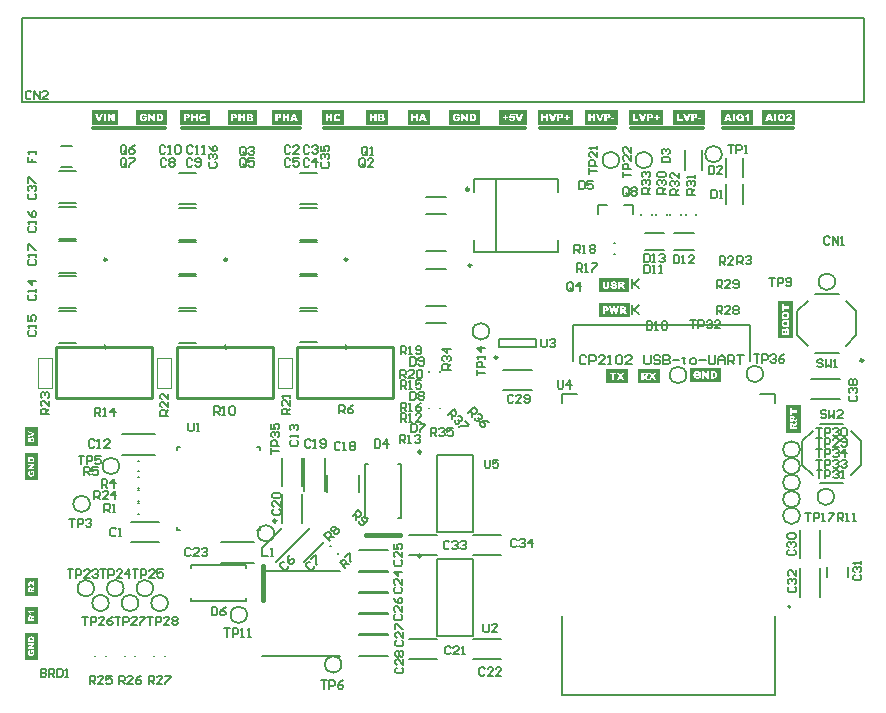
<source format=gto>
G04*
G04 #@! TF.GenerationSoftware,Altium Limited,Altium Designer,24.0.1 (36)*
G04*
G04 Layer_Color=65535*
%FSLAX44Y44*%
%MOMM*%
G71*
G04*
G04 #@! TF.SameCoordinates,124752F4-CBEC-4B7B-B6B5-C58268B34DF0*
G04*
G04*
G04 #@! TF.FilePolarity,Positive*
G04*
G01*
G75*
%ADD10C,0.2000*%
%ADD11C,0.2500*%
%ADD12C,0.2540*%
%ADD13C,0.3000*%
%ADD14C,0.1000*%
%ADD15C,0.4000*%
%ADD16C,0.1270*%
%ADD17C,0.1600*%
%ADD18C,0.1500*%
G36*
X157237Y-202000D02*
X132000D01*
Y-189710D01*
X157237D01*
Y-202000D01*
D02*
G37*
G36*
X158661Y-223000D02*
X132000D01*
Y-210910D01*
X158661D01*
Y-223000D01*
D02*
G37*
G36*
X-343000Y-513000D02*
X-354235D01*
Y-490323D01*
X-343000D01*
Y-513000D01*
D02*
G37*
G36*
Y-459000D02*
X-354152D01*
Y-443625D01*
X-343000D01*
Y-459000D01*
D02*
G37*
G36*
Y-483000D02*
X-354152D01*
Y-468554D01*
X-343000D01*
Y-483000D01*
D02*
G37*
G36*
Y-361000D02*
X-354235D01*
Y-338323D01*
X-343000D01*
Y-361000D01*
D02*
G37*
G36*
Y-332000D02*
X-354152D01*
Y-315994D01*
X-343000D01*
Y-332000D01*
D02*
G37*
G36*
X303000Y-321000D02*
X290710D01*
Y-296980D01*
X303000D01*
Y-321000D01*
D02*
G37*
G36*
X296000Y-208915D02*
Y-241000D01*
X283710D01*
Y-208915D01*
X296000D01*
D02*
G37*
G36*
X156572Y-279000D02*
X138000D01*
Y-266910D01*
X156572D01*
Y-279000D01*
D02*
G37*
G36*
X183597D02*
X165000D01*
Y-266910D01*
X183597D01*
Y-279000D01*
D02*
G37*
G36*
X235037Y-278000D02*
X209000D01*
Y-265710D01*
X235037D01*
Y-278000D01*
D02*
G37*
G36*
X298303Y-60000D02*
X270000D01*
Y-47710D01*
X298303D01*
Y-60000D01*
D02*
G37*
G36*
X262186Y-47710D02*
Y-60000D01*
X235000D01*
Y-47710D01*
X262186D01*
D02*
G37*
G36*
X221453Y-60000D02*
X195000D01*
Y-47910D01*
X221453D01*
Y-60000D01*
D02*
G37*
G36*
X186361D02*
X157500D01*
Y-47910D01*
X186361D01*
Y-60000D01*
D02*
G37*
G36*
X147861D02*
X120000D01*
Y-47910D01*
X147861D01*
Y-60000D01*
D02*
G37*
G36*
X110269D02*
X80000D01*
Y-47910D01*
X110269D01*
Y-60000D01*
D02*
G37*
G36*
X70887D02*
X47500D01*
Y-47810D01*
X70887D01*
Y-60000D01*
D02*
G37*
G36*
X31037D02*
X5000D01*
Y-47710D01*
X31037D01*
Y-60000D01*
D02*
G37*
G36*
X-10903D02*
X-30000D01*
Y-47910D01*
X-10903D01*
Y-60000D01*
D02*
G37*
G36*
X-46287D02*
X-65000D01*
Y-47910D01*
X-46287D01*
Y-60000D01*
D02*
G37*
G36*
X-83720D02*
X-102500D01*
Y-47710D01*
X-83720D01*
Y-60000D01*
D02*
G37*
G36*
X-119747Y-47910D02*
Y-60000D01*
X-145000D01*
Y-47910D01*
X-119747D01*
D02*
G37*
G36*
X-157630Y-60000D02*
X-182500D01*
Y-47910D01*
X-157630D01*
Y-60000D01*
D02*
G37*
G36*
X-197563D02*
X-222500D01*
Y-47710D01*
X-197563D01*
Y-60000D01*
D02*
G37*
G36*
X-233964D02*
X-260000D01*
Y-47710D01*
X-233964D01*
Y-60000D01*
D02*
G37*
G36*
X-275138D02*
X-297500D01*
Y-47910D01*
X-275138D01*
Y-60000D01*
D02*
G37*
%LPC*%
G36*
X144681Y-192710D02*
X144398D01*
X144239Y-192718D01*
X144081Y-192735D01*
X143939Y-192743D01*
X143806Y-192768D01*
X143681Y-192785D01*
X143565Y-192810D01*
X143464Y-192827D01*
X143373Y-192852D01*
X143298Y-192877D01*
X143231Y-192893D01*
X143173Y-192910D01*
X143131Y-192927D01*
X143098Y-192943D01*
X143081Y-192952D01*
X143073D01*
X142881Y-193051D01*
X142715Y-193160D01*
X142573Y-193268D01*
X142465Y-193368D01*
X142373Y-193468D01*
X142306Y-193543D01*
X142273Y-193593D01*
X142256Y-193601D01*
Y-193610D01*
X142165Y-193768D01*
X142107Y-193926D01*
X142057Y-194068D01*
X142023Y-194210D01*
X142007Y-194326D01*
X141998Y-194410D01*
X141990Y-194443D01*
Y-194468D01*
Y-194485D01*
Y-194493D01*
X141998Y-194626D01*
X142015Y-194751D01*
X142040Y-194868D01*
X142073Y-194976D01*
X142156Y-195176D01*
X142206Y-195268D01*
X142256Y-195351D01*
X142298Y-195418D01*
X142348Y-195484D01*
X142390Y-195543D01*
X142431Y-195584D01*
X142465Y-195618D01*
X142490Y-195643D01*
X142506Y-195659D01*
X142515Y-195667D01*
X142623Y-195751D01*
X142748Y-195834D01*
X142873Y-195909D01*
X143015Y-195976D01*
X143306Y-196101D01*
X143598Y-196209D01*
X143731Y-196251D01*
X143864Y-196292D01*
X143981Y-196326D01*
X144081Y-196351D01*
X144164Y-196376D01*
X144231Y-196384D01*
X144264Y-196401D01*
X144281D01*
X144414Y-196434D01*
X144539Y-196467D01*
X144656Y-196492D01*
X144756Y-196526D01*
X144839Y-196559D01*
X144922Y-196584D01*
X144989Y-196617D01*
X145047Y-196642D01*
X145097Y-196667D01*
X145139Y-196692D01*
X145206Y-196726D01*
X145239Y-196751D01*
X145247Y-196759D01*
X145314Y-196826D01*
X145364Y-196901D01*
X145406Y-196967D01*
X145431Y-197034D01*
X145447Y-197092D01*
X145456Y-197134D01*
Y-197167D01*
Y-197176D01*
X145447Y-197267D01*
X145422Y-197350D01*
X145381Y-197425D01*
X145347Y-197492D01*
X145306Y-197542D01*
X145264Y-197584D01*
X145239Y-197609D01*
X145231Y-197617D01*
X145139Y-197675D01*
X145047Y-197725D01*
X144939Y-197759D01*
X144839Y-197775D01*
X144756Y-197792D01*
X144681Y-197800D01*
X144614D01*
X144514Y-197792D01*
X144423Y-197784D01*
X144264Y-197742D01*
X144123Y-197684D01*
X144006Y-197617D01*
X143906Y-197550D01*
X143848Y-197492D01*
X143806Y-197450D01*
X143789Y-197434D01*
X143731Y-197342D01*
X143673Y-197234D01*
X143639Y-197125D01*
X143606Y-197017D01*
X143581Y-196917D01*
X143565Y-196842D01*
Y-196809D01*
X143556Y-196784D01*
Y-196776D01*
Y-196767D01*
X141765Y-196884D01*
X141782Y-197050D01*
X141815Y-197217D01*
X141857Y-197367D01*
X141898Y-197509D01*
X141957Y-197650D01*
X142007Y-197775D01*
X142065Y-197884D01*
X142123Y-197992D01*
X142182Y-198084D01*
X142240Y-198167D01*
X142290Y-198242D01*
X142340Y-198300D01*
X142373Y-198350D01*
X142406Y-198384D01*
X142423Y-198400D01*
X142431Y-198409D01*
X142556Y-198508D01*
X142698Y-198600D01*
X142856Y-198683D01*
X143023Y-198750D01*
X143198Y-198808D01*
X143373Y-198858D01*
X143556Y-198892D01*
X143731Y-198925D01*
X143898Y-198950D01*
X144056Y-198967D01*
X144206Y-198983D01*
X144331Y-198992D01*
X144431Y-199000D01*
X141765D01*
X147280D01*
Y-196917D01*
X147272Y-196734D01*
X147239Y-196567D01*
X147205Y-196417D01*
X147155Y-196284D01*
X147114Y-196176D01*
X147072Y-196092D01*
X147055Y-196067D01*
X147039Y-196042D01*
X147030Y-196034D01*
Y-196026D01*
X146930Y-195876D01*
X146805Y-195751D01*
X146680Y-195634D01*
X146555Y-195534D01*
X146439Y-195459D01*
X146339Y-195401D01*
X146305Y-195376D01*
X146280Y-195359D01*
X146264Y-195351D01*
X146255D01*
X146147Y-195301D01*
X146031Y-195251D01*
X145897Y-195201D01*
X145756Y-195151D01*
X145464Y-195059D01*
X145172Y-194976D01*
X145039Y-194943D01*
X144906Y-194909D01*
X144789Y-194876D01*
X144689Y-194851D01*
X144606Y-194834D01*
X144548Y-194818D01*
X144506Y-194809D01*
X144489D01*
X144398Y-194793D01*
X144323Y-194768D01*
X144181Y-194726D01*
X144073Y-194693D01*
X143989Y-194660D01*
X143931Y-194626D01*
X143889Y-194601D01*
X143873Y-194593D01*
X143864Y-194585D01*
X143823Y-194543D01*
X143789Y-194493D01*
X143764Y-194451D01*
X143748Y-194410D01*
X143739Y-194376D01*
X143731Y-194351D01*
Y-194335D01*
Y-194326D01*
X143739Y-194251D01*
X143756Y-194185D01*
X143781Y-194126D01*
X143814Y-194076D01*
X143839Y-194043D01*
X143864Y-194010D01*
X143881Y-193993D01*
X143889Y-193985D01*
X143956Y-193935D01*
X144039Y-193901D01*
X144114Y-193876D01*
X144198Y-193860D01*
X144273Y-193851D01*
X144331Y-193843D01*
X144381D01*
X144522Y-193851D01*
X144648Y-193876D01*
X144756Y-193901D01*
X144847Y-193935D01*
X144914Y-193976D01*
X144964Y-194001D01*
X144997Y-194026D01*
X145006Y-194035D01*
X145081Y-194110D01*
X145147Y-194201D01*
X145197Y-194301D01*
X145239Y-194401D01*
X145272Y-194485D01*
X145289Y-194559D01*
X145306Y-194610D01*
Y-194618D01*
Y-194626D01*
X147080Y-194526D01*
X147055Y-194351D01*
X147014Y-194193D01*
X146972Y-194051D01*
X146914Y-193918D01*
X146855Y-193793D01*
X146797Y-193676D01*
X146730Y-193576D01*
X146672Y-193485D01*
X146605Y-193410D01*
X146547Y-193335D01*
X146497Y-193277D01*
X146447Y-193235D01*
X146405Y-193202D01*
X146372Y-193168D01*
X146355Y-193160D01*
X146347Y-193151D01*
X146230Y-193076D01*
X146097Y-193001D01*
X145955Y-192943D01*
X145814Y-192893D01*
X145522Y-192818D01*
X145231Y-192768D01*
X145097Y-192743D01*
X144972Y-192735D01*
X144864Y-192727D01*
X144764Y-192718D01*
X144681Y-192710D01*
D02*
G37*
G36*
X140840Y-192810D02*
X138966D01*
Y-196526D01*
X138957Y-196701D01*
X138924Y-196859D01*
X138874Y-196992D01*
X138824Y-197101D01*
X138774Y-197184D01*
X138724Y-197250D01*
X138691Y-197284D01*
X138682Y-197300D01*
X138574Y-197392D01*
X138449Y-197459D01*
X138316Y-197509D01*
X138199Y-197542D01*
X138083Y-197559D01*
X137999Y-197567D01*
X137966Y-197575D01*
X137916D01*
X137741Y-197567D01*
X137591Y-197534D01*
X137458Y-197492D01*
X137349Y-197434D01*
X137266Y-197384D01*
X137199Y-197342D01*
X137166Y-197309D01*
X137149Y-197300D01*
X137058Y-197184D01*
X136991Y-197059D01*
X136941Y-196934D01*
X136908Y-196809D01*
X136891Y-196692D01*
X136883Y-196609D01*
X136875Y-196576D01*
Y-196551D01*
Y-196534D01*
Y-196526D01*
Y-192810D01*
X137920D01*
X135000D01*
Y-196442D01*
X135008Y-196617D01*
X135025Y-196792D01*
X135050Y-196967D01*
X135083Y-197125D01*
X135117Y-197259D01*
X135125Y-197317D01*
X135142Y-197367D01*
X135150Y-197409D01*
X135158Y-197442D01*
X135167Y-197459D01*
Y-197467D01*
X135217Y-197600D01*
X135275Y-197734D01*
X135342Y-197850D01*
X135408Y-197959D01*
X135466Y-198050D01*
X135517Y-198117D01*
X135558Y-198159D01*
X135567Y-198175D01*
X135683Y-198292D01*
X135791Y-198400D01*
X135908Y-198484D01*
X136008Y-198559D01*
X136091Y-198625D01*
X136158Y-198667D01*
X136200Y-198692D01*
X136216Y-198700D01*
X136358Y-198767D01*
X136508Y-198817D01*
X136650Y-198858D01*
X136791Y-198892D01*
X136916Y-198917D01*
X137016Y-198933D01*
X137050D01*
X137074Y-198942D01*
X137099D01*
X137291Y-198958D01*
X137474Y-198975D01*
X137633Y-198983D01*
X137783Y-198992D01*
X137899Y-199000D01*
X138066D01*
X138349Y-198992D01*
X138599Y-198967D01*
X138824Y-198933D01*
X138924Y-198917D01*
X139016Y-198900D01*
X139099Y-198883D01*
X139174Y-198867D01*
X139232Y-198850D01*
X139282Y-198833D01*
X139324Y-198817D01*
X139357Y-198808D01*
X139374Y-198800D01*
X139382D01*
X139532Y-198742D01*
X139674Y-198658D01*
X139799Y-198583D01*
X139915Y-198500D01*
X140007Y-198417D01*
X140082Y-198358D01*
X140124Y-198317D01*
X140140Y-198300D01*
X140265Y-198159D01*
X140374Y-198017D01*
X140465Y-197875D01*
X140540Y-197742D01*
X140590Y-197634D01*
X140632Y-197542D01*
X140648Y-197509D01*
X140657Y-197484D01*
X140665Y-197467D01*
Y-197459D01*
X140723Y-197275D01*
X140765Y-197092D01*
X140799Y-196926D01*
X140815Y-196767D01*
X140832Y-196634D01*
Y-196584D01*
X140840Y-196534D01*
Y-198942D01*
Y-192810D01*
D02*
G37*
G36*
X151529D02*
X148255D01*
Y-198900D01*
X151905D01*
X150146D01*
Y-196434D01*
X150304D01*
X150396Y-196442D01*
X150488Y-196459D01*
X150563Y-196476D01*
X150638Y-196501D01*
X150688Y-196534D01*
X150738Y-196551D01*
X150763Y-196567D01*
X150771Y-196576D01*
X150829Y-196626D01*
X150879Y-196692D01*
X150938Y-196776D01*
X150988Y-196851D01*
X151038Y-196926D01*
X151071Y-196992D01*
X151096Y-197034D01*
X151104Y-197042D01*
Y-197050D01*
X152104Y-198900D01*
X154237D01*
X153320Y-197142D01*
X153287Y-197084D01*
X153254Y-197026D01*
X153162Y-196901D01*
X153120Y-196851D01*
X153087Y-196809D01*
X153062Y-196776D01*
X153054Y-196767D01*
X152987Y-196684D01*
X152929Y-196609D01*
X152879Y-196551D01*
X152837Y-196509D01*
X152804Y-196476D01*
X152779Y-196459D01*
X152770Y-196442D01*
X152762D01*
X152696Y-196401D01*
X152620Y-196359D01*
X152454Y-196292D01*
X152387Y-196267D01*
X152329Y-196242D01*
X152287Y-196234D01*
X152271Y-196226D01*
X152421Y-196184D01*
X152545Y-196142D01*
X152662Y-196109D01*
X152754Y-196067D01*
X152829Y-196034D01*
X152887Y-196009D01*
X152920Y-195992D01*
X152929Y-195984D01*
X153062Y-195893D01*
X153187Y-195793D01*
X153287Y-195693D01*
X153370Y-195592D01*
X153437Y-195509D01*
X153487Y-195443D01*
X153520Y-195401D01*
X153529Y-195384D01*
X153604Y-195243D01*
X153653Y-195093D01*
X153695Y-194943D01*
X153720Y-194809D01*
X153737Y-194693D01*
X153745Y-194593D01*
Y-194559D01*
Y-194534D01*
Y-194518D01*
Y-194510D01*
X153737Y-194301D01*
X153703Y-194110D01*
X153653Y-193943D01*
X153604Y-193793D01*
X153554Y-193676D01*
X153504Y-193593D01*
X153487Y-193560D01*
X153470Y-193535D01*
X153462Y-193526D01*
Y-193518D01*
X153345Y-193376D01*
X153229Y-193260D01*
X153104Y-193160D01*
X152979Y-193085D01*
X152879Y-193027D01*
X152787Y-192993D01*
X152754Y-192977D01*
X152737Y-192968D01*
X152720Y-192960D01*
X152712D01*
X152620Y-192935D01*
X152521Y-192910D01*
X152312Y-192877D01*
X152096Y-192843D01*
X151879Y-192827D01*
X151779Y-192818D01*
X151604D01*
X151529Y-192810D01*
D02*
G37*
%LPD*%
G36*
X147280Y-199000D02*
X144581D01*
X144897Y-198992D01*
X145047Y-198975D01*
X145181Y-198958D01*
X145314Y-198942D01*
X145431Y-198917D01*
X145547Y-198900D01*
X145647Y-198875D01*
X145739Y-198850D01*
X145814Y-198825D01*
X145889Y-198808D01*
X145939Y-198792D01*
X145989Y-198775D01*
X146022Y-198758D01*
X146039Y-198750D01*
X146047D01*
X146255Y-198642D01*
X146439Y-198525D01*
X146589Y-198400D01*
X146722Y-198275D01*
X146822Y-198167D01*
X146897Y-198084D01*
X146922Y-198050D01*
X146939Y-198025D01*
X146955Y-198009D01*
Y-198000D01*
X147064Y-197809D01*
X147147Y-197625D01*
X147205Y-197442D01*
X147239Y-197275D01*
X147263Y-197134D01*
X147272Y-197067D01*
Y-197017D01*
X147280Y-196975D01*
Y-199000D01*
D02*
G37*
G36*
X151138Y-194051D02*
X151287Y-194068D01*
X151412Y-194093D01*
X151504Y-194118D01*
X151579Y-194151D01*
X151629Y-194176D01*
X151654Y-194193D01*
X151662Y-194201D01*
X151729Y-194268D01*
X151771Y-194343D01*
X151804Y-194418D01*
X151829Y-194493D01*
X151846Y-194559D01*
X151854Y-194610D01*
Y-194643D01*
Y-194660D01*
X151846Y-194734D01*
X151837Y-194801D01*
X151812Y-194859D01*
X151796Y-194909D01*
X151771Y-194959D01*
X151746Y-194993D01*
X151737Y-195009D01*
X151729Y-195018D01*
X151679Y-195068D01*
X151637Y-195109D01*
X151579Y-195143D01*
X151537Y-195168D01*
X151496Y-195184D01*
X151462Y-195193D01*
X151437Y-195201D01*
X151429D01*
X151304Y-195226D01*
X151196Y-195251D01*
X151112Y-195268D01*
X151046Y-195276D01*
X150988D01*
X150954Y-195284D01*
X150146D01*
Y-194043D01*
X150963D01*
X151138Y-194051D01*
D02*
G37*
%LPC*%
G36*
X149038Y-213910D02*
X147255D01*
X146614Y-217309D01*
X145664Y-213910D01*
X143898D01*
X142948Y-217309D01*
X142306Y-213910D01*
X140524D01*
X141873Y-220000D01*
X140524D01*
X149038D01*
D01*
X147688D01*
X149038Y-213910D01*
D02*
G37*
G36*
X152954D02*
X149680D01*
Y-220000D01*
X153329D01*
X151571D01*
Y-217534D01*
X151729D01*
X151821Y-217542D01*
X151912Y-217559D01*
X151987Y-217576D01*
X152062Y-217601D01*
X152112Y-217634D01*
X152162Y-217651D01*
X152187Y-217667D01*
X152196Y-217676D01*
X152254Y-217726D01*
X152304Y-217792D01*
X152362Y-217876D01*
X152412Y-217950D01*
X152462Y-218025D01*
X152495Y-218092D01*
X152521Y-218134D01*
X152529Y-218142D01*
Y-218151D01*
X153529Y-220000D01*
X155661D01*
X154745Y-218242D01*
X154712Y-218184D01*
X154678Y-218125D01*
X154587Y-218001D01*
X154545Y-217950D01*
X154512Y-217909D01*
X154487Y-217876D01*
X154478Y-217867D01*
X154412Y-217784D01*
X154353Y-217709D01*
X154303Y-217651D01*
X154262Y-217609D01*
X154228Y-217576D01*
X154203Y-217559D01*
X154195Y-217542D01*
X154187D01*
X154120Y-217501D01*
X154045Y-217459D01*
X153878Y-217392D01*
X153812Y-217367D01*
X153753Y-217342D01*
X153712Y-217334D01*
X153695Y-217326D01*
X153845Y-217284D01*
X153970Y-217242D01*
X154087Y-217209D01*
X154178Y-217167D01*
X154253Y-217134D01*
X154312Y-217109D01*
X154345Y-217092D01*
X154353Y-217084D01*
X154487Y-216992D01*
X154612Y-216893D01*
X154712Y-216793D01*
X154795Y-216693D01*
X154862Y-216609D01*
X154912Y-216543D01*
X154945Y-216501D01*
X154953Y-216484D01*
X155028Y-216343D01*
X155078Y-216193D01*
X155120Y-216043D01*
X155145Y-215909D01*
X155162Y-215793D01*
X155170Y-215693D01*
Y-215660D01*
Y-215634D01*
Y-215618D01*
Y-215609D01*
X155162Y-215401D01*
X155128Y-215210D01*
X155078Y-215043D01*
X155028Y-214893D01*
X154978Y-214776D01*
X154928Y-214693D01*
X154912Y-214660D01*
X154895Y-214635D01*
X154887Y-214626D01*
Y-214618D01*
X154770Y-214476D01*
X154653Y-214360D01*
X154528Y-214260D01*
X154403Y-214185D01*
X154303Y-214126D01*
X154212Y-214093D01*
X154178Y-214076D01*
X154162Y-214068D01*
X154145Y-214060D01*
X154137D01*
X154045Y-214035D01*
X153945Y-214010D01*
X153737Y-213977D01*
X153520Y-213943D01*
X153304Y-213927D01*
X153204Y-213918D01*
X153029D01*
X152954Y-213910D01*
D02*
G37*
G36*
X138224D02*
X135000D01*
Y-220000D01*
X140165D01*
Y-215784D01*
X140157Y-215618D01*
X140140Y-215468D01*
X140115Y-215326D01*
X140082Y-215185D01*
X140049Y-215068D01*
X139999Y-214951D01*
X139957Y-214851D01*
X139907Y-214751D01*
X139857Y-214676D01*
X139815Y-214601D01*
X139765Y-214543D01*
X139732Y-214493D01*
X139699Y-214451D01*
X139674Y-214426D01*
X139657Y-214410D01*
X139649Y-214401D01*
X139549Y-214318D01*
X139440Y-214235D01*
X139316Y-214177D01*
X139199Y-214118D01*
X139074Y-214068D01*
X138941Y-214027D01*
X138699Y-213968D01*
X138582Y-213952D01*
X138474Y-213935D01*
X138374Y-213927D01*
X138291Y-213918D01*
X138224Y-213910D01*
D02*
G37*
%LPD*%
G36*
X145847Y-220000D02*
X143714D01*
X144781Y-216168D01*
X145847Y-220000D01*
D02*
G37*
G36*
X152562Y-215151D02*
X152712Y-215168D01*
X152837Y-215193D01*
X152929Y-215218D01*
X153004Y-215251D01*
X153054Y-215276D01*
X153079Y-215293D01*
X153087Y-215301D01*
X153154Y-215368D01*
X153195Y-215443D01*
X153229Y-215518D01*
X153254Y-215593D01*
X153270Y-215660D01*
X153279Y-215709D01*
Y-215743D01*
Y-215759D01*
X153270Y-215834D01*
X153262Y-215901D01*
X153237Y-215959D01*
X153220Y-216009D01*
X153195Y-216059D01*
X153170Y-216093D01*
X153162Y-216109D01*
X153154Y-216118D01*
X153104Y-216168D01*
X153062Y-216209D01*
X153004Y-216243D01*
X152962Y-216268D01*
X152920Y-216284D01*
X152887Y-216293D01*
X152862Y-216301D01*
X152854D01*
X152729Y-216326D01*
X152620Y-216351D01*
X152537Y-216368D01*
X152471Y-216376D01*
X152412D01*
X152379Y-216384D01*
X151571D01*
Y-215143D01*
X152387D01*
X152562Y-215151D01*
D02*
G37*
G36*
X137608Y-215160D02*
X137758Y-215185D01*
X137883Y-215218D01*
X137983Y-215251D01*
X138049Y-215285D01*
X138099Y-215318D01*
X138132Y-215343D01*
X138141Y-215351D01*
X138208Y-215426D01*
X138249Y-215509D01*
X138282Y-215593D01*
X138308Y-215668D01*
X138324Y-215743D01*
X138333Y-215793D01*
Y-215826D01*
Y-215843D01*
X138324Y-215951D01*
X138299Y-216043D01*
X138258Y-216126D01*
X138224Y-216193D01*
X138182Y-216251D01*
X138141Y-216293D01*
X138116Y-216318D01*
X138108Y-216326D01*
X138016Y-216384D01*
X137899Y-216434D01*
X137774Y-216468D01*
X137649Y-216484D01*
X137533Y-216501D01*
X137441Y-216509D01*
X136891D01*
Y-215151D01*
X137424D01*
X137608Y-215160D01*
D02*
G37*
G36*
X140165Y-220000D02*
X136891D01*
Y-217742D01*
X137916D01*
X138124Y-217734D01*
X138316Y-217717D01*
X138499Y-217692D01*
X138666Y-217659D01*
X138816Y-217626D01*
X138949Y-217576D01*
X139074Y-217534D01*
X139191Y-217484D01*
X139291Y-217434D01*
X139374Y-217392D01*
X139449Y-217342D01*
X139507Y-217309D01*
X139549Y-217276D01*
X139582Y-217251D01*
X139599Y-217234D01*
X139607Y-217226D01*
X139707Y-217126D01*
X139790Y-217017D01*
X139865Y-216901D01*
X139932Y-216784D01*
X139982Y-216659D01*
X140032Y-216543D01*
X140099Y-216309D01*
X140115Y-216201D01*
X140132Y-216101D01*
X140149Y-216018D01*
X140157Y-215934D01*
X140165Y-215876D01*
Y-220000D01*
D02*
G37*
%LPC*%
G36*
X-348503Y-493323D02*
X-348635D01*
X-348822Y-493330D01*
X-349002Y-493344D01*
X-349169Y-493365D01*
X-349314Y-493386D01*
X-349384Y-493400D01*
X-349439Y-493406D01*
X-349488Y-493420D01*
X-349529Y-493427D01*
X-349564Y-493434D01*
X-349592Y-493441D01*
X-349606Y-493448D01*
X-349613D01*
X-349779Y-493503D01*
X-349939Y-493566D01*
X-350070Y-493628D01*
X-350195Y-493698D01*
X-350292Y-493753D01*
X-350362Y-493802D01*
X-350389Y-493823D01*
X-350410Y-493836D01*
X-350417Y-493850D01*
X-350424D01*
X-350549Y-493961D01*
X-350660Y-494079D01*
X-350750Y-494197D01*
X-350826Y-494301D01*
X-350889Y-494405D01*
X-350930Y-494481D01*
X-350944Y-494509D01*
X-350958Y-494530D01*
X-350965Y-494544D01*
Y-494551D01*
X-351027Y-494717D01*
X-351076Y-494904D01*
X-351104Y-495084D01*
X-351131Y-495265D01*
X-351138Y-495348D01*
X-351145Y-495417D01*
Y-495487D01*
X-351152Y-495549D01*
Y-493323D01*
D01*
Y-497983D01*
X-346083D01*
Y-495660D01*
X-346090Y-495501D01*
X-346104Y-495341D01*
X-346125Y-495182D01*
X-346152Y-495036D01*
X-346173Y-494918D01*
X-346187Y-494863D01*
X-346194Y-494814D01*
X-346201Y-494779D01*
X-346208Y-494752D01*
X-346215Y-494738D01*
Y-494731D01*
X-346264Y-494592D01*
X-346319Y-494460D01*
X-346388Y-494343D01*
X-346458Y-494232D01*
X-346520Y-494148D01*
X-346569Y-494079D01*
X-346603Y-494038D01*
X-346617Y-494030D01*
Y-494024D01*
X-346735Y-493906D01*
X-346860Y-493809D01*
X-346992Y-493718D01*
X-347109Y-493642D01*
X-347206Y-493587D01*
X-347255Y-493566D01*
X-347290Y-493545D01*
X-347324Y-493531D01*
X-347345Y-493517D01*
X-347359Y-493511D01*
X-347366D01*
X-347456Y-493476D01*
X-347553Y-493448D01*
X-347754Y-493400D01*
X-347962Y-493372D01*
X-348170Y-493344D01*
X-348268Y-493337D01*
X-348351Y-493330D01*
X-348434D01*
X-348503Y-493323D01*
D02*
G37*
G36*
X-346083Y-499044D02*
X-351152D01*
Y-500521D01*
X-348337D01*
X-351152Y-502442D01*
Y-503898D01*
X-346083D01*
Y-502428D01*
X-348878D01*
X-346083Y-500521D01*
Y-499044D01*
D02*
G37*
G36*
X-346000Y-504834D02*
X-351235D01*
X-348968D01*
Y-507254D01*
X-347914D01*
Y-506207D01*
X-347435D01*
X-347373Y-506318D01*
X-347318Y-506422D01*
X-347276Y-506519D01*
X-347241Y-506602D01*
X-347214Y-506672D01*
X-347193Y-506720D01*
X-347186Y-506748D01*
X-347179Y-506762D01*
X-347137Y-506942D01*
X-347123Y-507025D01*
X-347116Y-507102D01*
Y-507164D01*
X-347109Y-507212D01*
Y-507261D01*
X-347116Y-507365D01*
X-347123Y-507455D01*
X-347165Y-507629D01*
X-347220Y-507781D01*
X-347283Y-507899D01*
X-347345Y-508003D01*
X-347401Y-508072D01*
X-347421Y-508093D01*
X-347442Y-508114D01*
X-347449Y-508121D01*
X-347456Y-508128D01*
X-347525Y-508183D01*
X-347609Y-508225D01*
X-347699Y-508266D01*
X-347789Y-508301D01*
X-347983Y-508357D01*
X-348177Y-508391D01*
X-348268Y-508405D01*
X-348351Y-508419D01*
X-348427Y-508426D01*
X-348496D01*
X-348552Y-508433D01*
X-348593D01*
X-348621D01*
X-348628D01*
X-348767Y-508426D01*
X-348899Y-508419D01*
X-349023Y-508405D01*
X-349134Y-508384D01*
X-349231Y-508363D01*
X-349328Y-508336D01*
X-349412Y-508308D01*
X-349488Y-508280D01*
X-349550Y-508253D01*
X-349606Y-508225D01*
X-349654Y-508197D01*
X-349689Y-508176D01*
X-349724Y-508156D01*
X-349744Y-508142D01*
X-349751Y-508128D01*
X-349758D01*
X-349821Y-508065D01*
X-349876Y-508003D01*
X-349925Y-507940D01*
X-349966Y-507871D01*
X-350029Y-507733D01*
X-350077Y-507601D01*
X-350098Y-507483D01*
X-350105Y-507434D01*
X-350112Y-507386D01*
X-350119Y-507351D01*
Y-507303D01*
X-350112Y-507178D01*
X-350098Y-507067D01*
X-350070Y-506970D01*
X-350043Y-506886D01*
X-350015Y-506824D01*
X-349987Y-506776D01*
X-349973Y-506741D01*
X-349966Y-506734D01*
X-349904Y-506658D01*
X-349835Y-506588D01*
X-349758Y-506533D01*
X-349689Y-506491D01*
X-349627Y-506457D01*
X-349578Y-506436D01*
X-349543Y-506422D01*
X-349529Y-506415D01*
X-349793Y-504903D01*
X-349966Y-504959D01*
X-350126Y-505028D01*
X-350265Y-505098D01*
X-350382Y-505160D01*
X-350480Y-505222D01*
X-350549Y-505271D01*
X-350570Y-505292D01*
X-350590Y-505305D01*
X-350597Y-505319D01*
X-350604D01*
X-350715Y-505430D01*
X-350819Y-505541D01*
X-350902Y-505659D01*
X-350965Y-505770D01*
X-351020Y-505867D01*
X-351055Y-505943D01*
X-351069Y-505971D01*
X-351076Y-505992D01*
X-351083Y-506006D01*
Y-506013D01*
X-351110Y-506096D01*
X-351131Y-506186D01*
X-351173Y-506387D01*
X-351201Y-506595D01*
X-351214Y-506796D01*
X-351221Y-506894D01*
X-351228Y-506984D01*
Y-507060D01*
X-351235Y-507129D01*
Y-510000D01*
Y-507427D01*
X-351221Y-507580D01*
X-351214Y-507719D01*
X-351194Y-507850D01*
X-351180Y-507975D01*
X-351159Y-508093D01*
X-351131Y-508197D01*
X-351110Y-508287D01*
X-351090Y-508371D01*
X-351062Y-508447D01*
X-351041Y-508509D01*
X-351027Y-508558D01*
X-351007Y-508599D01*
X-351000Y-508634D01*
X-350986Y-508648D01*
Y-508655D01*
X-350923Y-508773D01*
X-350854Y-508890D01*
X-350785Y-508994D01*
X-350708Y-509092D01*
X-350632Y-509182D01*
X-350549Y-509265D01*
X-350473Y-509341D01*
X-350403Y-509404D01*
X-350334Y-509466D01*
X-350265Y-509515D01*
X-350209Y-509563D01*
X-350160Y-509598D01*
X-350112Y-509626D01*
X-350084Y-509646D01*
X-350063Y-509653D01*
X-350056Y-509660D01*
X-349939Y-509723D01*
X-349821Y-509771D01*
X-349696Y-509820D01*
X-349571Y-509854D01*
X-349335Y-509917D01*
X-349217Y-509938D01*
X-349106Y-509958D01*
X-349002Y-509972D01*
X-348912Y-509979D01*
X-348829Y-509986D01*
X-348753Y-509993D01*
X-348697Y-510000D01*
X-348614D01*
X-348469Y-509993D01*
X-348330Y-509986D01*
X-348060Y-509952D01*
X-347942Y-509931D01*
X-347824Y-509903D01*
X-347720Y-509875D01*
X-347616Y-509841D01*
X-347525Y-509813D01*
X-347449Y-509785D01*
X-347380Y-509757D01*
X-347324Y-509737D01*
X-347276Y-509716D01*
X-347241Y-509702D01*
X-347220Y-509688D01*
X-347214D01*
X-347103Y-509626D01*
X-346998Y-509563D01*
X-346908Y-509494D01*
X-346818Y-509417D01*
X-346735Y-509348D01*
X-346659Y-509272D01*
X-346596Y-509203D01*
X-346534Y-509133D01*
X-346479Y-509064D01*
X-346437Y-509002D01*
X-346395Y-508946D01*
X-346361Y-508898D01*
X-346340Y-508863D01*
X-346319Y-508835D01*
X-346312Y-508814D01*
X-346305Y-508807D01*
X-346250Y-508696D01*
X-346208Y-508578D01*
X-346132Y-508336D01*
X-346076Y-508093D01*
X-346042Y-507857D01*
X-346028Y-507753D01*
X-346014Y-507649D01*
X-346007Y-507566D01*
Y-507490D01*
X-346000Y-507427D01*
Y-507337D01*
X-346007Y-507074D01*
X-346028Y-506831D01*
X-346042Y-506720D01*
X-346055Y-506609D01*
X-346069Y-506519D01*
X-346083Y-506429D01*
X-346097Y-506346D01*
X-346111Y-506276D01*
X-346125Y-506214D01*
X-346139Y-506165D01*
X-346152Y-506124D01*
X-346160Y-506089D01*
X-346166Y-506075D01*
Y-506068D01*
X-346201Y-505964D01*
X-346243Y-505860D01*
X-346340Y-505652D01*
X-346444Y-505444D01*
X-346555Y-505250D01*
X-346603Y-505160D01*
X-346652Y-505084D01*
X-346693Y-505014D01*
X-346735Y-504952D01*
X-346770Y-504903D01*
X-346791Y-504862D01*
X-346804Y-504841D01*
X-346811Y-504834D01*
X-346000D01*
D02*
G37*
%LPD*%
G36*
X-348385Y-494904D02*
X-348295Y-494911D01*
X-348205Y-494918D01*
X-348129Y-494925D01*
X-348052Y-494932D01*
X-347990Y-494946D01*
X-347935Y-494953D01*
X-347879Y-494967D01*
X-347838Y-494981D01*
X-347803Y-494987D01*
X-347775Y-494994D01*
X-347733Y-495008D01*
X-347720Y-495015D01*
X-347623Y-495064D01*
X-347546Y-495112D01*
X-347477Y-495168D01*
X-347428Y-495223D01*
X-347387Y-495272D01*
X-347359Y-495306D01*
X-347345Y-495334D01*
X-347338Y-495341D01*
X-347304Y-495431D01*
X-347276Y-495535D01*
X-347262Y-495653D01*
X-347248Y-495764D01*
X-347241Y-495868D01*
X-347234Y-495958D01*
Y-496416D01*
X-350001D01*
Y-495917D01*
X-349987Y-495820D01*
X-349973Y-495723D01*
X-349953Y-495639D01*
X-349932Y-495556D01*
X-349904Y-495487D01*
X-349883Y-495424D01*
X-349855Y-495369D01*
X-349828Y-495320D01*
X-349800Y-495279D01*
X-349751Y-495209D01*
X-349717Y-495175D01*
X-349710Y-495161D01*
X-349703D01*
X-349640Y-495112D01*
X-349571Y-495071D01*
X-349488Y-495036D01*
X-349405Y-495008D01*
X-349224Y-494960D01*
X-349037Y-494932D01*
X-348954Y-494918D01*
X-348871Y-494911D01*
X-348795Y-494904D01*
X-348732D01*
X-348677Y-494897D01*
X-348635D01*
X-348607D01*
X-348600D01*
X-348489D01*
X-348385Y-494904D01*
D02*
G37*
%LPC*%
G36*
X-346000Y-446625D02*
X-347151D01*
Y-448823D01*
X-347220Y-448754D01*
X-347276Y-448691D01*
X-347331Y-448636D01*
X-347373Y-448587D01*
X-347408Y-448546D01*
X-347435Y-448518D01*
X-347449Y-448497D01*
X-347456Y-448490D01*
X-347505Y-448421D01*
X-347567Y-448338D01*
X-347636Y-448248D01*
X-347706Y-448150D01*
X-347768Y-448060D01*
X-347817Y-447991D01*
X-347838Y-447963D01*
X-347851Y-447943D01*
X-347865Y-447929D01*
Y-447922D01*
X-347962Y-447790D01*
X-348052Y-447672D01*
X-348136Y-447568D01*
X-348226Y-447464D01*
X-348302Y-447374D01*
X-348378Y-447298D01*
X-348448Y-447221D01*
X-348517Y-447159D01*
X-348579Y-447103D01*
X-348628Y-447062D01*
X-348677Y-447020D01*
X-348718Y-446992D01*
X-348746Y-446965D01*
X-348767Y-446951D01*
X-348781Y-446937D01*
X-348787D01*
X-348947Y-446847D01*
X-349106Y-446777D01*
X-349252Y-446729D01*
X-349391Y-446694D01*
X-349509Y-446674D01*
X-349557Y-446667D01*
X-349599D01*
X-349627Y-446660D01*
X-349654D01*
X-349668D01*
X-349675D01*
X-349835Y-446667D01*
X-349980Y-446694D01*
X-350112Y-446736D01*
X-350230Y-446777D01*
X-350327Y-446826D01*
X-350396Y-446861D01*
X-350424Y-446881D01*
X-350445Y-446889D01*
X-350452Y-446902D01*
X-350459D01*
X-350583Y-446999D01*
X-350687Y-447103D01*
X-350778Y-447214D01*
X-350854Y-447318D01*
X-350909Y-447408D01*
X-350944Y-447485D01*
X-350958Y-447513D01*
X-350972Y-447533D01*
X-350979Y-447547D01*
Y-447554D01*
X-351007Y-447637D01*
X-351034Y-447721D01*
X-351076Y-447908D01*
X-351110Y-448095D01*
X-351131Y-448282D01*
X-351138Y-448372D01*
X-351145Y-448449D01*
Y-448518D01*
X-351152Y-448580D01*
Y-450848D01*
Y-448837D01*
X-351145Y-448955D01*
X-351138Y-449073D01*
X-351124Y-449184D01*
X-351110Y-449281D01*
X-351097Y-449371D01*
X-351076Y-449454D01*
X-351062Y-449530D01*
X-351048Y-449600D01*
X-351027Y-449655D01*
X-351013Y-449704D01*
X-351000Y-449745D01*
X-350986Y-449780D01*
X-350979Y-449801D01*
X-350972Y-449815D01*
Y-449822D01*
X-350896Y-449960D01*
X-350819Y-450085D01*
X-350729Y-450196D01*
X-350646Y-450286D01*
X-350577Y-450356D01*
X-350514Y-450404D01*
X-350473Y-450432D01*
X-350466Y-450446D01*
X-350459D01*
X-350320Y-450522D01*
X-350174Y-450584D01*
X-350022Y-450640D01*
X-349869Y-450675D01*
X-349738Y-450709D01*
X-349675Y-450716D01*
X-349627Y-450730D01*
X-349585Y-450737D01*
X-349557D01*
X-349536Y-450744D01*
X-349529D01*
X-349419Y-449336D01*
X-349571Y-449309D01*
X-349696Y-449274D01*
X-349793Y-449239D01*
X-349876Y-449198D01*
X-349939Y-449163D01*
X-349980Y-449135D01*
X-350008Y-449114D01*
X-350015Y-449107D01*
X-350070Y-449038D01*
X-350112Y-448962D01*
X-350147Y-448892D01*
X-350167Y-448823D01*
X-350181Y-448761D01*
X-350188Y-448705D01*
Y-448664D01*
X-350181Y-448573D01*
X-350160Y-448490D01*
X-350133Y-448414D01*
X-350105Y-448352D01*
X-350077Y-448303D01*
X-350050Y-448261D01*
X-350029Y-448241D01*
X-350022Y-448234D01*
X-349959Y-448178D01*
X-349890Y-448137D01*
X-349821Y-448102D01*
X-349765Y-448081D01*
X-349710Y-448067D01*
X-349668Y-448060D01*
X-349633D01*
X-349627D01*
X-349543Y-448067D01*
X-349467Y-448088D01*
X-349391Y-448116D01*
X-349314Y-448150D01*
X-349259Y-448185D01*
X-349211Y-448213D01*
X-349183Y-448234D01*
X-349169Y-448241D01*
X-349120Y-448275D01*
X-349072Y-448324D01*
X-349016Y-448379D01*
X-348961Y-448435D01*
X-348843Y-448567D01*
X-348732Y-448698D01*
X-348635Y-448823D01*
X-348587Y-448885D01*
X-348552Y-448934D01*
X-348517Y-448976D01*
X-348496Y-449003D01*
X-348482Y-449024D01*
X-348475Y-449031D01*
X-348337Y-449211D01*
X-348205Y-449378D01*
X-348080Y-449537D01*
X-347955Y-449676D01*
X-347845Y-449801D01*
X-347733Y-449912D01*
X-347636Y-450016D01*
X-347546Y-450099D01*
X-347463Y-450175D01*
X-347387Y-450238D01*
X-347324Y-450293D01*
X-347269Y-450335D01*
X-347227Y-450369D01*
X-347200Y-450390D01*
X-347179Y-450404D01*
X-347172Y-450411D01*
X-347068Y-450473D01*
X-346964Y-450536D01*
X-346756Y-450633D01*
X-346562Y-450709D01*
X-346381Y-450765D01*
X-346298Y-450785D01*
X-346229Y-450806D01*
X-346160Y-450820D01*
X-346104Y-450834D01*
X-346062Y-450841D01*
X-346028D01*
X-346007Y-450848D01*
X-351152D01*
X-346000D01*
Y-446625D01*
D02*
G37*
G36*
Y-451021D02*
X-347463Y-451784D01*
X-347512Y-451812D01*
X-347560Y-451839D01*
X-347664Y-451916D01*
X-347706Y-451950D01*
X-347741Y-451978D01*
X-347768Y-451999D01*
X-347775Y-452006D01*
X-347845Y-452061D01*
X-347907Y-452110D01*
X-347955Y-452151D01*
X-347990Y-452186D01*
X-348018Y-452214D01*
X-348032Y-452235D01*
X-348046Y-452242D01*
Y-452249D01*
X-348080Y-452304D01*
X-348115Y-452366D01*
X-348170Y-452505D01*
X-348191Y-452561D01*
X-348212Y-452609D01*
X-348219Y-452644D01*
X-348226Y-452658D01*
X-348260Y-452533D01*
X-348295Y-452429D01*
X-348323Y-452332D01*
X-348358Y-452256D01*
X-348385Y-452193D01*
X-348406Y-452145D01*
X-348420Y-452117D01*
X-348427Y-452110D01*
X-348503Y-451999D01*
X-348587Y-451895D01*
X-348670Y-451812D01*
X-348753Y-451742D01*
X-348822Y-451687D01*
X-348878Y-451645D01*
X-348912Y-451618D01*
X-348926Y-451611D01*
X-349044Y-451548D01*
X-349169Y-451507D01*
X-349294Y-451472D01*
X-349405Y-451451D01*
X-349502Y-451437D01*
X-349585Y-451430D01*
X-349613D01*
X-349633D01*
X-349647D01*
X-349654D01*
X-349828Y-451437D01*
X-349987Y-451465D01*
X-350126Y-451507D01*
X-350251Y-451548D01*
X-350348Y-451590D01*
X-350417Y-451632D01*
X-350445Y-451645D01*
X-350466Y-451659D01*
X-350473Y-451666D01*
X-350480D01*
X-350597Y-451763D01*
X-350694Y-451860D01*
X-350778Y-451964D01*
X-350840Y-452068D01*
X-350889Y-452151D01*
X-350916Y-452228D01*
X-350930Y-452256D01*
X-350937Y-452269D01*
X-350944Y-452283D01*
Y-452290D01*
X-350965Y-452366D01*
X-350986Y-452450D01*
X-351013Y-452623D01*
X-351041Y-452803D01*
X-351055Y-452984D01*
X-351062Y-453067D01*
Y-453213D01*
X-351069Y-453275D01*
Y-453268D01*
Y-456000D01*
X-346000D01*
Y-454218D01*
Y-454426D01*
X-348052D01*
Y-454294D01*
X-348046Y-454218D01*
X-348032Y-454142D01*
X-348018Y-454079D01*
X-347997Y-454017D01*
X-347969Y-453975D01*
X-347955Y-453934D01*
X-347942Y-453913D01*
X-347935Y-453906D01*
X-347893Y-453857D01*
X-347838Y-453816D01*
X-347768Y-453767D01*
X-347706Y-453726D01*
X-347643Y-453684D01*
X-347588Y-453656D01*
X-347553Y-453635D01*
X-347546Y-453629D01*
X-347539D01*
X-346000Y-452796D01*
Y-451021D01*
D02*
G37*
%LPD*%
G36*
X-349467Y-453011D02*
X-349412Y-453018D01*
X-349363Y-453039D01*
X-349322Y-453053D01*
X-349280Y-453074D01*
X-349252Y-453095D01*
X-349238Y-453102D01*
X-349231Y-453108D01*
X-349190Y-453150D01*
X-349155Y-453185D01*
X-349127Y-453233D01*
X-349106Y-453268D01*
X-349093Y-453303D01*
X-349086Y-453330D01*
X-349079Y-453351D01*
Y-453358D01*
X-349058Y-453462D01*
X-349037Y-453552D01*
X-349023Y-453622D01*
X-349016Y-453677D01*
Y-453726D01*
X-349009Y-453753D01*
Y-454426D01*
X-350043D01*
Y-453746D01*
X-350036Y-453601D01*
X-350022Y-453476D01*
X-350001Y-453372D01*
X-349980Y-453296D01*
X-349953Y-453233D01*
X-349932Y-453192D01*
X-349918Y-453171D01*
X-349911Y-453164D01*
X-349855Y-453108D01*
X-349793Y-453074D01*
X-349731Y-453046D01*
X-349668Y-453025D01*
X-349613Y-453011D01*
X-349571Y-453004D01*
X-349543D01*
X-349529D01*
X-349467Y-453011D01*
D02*
G37*
%LPC*%
G36*
X-346000Y-471554D02*
X-351152D01*
Y-472719D01*
X-350979Y-472809D01*
X-350826Y-472913D01*
X-350687Y-473017D01*
X-350570Y-473114D01*
X-350480Y-473204D01*
X-350403Y-473281D01*
X-350382Y-473302D01*
X-350362Y-473322D01*
X-350355Y-473336D01*
X-350348Y-473343D01*
X-350285Y-473419D01*
X-350230Y-473503D01*
X-350126Y-473683D01*
X-350029Y-473870D01*
X-349946Y-474044D01*
X-349911Y-474127D01*
X-349883Y-474203D01*
X-349855Y-474272D01*
X-349835Y-474335D01*
X-349814Y-474383D01*
X-349807Y-474418D01*
X-349793Y-474446D01*
Y-474453D01*
X-348642D01*
X-348697Y-474279D01*
X-348753Y-474120D01*
X-348801Y-473988D01*
X-348850Y-473870D01*
X-348892Y-473773D01*
X-348919Y-473704D01*
X-348933Y-473683D01*
X-348940Y-473662D01*
X-348947Y-473655D01*
Y-473648D01*
X-349016Y-473523D01*
X-349086Y-473406D01*
X-349155Y-473295D01*
X-349224Y-473191D01*
X-349280Y-473101D01*
X-349328Y-473038D01*
X-349342Y-473010D01*
X-349356Y-472990D01*
X-349370Y-472983D01*
Y-472976D01*
X-346000D01*
Y-474453D01*
D01*
Y-471554D01*
D02*
G37*
G36*
Y-475021D02*
X-347463Y-475784D01*
X-347512Y-475812D01*
X-347560Y-475840D01*
X-347664Y-475916D01*
X-347706Y-475950D01*
X-347741Y-475978D01*
X-347768Y-475999D01*
X-347775Y-476006D01*
X-347845Y-476061D01*
X-347907Y-476110D01*
X-347956Y-476152D01*
X-347990Y-476186D01*
X-348018Y-476214D01*
X-348032Y-476235D01*
X-348046Y-476242D01*
Y-476249D01*
X-348080Y-476304D01*
X-348115Y-476367D01*
X-348170Y-476505D01*
X-348191Y-476561D01*
X-348212Y-476609D01*
X-348219Y-476644D01*
X-348226Y-476658D01*
X-348261Y-476533D01*
X-348295Y-476429D01*
X-348323Y-476332D01*
X-348358Y-476255D01*
X-348385Y-476193D01*
X-348406Y-476145D01*
X-348420Y-476117D01*
X-348427Y-476110D01*
X-348503Y-475999D01*
X-348587Y-475895D01*
X-348670Y-475812D01*
X-348753Y-475742D01*
X-348822Y-475687D01*
X-348878Y-475645D01*
X-348912Y-475618D01*
X-348926Y-475611D01*
X-349044Y-475548D01*
X-349169Y-475507D01*
X-349294Y-475472D01*
X-349405Y-475451D01*
X-349502Y-475437D01*
X-349585Y-475430D01*
X-349613D01*
X-349633D01*
X-349647D01*
X-349654D01*
X-349828Y-475437D01*
X-349987Y-475465D01*
X-350126Y-475507D01*
X-350251Y-475548D01*
X-350348Y-475590D01*
X-350417Y-475631D01*
X-350445Y-475645D01*
X-350466Y-475659D01*
X-350473Y-475666D01*
X-350480D01*
X-350597Y-475763D01*
X-350695Y-475860D01*
X-350778Y-475964D01*
X-350840Y-476068D01*
X-350889Y-476152D01*
X-350916Y-476228D01*
X-350930Y-476255D01*
X-350937Y-476269D01*
X-350944Y-476283D01*
Y-476290D01*
X-350965Y-476367D01*
X-350986Y-476450D01*
X-351013Y-476623D01*
X-351041Y-476803D01*
X-351055Y-476984D01*
X-351062Y-477067D01*
Y-477212D01*
X-351069Y-477275D01*
Y-477268D01*
Y-480000D01*
X-346000D01*
Y-478218D01*
Y-478426D01*
X-348052D01*
Y-478294D01*
X-348046Y-478218D01*
X-348032Y-478142D01*
X-348018Y-478079D01*
X-347997Y-478017D01*
X-347969Y-477975D01*
X-347956Y-477934D01*
X-347942Y-477913D01*
X-347935Y-477906D01*
X-347893Y-477857D01*
X-347838Y-477816D01*
X-347768Y-477767D01*
X-347706Y-477726D01*
X-347643Y-477684D01*
X-347588Y-477656D01*
X-347553Y-477635D01*
X-347546Y-477629D01*
X-347539D01*
X-346000Y-476796D01*
Y-475021D01*
D02*
G37*
%LPD*%
G36*
X-349467Y-477011D02*
X-349412Y-477018D01*
X-349363Y-477039D01*
X-349322Y-477053D01*
X-349280Y-477074D01*
X-349252Y-477094D01*
X-349238Y-477102D01*
X-349231Y-477108D01*
X-349190Y-477150D01*
X-349155Y-477185D01*
X-349127Y-477233D01*
X-349106Y-477268D01*
X-349093Y-477303D01*
X-349086Y-477330D01*
X-349079Y-477351D01*
Y-477358D01*
X-349058Y-477462D01*
X-349037Y-477552D01*
X-349023Y-477621D01*
X-349016Y-477677D01*
Y-477726D01*
X-349010Y-477753D01*
Y-478426D01*
X-350043D01*
Y-477746D01*
X-350036Y-477601D01*
X-350022Y-477476D01*
X-350001Y-477372D01*
X-349980Y-477296D01*
X-349953Y-477233D01*
X-349932Y-477192D01*
X-349918Y-477171D01*
X-349911Y-477164D01*
X-349855Y-477108D01*
X-349793Y-477074D01*
X-349731Y-477046D01*
X-349668Y-477025D01*
X-349613Y-477011D01*
X-349571Y-477004D01*
X-349543D01*
X-349529D01*
X-349467Y-477011D01*
D02*
G37*
%LPC*%
G36*
X-348503Y-341323D02*
X-348635D01*
X-348822Y-341330D01*
X-349002Y-341344D01*
X-349169Y-341365D01*
X-349314Y-341386D01*
X-349384Y-341399D01*
X-349439Y-341407D01*
X-349488Y-341420D01*
X-349529Y-341427D01*
X-349564Y-341434D01*
X-349592Y-341441D01*
X-349606Y-341448D01*
X-349613D01*
X-349779Y-341503D01*
X-349939Y-341566D01*
X-350070Y-341628D01*
X-350195Y-341698D01*
X-350292Y-341753D01*
X-350362Y-341802D01*
X-350389Y-341823D01*
X-350410Y-341836D01*
X-350417Y-341850D01*
X-350424D01*
X-350549Y-341961D01*
X-350660Y-342079D01*
X-350750Y-342197D01*
X-350826Y-342301D01*
X-350889Y-342405D01*
X-350930Y-342481D01*
X-350944Y-342509D01*
X-350958Y-342530D01*
X-350965Y-342544D01*
Y-342551D01*
X-351027Y-342717D01*
X-351076Y-342904D01*
X-351104Y-343084D01*
X-351131Y-343265D01*
X-351138Y-343348D01*
X-351145Y-343417D01*
Y-343487D01*
X-351152Y-343549D01*
Y-341323D01*
D01*
Y-345983D01*
X-346083D01*
Y-343660D01*
X-346090Y-343501D01*
X-346104Y-343341D01*
X-346125Y-343182D01*
X-346152Y-343036D01*
X-346173Y-342918D01*
X-346187Y-342863D01*
X-346194Y-342814D01*
X-346201Y-342779D01*
X-346208Y-342752D01*
X-346215Y-342738D01*
Y-342731D01*
X-346264Y-342592D01*
X-346319Y-342461D01*
X-346388Y-342343D01*
X-346458Y-342232D01*
X-346520Y-342148D01*
X-346569Y-342079D01*
X-346603Y-342038D01*
X-346617Y-342030D01*
Y-342024D01*
X-346735Y-341906D01*
X-346860Y-341809D01*
X-346992Y-341718D01*
X-347109Y-341642D01*
X-347206Y-341587D01*
X-347255Y-341566D01*
X-347290Y-341545D01*
X-347324Y-341531D01*
X-347345Y-341517D01*
X-347359Y-341511D01*
X-347366D01*
X-347456Y-341476D01*
X-347553Y-341448D01*
X-347754Y-341399D01*
X-347962Y-341372D01*
X-348170Y-341344D01*
X-348268Y-341337D01*
X-348351Y-341330D01*
X-348434D01*
X-348503Y-341323D01*
D02*
G37*
G36*
X-346083Y-347044D02*
X-351152D01*
Y-348521D01*
X-348337D01*
X-351152Y-350442D01*
Y-351898D01*
X-346083D01*
Y-350428D01*
X-348878D01*
X-346083Y-348521D01*
Y-347044D01*
D02*
G37*
G36*
X-346000Y-352834D02*
X-351235D01*
X-348968D01*
Y-355254D01*
X-347914D01*
Y-354207D01*
X-347435D01*
X-347373Y-354318D01*
X-347318Y-354422D01*
X-347276Y-354519D01*
X-347241Y-354602D01*
X-347214Y-354672D01*
X-347193Y-354720D01*
X-347186Y-354748D01*
X-347179Y-354762D01*
X-347137Y-354942D01*
X-347123Y-355025D01*
X-347116Y-355102D01*
Y-355164D01*
X-347109Y-355212D01*
Y-355261D01*
X-347116Y-355365D01*
X-347123Y-355455D01*
X-347165Y-355629D01*
X-347220Y-355781D01*
X-347283Y-355899D01*
X-347345Y-356003D01*
X-347401Y-356072D01*
X-347421Y-356093D01*
X-347442Y-356114D01*
X-347449Y-356121D01*
X-347456Y-356128D01*
X-347525Y-356183D01*
X-347609Y-356225D01*
X-347699Y-356266D01*
X-347789Y-356301D01*
X-347983Y-356357D01*
X-348177Y-356391D01*
X-348268Y-356405D01*
X-348351Y-356419D01*
X-348427Y-356426D01*
X-348496D01*
X-348552Y-356433D01*
X-348593D01*
X-348621D01*
X-348628D01*
X-348767Y-356426D01*
X-348899Y-356419D01*
X-349023Y-356405D01*
X-349134Y-356384D01*
X-349231Y-356363D01*
X-349328Y-356336D01*
X-349412Y-356308D01*
X-349488Y-356280D01*
X-349550Y-356253D01*
X-349606Y-356225D01*
X-349654Y-356197D01*
X-349689Y-356176D01*
X-349724Y-356156D01*
X-349744Y-356142D01*
X-349751Y-356128D01*
X-349758D01*
X-349821Y-356065D01*
X-349876Y-356003D01*
X-349925Y-355941D01*
X-349966Y-355871D01*
X-350029Y-355732D01*
X-350077Y-355601D01*
X-350098Y-355483D01*
X-350105Y-355434D01*
X-350112Y-355386D01*
X-350119Y-355351D01*
Y-355303D01*
X-350112Y-355178D01*
X-350098Y-355067D01*
X-350070Y-354970D01*
X-350043Y-354887D01*
X-350015Y-354824D01*
X-349987Y-354776D01*
X-349973Y-354741D01*
X-349966Y-354734D01*
X-349904Y-354658D01*
X-349835Y-354588D01*
X-349758Y-354533D01*
X-349689Y-354491D01*
X-349627Y-354457D01*
X-349578Y-354436D01*
X-349543Y-354422D01*
X-349529Y-354415D01*
X-349793Y-352903D01*
X-349966Y-352959D01*
X-350126Y-353028D01*
X-350265Y-353097D01*
X-350382Y-353160D01*
X-350480Y-353222D01*
X-350549Y-353271D01*
X-350570Y-353292D01*
X-350590Y-353306D01*
X-350597Y-353319D01*
X-350604D01*
X-350715Y-353430D01*
X-350819Y-353541D01*
X-350902Y-353659D01*
X-350965Y-353770D01*
X-351020Y-353867D01*
X-351055Y-353943D01*
X-351069Y-353971D01*
X-351076Y-353992D01*
X-351083Y-354006D01*
Y-354013D01*
X-351110Y-354096D01*
X-351131Y-354186D01*
X-351173Y-354387D01*
X-351201Y-354595D01*
X-351214Y-354796D01*
X-351221Y-354893D01*
X-351228Y-354984D01*
Y-355060D01*
X-351235Y-355129D01*
Y-358000D01*
Y-355427D01*
X-351221Y-355580D01*
X-351214Y-355719D01*
X-351194Y-355850D01*
X-351180Y-355975D01*
X-351159Y-356093D01*
X-351131Y-356197D01*
X-351110Y-356287D01*
X-351090Y-356371D01*
X-351062Y-356447D01*
X-351041Y-356509D01*
X-351027Y-356558D01*
X-351007Y-356599D01*
X-351000Y-356634D01*
X-350986Y-356648D01*
Y-356655D01*
X-350923Y-356773D01*
X-350854Y-356890D01*
X-350785Y-356995D01*
X-350708Y-357092D01*
X-350632Y-357182D01*
X-350549Y-357265D01*
X-350473Y-357341D01*
X-350403Y-357404D01*
X-350334Y-357466D01*
X-350265Y-357515D01*
X-350209Y-357563D01*
X-350160Y-357598D01*
X-350112Y-357626D01*
X-350084Y-357646D01*
X-350063Y-357653D01*
X-350056Y-357660D01*
X-349939Y-357723D01*
X-349821Y-357771D01*
X-349696Y-357820D01*
X-349571Y-357854D01*
X-349335Y-357917D01*
X-349217Y-357938D01*
X-349106Y-357958D01*
X-349002Y-357972D01*
X-348912Y-357979D01*
X-348829Y-357986D01*
X-348753Y-357993D01*
X-348697Y-358000D01*
X-348614D01*
X-348469Y-357993D01*
X-348330Y-357986D01*
X-348060Y-357952D01*
X-347942Y-357931D01*
X-347824Y-357903D01*
X-347720Y-357875D01*
X-347616Y-357840D01*
X-347525Y-357813D01*
X-347449Y-357785D01*
X-347380Y-357757D01*
X-347324Y-357737D01*
X-347276Y-357716D01*
X-347241Y-357702D01*
X-347220Y-357688D01*
X-347214D01*
X-347103Y-357626D01*
X-346998Y-357563D01*
X-346908Y-357494D01*
X-346818Y-357417D01*
X-346735Y-357348D01*
X-346659Y-357272D01*
X-346596Y-357203D01*
X-346534Y-357133D01*
X-346479Y-357064D01*
X-346437Y-357001D01*
X-346395Y-356946D01*
X-346361Y-356898D01*
X-346340Y-356863D01*
X-346319Y-356835D01*
X-346312Y-356814D01*
X-346305Y-356807D01*
X-346250Y-356696D01*
X-346208Y-356578D01*
X-346132Y-356336D01*
X-346076Y-356093D01*
X-346042Y-355857D01*
X-346028Y-355753D01*
X-346014Y-355649D01*
X-346007Y-355566D01*
Y-355490D01*
X-346000Y-355427D01*
Y-355337D01*
X-346007Y-355074D01*
X-346028Y-354831D01*
X-346042Y-354720D01*
X-346055Y-354609D01*
X-346069Y-354519D01*
X-346083Y-354429D01*
X-346097Y-354346D01*
X-346111Y-354276D01*
X-346125Y-354214D01*
X-346139Y-354165D01*
X-346152Y-354124D01*
X-346160Y-354089D01*
X-346166Y-354075D01*
Y-354068D01*
X-346201Y-353964D01*
X-346243Y-353860D01*
X-346340Y-353652D01*
X-346444Y-353444D01*
X-346555Y-353250D01*
X-346603Y-353160D01*
X-346652Y-353084D01*
X-346693Y-353014D01*
X-346735Y-352952D01*
X-346770Y-352903D01*
X-346791Y-352862D01*
X-346804Y-352841D01*
X-346811Y-352834D01*
X-346000D01*
D02*
G37*
%LPD*%
G36*
X-348385Y-342904D02*
X-348295Y-342911D01*
X-348205Y-342918D01*
X-348129Y-342925D01*
X-348052Y-342932D01*
X-347990Y-342946D01*
X-347935Y-342953D01*
X-347879Y-342967D01*
X-347838Y-342980D01*
X-347803Y-342988D01*
X-347775Y-342994D01*
X-347733Y-343008D01*
X-347720Y-343015D01*
X-347623Y-343064D01*
X-347546Y-343112D01*
X-347477Y-343168D01*
X-347428Y-343223D01*
X-347387Y-343272D01*
X-347359Y-343306D01*
X-347345Y-343334D01*
X-347338Y-343341D01*
X-347304Y-343431D01*
X-347276Y-343535D01*
X-347262Y-343653D01*
X-347248Y-343764D01*
X-347241Y-343868D01*
X-347234Y-343958D01*
Y-344416D01*
X-350001D01*
Y-343917D01*
X-349987Y-343820D01*
X-349973Y-343722D01*
X-349953Y-343639D01*
X-349932Y-343556D01*
X-349904Y-343487D01*
X-349883Y-343424D01*
X-349855Y-343369D01*
X-349828Y-343320D01*
X-349800Y-343279D01*
X-349751Y-343209D01*
X-349717Y-343175D01*
X-349710Y-343161D01*
X-349703D01*
X-349640Y-343112D01*
X-349571Y-343071D01*
X-349488Y-343036D01*
X-349405Y-343008D01*
X-349224Y-342960D01*
X-349037Y-342932D01*
X-348954Y-342918D01*
X-348871Y-342911D01*
X-348795Y-342904D01*
X-348732D01*
X-348677Y-342897D01*
X-348635D01*
X-348607D01*
X-348600D01*
X-348489D01*
X-348385Y-342904D01*
D02*
G37*
%LPC*%
G36*
X-351152Y-318994D02*
Y-324486D01*
X-346083Y-322579D01*
Y-320880D01*
X-351152Y-318994D01*
D02*
G37*
G36*
X-346000Y-324784D02*
X-347865D01*
X-347997Y-324791D01*
X-348115Y-324805D01*
X-348233Y-324826D01*
X-348344Y-324860D01*
X-348448Y-324895D01*
X-348538Y-324937D01*
X-348628Y-324978D01*
X-348704Y-325020D01*
X-348781Y-325068D01*
X-348843Y-325110D01*
X-348899Y-325151D01*
X-348940Y-325186D01*
X-348975Y-325221D01*
X-349002Y-325242D01*
X-349016Y-325256D01*
X-349023Y-325262D01*
X-349106Y-325353D01*
X-349176Y-325450D01*
X-349238Y-325554D01*
X-349294Y-325651D01*
X-349335Y-325755D01*
X-349377Y-325859D01*
X-349432Y-326053D01*
X-349446Y-326150D01*
X-349460Y-326233D01*
X-349474Y-326303D01*
X-349481Y-326372D01*
X-349488Y-326421D01*
Y-326497D01*
X-349481Y-326663D01*
X-349474Y-326740D01*
X-349460Y-326809D01*
X-349453Y-326871D01*
X-349439Y-326913D01*
X-349432Y-326940D01*
Y-326954D01*
X-349384Y-327121D01*
X-349356Y-327204D01*
X-349328Y-327273D01*
X-349308Y-327329D01*
X-349287Y-327377D01*
X-349273Y-327405D01*
X-349266Y-327419D01*
X-350029Y-327301D01*
Y-325027D01*
X-351152D01*
Y-324860D01*
Y-329000D01*
Y-328376D01*
X-348420Y-328820D01*
X-348247Y-327627D01*
X-348316Y-327565D01*
X-348372Y-327502D01*
X-348413Y-327447D01*
X-348455Y-327405D01*
X-348475Y-327364D01*
X-348496Y-327336D01*
X-348510Y-327315D01*
Y-327308D01*
X-348545Y-327239D01*
X-348573Y-327169D01*
X-348587Y-327100D01*
X-348600Y-327038D01*
X-348607Y-326989D01*
X-348614Y-326948D01*
Y-326913D01*
X-348607Y-326802D01*
X-348579Y-326698D01*
X-348545Y-326608D01*
X-348510Y-326538D01*
X-348469Y-326476D01*
X-348434Y-326434D01*
X-348406Y-326407D01*
X-348399Y-326400D01*
X-348309Y-326330D01*
X-348212Y-326282D01*
X-348101Y-326247D01*
X-347990Y-326226D01*
X-347893Y-326205D01*
X-347817Y-326199D01*
X-347782D01*
X-347761D01*
X-347747D01*
X-347741D01*
X-347588Y-326205D01*
X-347456Y-326226D01*
X-347338Y-326261D01*
X-347248Y-326296D01*
X-347172Y-326330D01*
X-347123Y-326365D01*
X-347096Y-326386D01*
X-347082Y-326393D01*
X-347006Y-326469D01*
X-346957Y-326552D01*
X-346915Y-326635D01*
X-346888Y-326712D01*
X-346874Y-326781D01*
X-346867Y-326837D01*
X-346860Y-326871D01*
Y-326885D01*
X-346867Y-326982D01*
X-346888Y-327065D01*
X-346915Y-327149D01*
X-346950Y-327211D01*
X-346978Y-327267D01*
X-347006Y-327308D01*
X-347026Y-327336D01*
X-347033Y-327343D01*
X-347103Y-327405D01*
X-347186Y-327461D01*
X-347276Y-327502D01*
X-347359Y-327530D01*
X-347435Y-327551D01*
X-347498Y-327565D01*
X-347539Y-327579D01*
X-347546D01*
X-347553D01*
X-347394Y-329000D01*
D01*
X-347269Y-328958D01*
X-347151Y-328917D01*
X-347047Y-328875D01*
X-346964Y-328840D01*
X-346894Y-328806D01*
X-346839Y-328778D01*
X-346811Y-328757D01*
X-346797Y-328750D01*
X-346714Y-328688D01*
X-346631Y-328619D01*
X-346562Y-328549D01*
X-346499Y-328487D01*
X-346444Y-328431D01*
X-346409Y-328383D01*
X-346381Y-328355D01*
X-346374Y-328341D01*
X-346312Y-328244D01*
X-346250Y-328140D01*
X-346201Y-328036D01*
X-346160Y-327939D01*
X-346132Y-327856D01*
X-346111Y-327794D01*
X-346104Y-327766D01*
X-346097Y-327745D01*
X-346090Y-327738D01*
Y-327731D01*
X-346062Y-327592D01*
X-346042Y-327447D01*
X-346021Y-327301D01*
X-346014Y-327162D01*
X-346007Y-327045D01*
X-346000Y-326996D01*
Y-326871D01*
X-346007Y-326622D01*
X-346021Y-326504D01*
X-346035Y-326400D01*
X-346055Y-326296D01*
X-346076Y-326199D01*
X-346097Y-326115D01*
X-346118Y-326039D01*
X-346139Y-325963D01*
X-346160Y-325907D01*
X-346180Y-325852D01*
X-346201Y-325810D01*
X-346215Y-325776D01*
X-346229Y-325748D01*
X-346236Y-325734D01*
Y-325727D01*
X-346333Y-325568D01*
X-346444Y-325429D01*
X-346555Y-325311D01*
X-346666Y-325214D01*
X-346770Y-325131D01*
X-346846Y-325075D01*
X-346881Y-325061D01*
X-346901Y-325047D01*
X-346915Y-325034D01*
X-346922D01*
X-347096Y-324950D01*
X-347262Y-324888D01*
X-347421Y-324846D01*
X-347567Y-324812D01*
X-347685Y-324798D01*
X-347741Y-324791D01*
X-347782D01*
X-347817Y-324784D01*
X-346000D01*
D02*
G37*
%LPD*%
G36*
X-347498Y-321712D02*
X-351152Y-322849D01*
Y-320589D01*
X-347498Y-321712D01*
D02*
G37*
%LPC*%
G36*
X295310Y-299980D02*
X293810D01*
Y-305695D01*
X299900D01*
X295310D01*
Y-303779D01*
X299900D01*
Y-301896D01*
X295310D01*
Y-299980D01*
D02*
G37*
G36*
X300000Y-306220D02*
X297917D01*
X297734Y-306228D01*
X297567Y-306261D01*
X297417Y-306295D01*
X297284Y-306345D01*
X297176Y-306386D01*
X297092Y-306428D01*
X297067Y-306445D01*
X297042Y-306461D01*
X297034Y-306470D01*
X297026D01*
X296876Y-306570D01*
X296751Y-306695D01*
X296634Y-306820D01*
X296534Y-306945D01*
X296459Y-307061D01*
X296401Y-307161D01*
X296376Y-307194D01*
X296359Y-307220D01*
X296351Y-307236D01*
Y-307244D01*
X296301Y-307353D01*
X296251Y-307469D01*
X296201Y-307603D01*
X296151Y-307744D01*
X296059Y-308036D01*
X295976Y-308328D01*
X295943Y-308461D01*
X295909Y-308594D01*
X295876Y-308711D01*
X295851Y-308811D01*
X295834Y-308894D01*
X295818Y-308952D01*
X295809Y-308994D01*
Y-309011D01*
X295793Y-309102D01*
X295768Y-309177D01*
X295726Y-309319D01*
X295693Y-309427D01*
X295659Y-309510D01*
X295626Y-309569D01*
X295601Y-309611D01*
X295593Y-309627D01*
X295584Y-309636D01*
X295543Y-309677D01*
X295493Y-309711D01*
X295451Y-309736D01*
X295410Y-309752D01*
X295376Y-309760D01*
X295351Y-309769D01*
X295334D01*
X295326D01*
X295251Y-309760D01*
X295185Y-309744D01*
X295126Y-309719D01*
X295076Y-309685D01*
X295043Y-309660D01*
X295010Y-309636D01*
X294993Y-309619D01*
X294985Y-309611D01*
X294935Y-309544D01*
X294901Y-309461D01*
X294876Y-309386D01*
X294860Y-309302D01*
X294851Y-309227D01*
X294843Y-309169D01*
Y-309119D01*
X294851Y-308977D01*
X294876Y-308852D01*
X294901Y-308744D01*
X294935Y-308652D01*
X294976Y-308586D01*
X295001Y-308536D01*
X295026Y-308503D01*
X295035Y-308494D01*
X295110Y-308419D01*
X295201Y-308353D01*
X295301Y-308302D01*
X295401Y-308261D01*
X295485Y-308228D01*
X295560Y-308211D01*
X295609Y-308194D01*
X295618D01*
X295626D01*
X295526Y-306420D01*
X295351Y-306445D01*
X295193Y-306486D01*
X295051Y-306528D01*
X294918Y-306586D01*
X294793Y-306645D01*
X294676Y-306703D01*
X294576Y-306770D01*
X294485Y-306828D01*
X294410Y-306894D01*
X294335Y-306953D01*
X294276Y-307003D01*
X294235Y-307053D01*
X294202Y-307094D01*
X294168Y-307128D01*
X294160Y-307145D01*
X294151Y-307153D01*
X294076Y-307269D01*
X294002Y-307403D01*
X293943Y-307544D01*
X293893Y-307686D01*
X293818Y-307978D01*
X293768Y-308269D01*
X293743Y-308403D01*
X293735Y-308528D01*
X293727Y-308636D01*
X293718Y-308736D01*
X293710Y-308819D01*
Y-306220D01*
Y-311735D01*
Y-309102D01*
X293718Y-309261D01*
X293735Y-309419D01*
X293743Y-309561D01*
X293768Y-309694D01*
X293785Y-309819D01*
X293810Y-309935D01*
X293827Y-310035D01*
X293852Y-310127D01*
X293877Y-310202D01*
X293893Y-310269D01*
X293910Y-310327D01*
X293927Y-310369D01*
X293943Y-310402D01*
X293951Y-310419D01*
Y-310427D01*
X294051Y-310619D01*
X294160Y-310785D01*
X294268Y-310927D01*
X294368Y-311035D01*
X294468Y-311127D01*
X294543Y-311193D01*
X294593Y-311227D01*
X294601Y-311243D01*
X294610D01*
X294768Y-311335D01*
X294926Y-311393D01*
X295068Y-311443D01*
X295210Y-311477D01*
X295326Y-311493D01*
X295410Y-311502D01*
X295443Y-311510D01*
X295468D01*
X295485D01*
X295493D01*
X295626Y-311502D01*
X295751Y-311485D01*
X295868Y-311460D01*
X295976Y-311427D01*
X296176Y-311343D01*
X296268Y-311293D01*
X296351Y-311243D01*
X296418Y-311202D01*
X296484Y-311152D01*
X296542Y-311110D01*
X296584Y-311068D01*
X296618Y-311035D01*
X296642Y-311010D01*
X296659Y-310993D01*
X296667Y-310985D01*
X296751Y-310877D01*
X296834Y-310752D01*
X296909Y-310627D01*
X296976Y-310485D01*
X297101Y-310194D01*
X297209Y-309902D01*
X297251Y-309769D01*
X297292Y-309636D01*
X297326Y-309519D01*
X297351Y-309419D01*
X297376Y-309336D01*
X297384Y-309269D01*
X297401Y-309236D01*
Y-309219D01*
X297434Y-309086D01*
X297467Y-308961D01*
X297492Y-308844D01*
X297526Y-308744D01*
X297559Y-308661D01*
X297584Y-308577D01*
X297617Y-308511D01*
X297642Y-308452D01*
X297667Y-308403D01*
X297692Y-308361D01*
X297726Y-308294D01*
X297751Y-308261D01*
X297759Y-308253D01*
X297826Y-308186D01*
X297901Y-308136D01*
X297967Y-308094D01*
X298034Y-308069D01*
X298092Y-308053D01*
X298134Y-308044D01*
X298167D01*
X298176D01*
X298267Y-308053D01*
X298350Y-308078D01*
X298425Y-308119D01*
X298492Y-308153D01*
X298542Y-308194D01*
X298584Y-308236D01*
X298609Y-308261D01*
X298617Y-308269D01*
X298675Y-308361D01*
X298725Y-308452D01*
X298759Y-308561D01*
X298775Y-308661D01*
X298792Y-308744D01*
X298800Y-308819D01*
Y-308886D01*
X298792Y-308986D01*
X298784Y-309077D01*
X298742Y-309236D01*
X298684Y-309377D01*
X298617Y-309494D01*
X298550Y-309594D01*
X298492Y-309652D01*
X298450Y-309694D01*
X298434Y-309711D01*
X298342Y-309769D01*
X298234Y-309827D01*
X298125Y-309860D01*
X298017Y-309894D01*
X297917Y-309919D01*
X297842Y-309935D01*
X297809D01*
X297784Y-309944D01*
X297776D01*
X297767D01*
X297884Y-311735D01*
D01*
X298050Y-311718D01*
X298217Y-311685D01*
X298367Y-311643D01*
X298509Y-311602D01*
X298650Y-311543D01*
X298775Y-311493D01*
X298884Y-311435D01*
X298992Y-311377D01*
X299084Y-311318D01*
X299167Y-311260D01*
X299242Y-311210D01*
X299300Y-311160D01*
X299350Y-311127D01*
X299384Y-311094D01*
X299400Y-311077D01*
X299408Y-311068D01*
X299508Y-310944D01*
X299600Y-310802D01*
X299683Y-310644D01*
X299750Y-310477D01*
X299808Y-310302D01*
X299858Y-310127D01*
X299892Y-309944D01*
X299925Y-309769D01*
X299950Y-309602D01*
X299967Y-309444D01*
X299983Y-309294D01*
X299992Y-309169D01*
X300000Y-309069D01*
Y-309602D01*
Y-309069D01*
Y-308919D01*
X299992Y-308602D01*
X299975Y-308452D01*
X299958Y-308319D01*
X299942Y-308186D01*
X299917Y-308069D01*
X299900Y-307953D01*
X299875Y-307853D01*
X299850Y-307761D01*
X299825Y-307686D01*
X299808Y-307611D01*
X299792Y-307561D01*
X299775Y-307511D01*
X299758Y-307478D01*
X299750Y-307461D01*
Y-307453D01*
X299642Y-307244D01*
X299525Y-307061D01*
X299400Y-306911D01*
X299275Y-306778D01*
X299167Y-306678D01*
X299084Y-306603D01*
X299050Y-306578D01*
X299025Y-306561D01*
X299009Y-306545D01*
X299000D01*
X298809Y-306436D01*
X298625Y-306353D01*
X298442Y-306295D01*
X298275Y-306261D01*
X298134Y-306236D01*
X298067Y-306228D01*
X298017D01*
X297976Y-306220D01*
X300000D01*
D02*
G37*
G36*
X299900Y-312018D02*
X293810D01*
Y-318000D01*
X299900D01*
Y-316109D01*
X297434D01*
Y-315951D01*
X297442Y-315859D01*
X297459Y-315767D01*
X297476Y-315692D01*
X297501Y-315617D01*
X297534Y-315567D01*
X297551Y-315517D01*
X297567Y-315492D01*
X297576Y-315484D01*
X297626Y-315426D01*
X297692Y-315376D01*
X297776Y-315317D01*
X297850Y-315267D01*
X297925Y-315217D01*
X297992Y-315184D01*
X298034Y-315159D01*
X298042Y-315151D01*
X298050D01*
X299900Y-314151D01*
Y-312018D01*
X298142Y-312935D01*
X298084Y-312968D01*
X298025Y-313001D01*
X297901Y-313093D01*
X297850Y-313135D01*
X297809Y-313168D01*
X297776Y-313193D01*
X297767Y-313201D01*
X297684Y-313268D01*
X297609Y-313326D01*
X297551Y-313376D01*
X297509Y-313418D01*
X297476Y-313451D01*
X297459Y-313476D01*
X297442Y-313484D01*
Y-313493D01*
X297401Y-313559D01*
X297359Y-313634D01*
X297292Y-313801D01*
X297267Y-313868D01*
X297242Y-313926D01*
X297234Y-313968D01*
X297226Y-313984D01*
X297184Y-313834D01*
X297142Y-313710D01*
X297109Y-313593D01*
X297067Y-313501D01*
X297034Y-313426D01*
X297009Y-313368D01*
X296992Y-313335D01*
X296984Y-313326D01*
X296892Y-313193D01*
X296793Y-313068D01*
X296693Y-312968D01*
X296593Y-312885D01*
X296509Y-312818D01*
X296443Y-312768D01*
X296401Y-312735D01*
X296384Y-312726D01*
X296243Y-312651D01*
X296093Y-312601D01*
X295943Y-312560D01*
X295809Y-312535D01*
X295693Y-312518D01*
X295593Y-312510D01*
X295560D01*
X295534D01*
X295518D01*
X295509D01*
X295301Y-312518D01*
X295110Y-312551D01*
X294943Y-312601D01*
X294793Y-312651D01*
X294676Y-312701D01*
X294593Y-312751D01*
X294560Y-312768D01*
X294535Y-312785D01*
X294526Y-312793D01*
X294518D01*
X294376Y-312910D01*
X294260Y-313026D01*
X294160Y-313151D01*
X294085Y-313276D01*
X294027Y-313376D01*
X293993Y-313468D01*
X293976Y-313501D01*
X293968Y-313518D01*
X293960Y-313535D01*
Y-313543D01*
X293935Y-313634D01*
X293910Y-313734D01*
X293877Y-313943D01*
X293843Y-314159D01*
X293827Y-314376D01*
X293818Y-314476D01*
Y-314651D01*
X293810Y-314726D01*
Y-312018D01*
X299900D01*
D02*
G37*
%LPD*%
G36*
X295734Y-314409D02*
X295801Y-314418D01*
X295859Y-314443D01*
X295909Y-314459D01*
X295959Y-314484D01*
X295993Y-314509D01*
X296009Y-314518D01*
X296018Y-314526D01*
X296068Y-314576D01*
X296109Y-314618D01*
X296143Y-314676D01*
X296168Y-314718D01*
X296184Y-314759D01*
X296193Y-314792D01*
X296201Y-314818D01*
Y-314826D01*
X296226Y-314951D01*
X296251Y-315059D01*
X296268Y-315142D01*
X296276Y-315209D01*
Y-315267D01*
X296284Y-315301D01*
Y-316109D01*
X295043D01*
Y-315292D01*
X295051Y-315117D01*
X295068Y-314967D01*
X295093Y-314842D01*
X295118Y-314751D01*
X295151Y-314676D01*
X295176Y-314626D01*
X295193Y-314601D01*
X295201Y-314593D01*
X295268Y-314526D01*
X295343Y-314484D01*
X295418Y-314451D01*
X295493Y-314426D01*
X295560Y-314409D01*
X295609Y-314401D01*
X295643D01*
X295659D01*
X295734Y-314409D01*
D02*
G37*
%LPC*%
G36*
X292900Y-211915D02*
Y-213831D01*
X288309D01*
Y-211915D01*
X286810D01*
Y-217630D01*
X292900D01*
Y-211915D01*
D02*
G37*
G36*
X289918Y-218222D02*
X286710D01*
X289818D01*
X289551Y-218230D01*
X289293Y-218255D01*
X289059Y-218297D01*
X288834Y-218347D01*
X288634Y-218413D01*
X288443Y-218480D01*
X288276Y-218555D01*
X288118Y-218630D01*
X287985Y-218713D01*
X287860Y-218788D01*
X287760Y-218855D01*
X287676Y-218913D01*
X287610Y-218972D01*
X287568Y-219013D01*
X287535Y-219038D01*
X287526Y-219046D01*
X287385Y-219205D01*
X287260Y-219388D01*
X287152Y-219571D01*
X287052Y-219763D01*
X286977Y-219955D01*
X286910Y-220155D01*
X286852Y-220346D01*
X286810Y-220529D01*
X286777Y-220704D01*
X286752Y-220871D01*
X286735Y-221021D01*
X286718Y-221146D01*
Y-221246D01*
X286710Y-221329D01*
Y-221229D01*
Y-221329D01*
Y-224537D01*
Y-221396D01*
X286718Y-221663D01*
X286743Y-221921D01*
X286785Y-222162D01*
X286843Y-222379D01*
X286902Y-222587D01*
X286977Y-222779D01*
X287052Y-222954D01*
X287127Y-223112D01*
X287201Y-223246D01*
X287276Y-223370D01*
X287351Y-223470D01*
X287410Y-223562D01*
X287468Y-223629D01*
X287510Y-223670D01*
X287535Y-223704D01*
X287543Y-223712D01*
X287710Y-223854D01*
X287885Y-223987D01*
X288068Y-224095D01*
X288260Y-224187D01*
X288451Y-224270D01*
X288643Y-224337D01*
X288834Y-224387D01*
X289009Y-224437D01*
X289184Y-224470D01*
X289343Y-224495D01*
X289493Y-224512D01*
X289618Y-224520D01*
X289718Y-224529D01*
X289792Y-224537D01*
X289859D01*
X290051Y-224529D01*
X290242Y-224520D01*
X290417Y-224495D01*
X290584Y-224470D01*
X290742Y-224437D01*
X290892Y-224403D01*
X291026Y-224370D01*
X291150Y-224328D01*
X291259Y-224287D01*
X291359Y-224254D01*
X291442Y-224220D01*
X291517Y-224187D01*
X291567Y-224162D01*
X291609Y-224137D01*
X291634Y-224129D01*
X291642Y-224120D01*
X291767Y-224037D01*
X291892Y-223954D01*
X292000Y-223862D01*
X292100Y-223770D01*
X292192Y-223679D01*
X292283Y-223595D01*
X292358Y-223504D01*
X292425Y-223420D01*
X292533Y-223262D01*
X292575Y-223195D01*
X292617Y-223137D01*
X292642Y-223095D01*
X292658Y-223062D01*
X292675Y-223037D01*
Y-223029D01*
X292733Y-222896D01*
X292783Y-222762D01*
X292867Y-222479D01*
X292917Y-222196D01*
X292958Y-221921D01*
X292975Y-221796D01*
X292983Y-221679D01*
X292992Y-221579D01*
Y-221496D01*
X293000Y-221421D01*
Y-221321D01*
X292992Y-221138D01*
X292983Y-220954D01*
X292967Y-220788D01*
X292942Y-220630D01*
X292917Y-220480D01*
X292883Y-220338D01*
X292850Y-220213D01*
X292808Y-220096D01*
X292775Y-219988D01*
X292742Y-219896D01*
X292708Y-219813D01*
X292683Y-219755D01*
X292658Y-219696D01*
X292642Y-219663D01*
X292625Y-219638D01*
Y-219630D01*
X292467Y-219388D01*
X292300Y-219180D01*
X292125Y-218997D01*
X291950Y-218855D01*
X291800Y-218738D01*
X291734Y-218688D01*
X291675Y-218655D01*
X291634Y-218622D01*
X291600Y-218605D01*
X291575Y-218588D01*
X291567D01*
X291434Y-218522D01*
X291292Y-218463D01*
X291009Y-218380D01*
X290709Y-218313D01*
X290434Y-218263D01*
X290309Y-218255D01*
X290192Y-218238D01*
X290084Y-218230D01*
X289992D01*
X289918Y-218222D01*
D02*
G37*
G36*
X293000Y-225312D02*
D01*
Y-228411D01*
X292992Y-228228D01*
X292983Y-228044D01*
X292967Y-227878D01*
X292942Y-227719D01*
X292917Y-227569D01*
X292883Y-227428D01*
X292850Y-227303D01*
X292808Y-227186D01*
X292775Y-227078D01*
X292742Y-226986D01*
X292708Y-226903D01*
X292683Y-226845D01*
X292658Y-226786D01*
X292642Y-226753D01*
X292625Y-226728D01*
Y-226720D01*
X292467Y-226478D01*
X292300Y-226270D01*
X292125Y-226086D01*
X291950Y-225945D01*
X291800Y-225828D01*
X291734Y-225778D01*
X291675Y-225745D01*
X291634Y-225711D01*
X291600Y-225695D01*
X291575Y-225678D01*
X291567D01*
X291434Y-225611D01*
X291292Y-225553D01*
X291009Y-225470D01*
X290709Y-225403D01*
X290434Y-225353D01*
X290309Y-225345D01*
X290192Y-225328D01*
X290084Y-225320D01*
X289992D01*
X289918Y-225312D01*
X286710D01*
X289818D01*
X289551Y-225320D01*
X289293Y-225345D01*
X289059Y-225387D01*
X288834Y-225437D01*
X288634Y-225503D01*
X288443Y-225570D01*
X288276Y-225645D01*
X288118Y-225720D01*
X287985Y-225803D01*
X287860Y-225878D01*
X287760Y-225945D01*
X287676Y-226003D01*
X287610Y-226061D01*
X287568Y-226103D01*
X287535Y-226128D01*
X287526Y-226136D01*
X287385Y-226295D01*
X287260Y-226478D01*
X287152Y-226661D01*
X287052Y-226853D01*
X286977Y-227045D01*
X286910Y-227244D01*
X286852Y-227436D01*
X286810Y-227619D01*
X286777Y-227794D01*
X286752Y-227961D01*
X286735Y-228111D01*
X286718Y-228236D01*
Y-228336D01*
X286710Y-228419D01*
Y-228486D01*
X286718Y-228752D01*
X286743Y-229011D01*
X286785Y-229252D01*
X286843Y-229469D01*
X286902Y-229677D01*
X286977Y-229869D01*
X287052Y-230044D01*
X287127Y-230202D01*
X287201Y-230335D01*
X287276Y-230460D01*
X287351Y-230560D01*
X287410Y-230652D01*
X287468Y-230718D01*
X287510Y-230760D01*
X287535Y-230793D01*
X287543Y-230802D01*
X287710Y-230944D01*
X287885Y-231077D01*
X288068Y-231185D01*
X288260Y-231277D01*
X288451Y-231360D01*
X288643Y-231427D01*
X288834Y-231477D01*
X289009Y-231527D01*
X289184Y-231560D01*
X289343Y-231585D01*
X289493Y-231602D01*
X289618Y-231610D01*
X289718Y-231618D01*
X289792Y-231627D01*
X289859D01*
X290051Y-231618D01*
X290242Y-231610D01*
X290417Y-231585D01*
X290584Y-231560D01*
X290742Y-231527D01*
X290892Y-231493D01*
X291026Y-231460D01*
X291150Y-231418D01*
X291259Y-231377D01*
X291359Y-231343D01*
X291442Y-231310D01*
X291517Y-231277D01*
X291567Y-231252D01*
X291609Y-231227D01*
X291634Y-231218D01*
X291642Y-231210D01*
X291767Y-231127D01*
X291892Y-231043D01*
X292000Y-230952D01*
X292100Y-230860D01*
X292192Y-230769D01*
X292283Y-230685D01*
X292358Y-230594D01*
X292425Y-230510D01*
X292533Y-230352D01*
X292575Y-230285D01*
X292617Y-230227D01*
X292642Y-230185D01*
X292658Y-230152D01*
X292675Y-230127D01*
Y-230119D01*
X292733Y-229985D01*
X292783Y-229852D01*
X292867Y-229569D01*
X292917Y-229286D01*
X292958Y-229011D01*
X292975Y-228886D01*
X292983Y-228769D01*
X292992Y-228669D01*
Y-228586D01*
X293000Y-228511D01*
Y-231627D01*
D01*
Y-225312D01*
D02*
G37*
G36*
X292900Y-232368D02*
D01*
Y-234651D01*
X292892Y-234534D01*
X292875Y-234393D01*
X292858Y-234251D01*
X292850Y-234118D01*
X292842Y-234059D01*
X292833Y-234009D01*
Y-233968D01*
X292825Y-233934D01*
Y-233909D01*
X292800Y-233743D01*
X292767Y-233593D01*
X292733Y-233476D01*
X292700Y-233376D01*
X292667Y-233293D01*
X292650Y-233235D01*
X292633Y-233201D01*
X292625Y-233193D01*
X292533Y-233060D01*
X292433Y-232935D01*
X292334Y-232835D01*
X292242Y-232751D01*
X292159Y-232685D01*
X292084Y-232635D01*
X292042Y-232601D01*
X292025Y-232593D01*
X291875Y-232518D01*
X291734Y-232460D01*
X291584Y-232426D01*
X291459Y-232393D01*
X291342Y-232376D01*
X291250Y-232368D01*
X292900D01*
X291250D01*
D01*
X291175D01*
X290967Y-232385D01*
X290776Y-232418D01*
X290617Y-232468D01*
X290476Y-232526D01*
X290359Y-232585D01*
X290276Y-232635D01*
X290251Y-232651D01*
X290226Y-232668D01*
X290217Y-232685D01*
X290209D01*
X290076Y-232818D01*
X289959Y-232968D01*
X289867Y-233126D01*
X289792Y-233276D01*
X289734Y-233418D01*
X289718Y-233484D01*
X289701Y-233535D01*
X289684Y-233584D01*
X289676Y-233618D01*
X289667Y-233634D01*
Y-233643D01*
X289609Y-233493D01*
X289543Y-233360D01*
X289476Y-233251D01*
X289409Y-233160D01*
X289351Y-233085D01*
X289301Y-233035D01*
X289268Y-233001D01*
X289259Y-232993D01*
X289109Y-232876D01*
X288951Y-232793D01*
X288793Y-232735D01*
X288651Y-232693D01*
X288526Y-232668D01*
X288468Y-232660D01*
X288426D01*
X288384Y-232651D01*
X288360D01*
X288343D01*
X288335D01*
X288218Y-232660D01*
X288101Y-232668D01*
X287993Y-232693D01*
X287893Y-232726D01*
X287710Y-232801D01*
X287551Y-232885D01*
X287426Y-232976D01*
X287368Y-233018D01*
X287327Y-233051D01*
X287293Y-233085D01*
X287268Y-233110D01*
X287260Y-233118D01*
X287251Y-233126D01*
X287176Y-233218D01*
X287101Y-233318D01*
X287043Y-233426D01*
X286993Y-233535D01*
X286918Y-233759D01*
X286868Y-233976D01*
X286843Y-234076D01*
X286835Y-234176D01*
X286827Y-234259D01*
X286818Y-234334D01*
X286810Y-234393D01*
Y-238000D01*
X292900D01*
Y-232368D01*
D02*
G37*
%LPD*%
G36*
Y-217630D02*
X288309D01*
Y-215714D01*
X292900D01*
Y-217630D01*
D02*
G37*
G36*
X290142Y-220121D02*
X290301Y-220138D01*
X290442Y-220155D01*
X290567Y-220180D01*
X290684Y-220213D01*
X290784Y-220238D01*
X290875Y-220271D01*
X290959Y-220305D01*
X291026Y-220329D01*
X291075Y-220363D01*
X291126Y-220388D01*
X291159Y-220404D01*
X291184Y-220421D01*
X291192Y-220438D01*
X291201D01*
X291267Y-220504D01*
X291325Y-220571D01*
X291425Y-220721D01*
X291492Y-220879D01*
X291542Y-221029D01*
X291567Y-221171D01*
X291584Y-221229D01*
Y-221279D01*
X291592Y-221321D01*
Y-221379D01*
X291584Y-221488D01*
X291575Y-221588D01*
X291525Y-221771D01*
X291467Y-221938D01*
X291392Y-222071D01*
X291317Y-222171D01*
X291250Y-222246D01*
X291209Y-222296D01*
X291201Y-222304D01*
X291192Y-222312D01*
X291109Y-222371D01*
X291017Y-222429D01*
X290817Y-222512D01*
X290601Y-222571D01*
X290376Y-222612D01*
X290276Y-222629D01*
X290184Y-222637D01*
X290092Y-222646D01*
X290017D01*
X289959Y-222654D01*
X289909D01*
X289876D01*
X289867D01*
X289701D01*
X289543Y-222637D01*
X289401Y-222621D01*
X289268Y-222604D01*
X289151Y-222571D01*
X289043Y-222546D01*
X288943Y-222512D01*
X288859Y-222479D01*
X288784Y-222454D01*
X288718Y-222421D01*
X288659Y-222387D01*
X288618Y-222362D01*
X288584Y-222346D01*
X288559Y-222329D01*
X288551Y-222312D01*
X288543D01*
X288468Y-222246D01*
X288410Y-222171D01*
X288351Y-222104D01*
X288309Y-222021D01*
X288235Y-221871D01*
X288185Y-221729D01*
X288160Y-221596D01*
X288143Y-221538D01*
Y-221488D01*
X288135Y-221454D01*
Y-221396D01*
X288143Y-221288D01*
X288151Y-221188D01*
X288193Y-220996D01*
X288260Y-220838D01*
X288335Y-220704D01*
X288410Y-220596D01*
X288468Y-220521D01*
X288518Y-220471D01*
X288526Y-220455D01*
X288535D01*
X288618Y-220396D01*
X288701Y-220338D01*
X288901Y-220255D01*
X289109Y-220188D01*
X289309Y-220146D01*
X289409Y-220130D01*
X289501Y-220121D01*
X289584Y-220113D01*
X289651D01*
X289709Y-220105D01*
X289751D01*
X289784D01*
X289792D01*
X289976D01*
X290142Y-220121D01*
D02*
G37*
G36*
Y-227211D02*
X290301Y-227228D01*
X290442Y-227244D01*
X290567Y-227269D01*
X290684Y-227303D01*
X290784Y-227328D01*
X290875Y-227361D01*
X290959Y-227394D01*
X291026Y-227419D01*
X291075Y-227453D01*
X291126Y-227478D01*
X291159Y-227494D01*
X291184Y-227511D01*
X291192Y-227528D01*
X291201D01*
X291267Y-227594D01*
X291325Y-227661D01*
X291425Y-227811D01*
X291492Y-227969D01*
X291542Y-228119D01*
X291567Y-228261D01*
X291584Y-228319D01*
Y-228369D01*
X291592Y-228411D01*
Y-228469D01*
X291584Y-228577D01*
X291575Y-228677D01*
X291525Y-228861D01*
X291467Y-229027D01*
X291392Y-229161D01*
X291317Y-229261D01*
X291250Y-229336D01*
X291209Y-229386D01*
X291201Y-229394D01*
X291192Y-229402D01*
X291109Y-229461D01*
X291017Y-229519D01*
X290817Y-229602D01*
X290601Y-229660D01*
X290376Y-229702D01*
X290276Y-229719D01*
X290184Y-229727D01*
X290092Y-229736D01*
X290017D01*
X289959Y-229744D01*
X289909D01*
X289876D01*
X289867D01*
X289701D01*
X289543Y-229727D01*
X289401Y-229711D01*
X289268Y-229694D01*
X289151Y-229660D01*
X289043Y-229636D01*
X288943Y-229602D01*
X288859Y-229569D01*
X288784Y-229544D01*
X288718Y-229510D01*
X288659Y-229477D01*
X288618Y-229452D01*
X288584Y-229436D01*
X288559Y-229419D01*
X288551Y-229402D01*
X288543D01*
X288468Y-229336D01*
X288410Y-229261D01*
X288351Y-229194D01*
X288309Y-229111D01*
X288235Y-228961D01*
X288185Y-228819D01*
X288160Y-228686D01*
X288143Y-228627D01*
Y-228577D01*
X288135Y-228544D01*
Y-228486D01*
X288143Y-228377D01*
X288151Y-228277D01*
X288193Y-228086D01*
X288260Y-227928D01*
X288335Y-227794D01*
X288410Y-227686D01*
X288468Y-227611D01*
X288518Y-227561D01*
X288526Y-227544D01*
X288535D01*
X288618Y-227486D01*
X288701Y-227428D01*
X288901Y-227344D01*
X289109Y-227278D01*
X289309Y-227236D01*
X289409Y-227219D01*
X289501Y-227211D01*
X289584Y-227203D01*
X289651D01*
X289709Y-227194D01*
X289751D01*
X289784D01*
X289792D01*
X289976D01*
X290142Y-227211D01*
D02*
G37*
G36*
X291059Y-234259D02*
X291150Y-234284D01*
X291234Y-234318D01*
X291300Y-234351D01*
X291350Y-234384D01*
X291392Y-234418D01*
X291417Y-234443D01*
X291425Y-234451D01*
X291484Y-234534D01*
X291525Y-234643D01*
X291550Y-234759D01*
X291567Y-234867D01*
X291584Y-234976D01*
X291592Y-235059D01*
Y-236101D01*
X290359D01*
Y-235142D01*
X290367Y-234967D01*
X290384Y-234826D01*
X290409Y-234709D01*
X290442Y-234609D01*
X290476Y-234543D01*
X290501Y-234493D01*
X290517Y-234459D01*
X290526Y-234451D01*
X290592Y-234384D01*
X290667Y-234334D01*
X290734Y-234301D01*
X290801Y-234276D01*
X290867Y-234259D01*
X290917Y-234251D01*
X290951D01*
X290959D01*
X291059Y-234259D01*
D02*
G37*
G36*
X288709Y-234501D02*
X288801Y-234518D01*
X288876Y-234551D01*
X288943Y-234576D01*
X288984Y-234609D01*
X289026Y-234643D01*
X289043Y-234659D01*
X289051Y-234667D01*
X289101Y-234743D01*
X289134Y-234834D01*
X289168Y-234942D01*
X289184Y-235042D01*
X289193Y-235134D01*
X289201Y-235209D01*
Y-236101D01*
X288043D01*
Y-235267D01*
X288051Y-235117D01*
X288068Y-234992D01*
X288093Y-234893D01*
X288118Y-234809D01*
X288143Y-234743D01*
X288168Y-234701D01*
X288185Y-234676D01*
X288193Y-234667D01*
X288251Y-234609D01*
X288318Y-234568D01*
X288393Y-234534D01*
X288459Y-234518D01*
X288518Y-234501D01*
X288568Y-234493D01*
X288601D01*
X288610D01*
X288709Y-234501D01*
D02*
G37*
%LPC*%
G36*
X153572Y-269910D02*
X151347D01*
X150289Y-271784D01*
X149223Y-269910D01*
X151237D01*
X146957D01*
D01*
X147148D01*
X149056Y-272834D01*
X146957Y-276000D01*
X149056D01*
X150256Y-274051D01*
X151456Y-276000D01*
X153572D01*
X151497Y-272868D01*
X153397Y-269910D01*
X153572D01*
D02*
G37*
G36*
X146715D02*
X141000D01*
Y-276000D01*
Y-271409D01*
X142916D01*
Y-276000D01*
X144799D01*
Y-271409D01*
X146715D01*
Y-269910D01*
D02*
G37*
G36*
X180597D02*
X178372D01*
X177314Y-271784D01*
X176248Y-269910D01*
X177690D01*
X168000D01*
Y-276000D01*
X169891D01*
Y-273534D01*
X170049D01*
X170141Y-273542D01*
X170233Y-273559D01*
X170308Y-273576D01*
X170383Y-273601D01*
X170433Y-273634D01*
X170483Y-273651D01*
X170508Y-273667D01*
X170516Y-273676D01*
X170574Y-273726D01*
X170624Y-273792D01*
X170683Y-273876D01*
X170733Y-273951D01*
X170783Y-274025D01*
X170816Y-274092D01*
X170841Y-274134D01*
X170849Y-274142D01*
Y-274151D01*
X171849Y-276000D01*
X173982D01*
X173065Y-274242D01*
X173032Y-274184D01*
X172999Y-274125D01*
X172907Y-274000D01*
X172865Y-273951D01*
X172832Y-273909D01*
X172807Y-273876D01*
X172799Y-273867D01*
X172732Y-273784D01*
X172674Y-273709D01*
X172624Y-273651D01*
X172582Y-273609D01*
X172549Y-273576D01*
X172524Y-273559D01*
X172516Y-273542D01*
X172507D01*
X172440Y-273501D01*
X172365Y-273459D01*
X172199Y-273392D01*
X172132Y-273367D01*
X172074Y-273342D01*
X172032Y-273334D01*
X172016Y-273326D01*
X172166Y-273284D01*
X172291Y-273242D01*
X172407Y-273209D01*
X172499Y-273167D01*
X172574Y-273134D01*
X172632Y-273109D01*
X172666Y-273092D01*
X172674Y-273084D01*
X172807Y-272992D01*
X172932Y-272892D01*
X173032Y-272792D01*
X173115Y-272693D01*
X173182Y-272609D01*
X173232Y-272543D01*
X173265Y-272501D01*
X173274Y-272484D01*
X173349Y-272343D01*
X173399Y-272193D01*
X173440Y-272043D01*
X173465Y-271909D01*
X173482Y-271793D01*
X173490Y-271693D01*
Y-271660D01*
Y-271635D01*
Y-271618D01*
Y-271609D01*
X173482Y-271401D01*
X173449Y-271210D01*
X173399Y-271043D01*
X173349Y-270893D01*
X173299Y-270776D01*
X173249Y-270693D01*
X173232Y-270660D01*
X173215Y-270635D01*
X173207Y-270626D01*
Y-270618D01*
X173090Y-270476D01*
X172974Y-270360D01*
X172849Y-270260D01*
X172724Y-270185D01*
X172624Y-270126D01*
X172532Y-270093D01*
X172499Y-270077D01*
X172482Y-270068D01*
X172465Y-270060D01*
X172457D01*
X172365Y-270035D01*
X172266Y-270010D01*
X172057Y-269977D01*
X171841Y-269943D01*
X171624Y-269927D01*
X171524Y-269918D01*
X171349D01*
X171274Y-269910D01*
X173982D01*
X174173D01*
X176081Y-272834D01*
X173982Y-276000D01*
X177531D01*
X176081D01*
X177281Y-274051D01*
X178481Y-276000D01*
X180597D01*
X178522Y-272868D01*
X180422Y-269910D01*
X180597D01*
D02*
G37*
%LPD*%
G36*
X170883Y-271151D02*
X171033Y-271168D01*
X171157Y-271193D01*
X171249Y-271218D01*
X171324Y-271251D01*
X171374Y-271276D01*
X171399Y-271293D01*
X171408Y-271301D01*
X171474Y-271368D01*
X171516Y-271443D01*
X171549Y-271518D01*
X171574Y-271593D01*
X171591Y-271660D01*
X171599Y-271709D01*
Y-271743D01*
Y-271759D01*
X171591Y-271834D01*
X171582Y-271901D01*
X171557Y-271959D01*
X171541Y-272009D01*
X171516Y-272059D01*
X171491Y-272093D01*
X171482Y-272109D01*
X171474Y-272118D01*
X171424Y-272168D01*
X171383Y-272209D01*
X171324Y-272243D01*
X171283Y-272268D01*
X171241Y-272284D01*
X171208Y-272293D01*
X171182Y-272301D01*
X171174D01*
X171049Y-272326D01*
X170941Y-272351D01*
X170858Y-272368D01*
X170791Y-272376D01*
X170733D01*
X170699Y-272384D01*
X169891D01*
Y-271143D01*
X170708D01*
X170883Y-271151D01*
D02*
G37*
%LPC*%
G36*
X225163Y-268810D02*
X223389D01*
Y-272192D01*
X221081Y-268810D01*
X219331D01*
Y-274900D01*
X225163D01*
Y-268810D01*
D02*
G37*
G36*
X229362D02*
X226438D01*
Y-274900D01*
X232036D01*
X229229D01*
X229421Y-274892D01*
X229612Y-274875D01*
X229804Y-274850D01*
X229979Y-274817D01*
X230120Y-274792D01*
X230187Y-274775D01*
X230245Y-274767D01*
X230287Y-274758D01*
X230320Y-274750D01*
X230337Y-274742D01*
X230345D01*
X230512Y-274683D01*
X230670Y-274617D01*
X230812Y-274534D01*
X230945Y-274450D01*
X231045Y-274375D01*
X231128Y-274317D01*
X231178Y-274275D01*
X231187Y-274258D01*
X231195D01*
X231337Y-274117D01*
X231453Y-273967D01*
X231562Y-273809D01*
X231653Y-273667D01*
X231720Y-273550D01*
X231745Y-273492D01*
X231770Y-273450D01*
X231787Y-273409D01*
X231803Y-273384D01*
X231812Y-273367D01*
Y-273359D01*
X231853Y-273251D01*
X231887Y-273134D01*
X231945Y-272892D01*
X231978Y-272642D01*
X232012Y-272392D01*
X232020Y-272276D01*
X232028Y-272176D01*
Y-272076D01*
X232036Y-271992D01*
Y-271834D01*
X232028Y-271609D01*
X232012Y-271393D01*
X231987Y-271193D01*
X231961Y-271018D01*
X231945Y-270934D01*
X231936Y-270868D01*
X231920Y-270809D01*
X231912Y-270759D01*
X231903Y-270718D01*
X231895Y-270684D01*
X231887Y-270668D01*
Y-270660D01*
X231820Y-270459D01*
X231745Y-270268D01*
X231670Y-270110D01*
X231587Y-269960D01*
X231520Y-269843D01*
X231462Y-269760D01*
X231437Y-269726D01*
X231420Y-269701D01*
X231403Y-269693D01*
Y-269685D01*
X231270Y-269535D01*
X231128Y-269401D01*
X230987Y-269293D01*
X230862Y-269202D01*
X230737Y-269126D01*
X230645Y-269076D01*
X230612Y-269060D01*
X230587Y-269043D01*
X230570Y-269035D01*
X230562D01*
X230362Y-268960D01*
X230137Y-268902D01*
X229920Y-268868D01*
X229704Y-268835D01*
X229604Y-268827D01*
X229520Y-268818D01*
X229437D01*
X229362Y-268810D01*
D02*
G37*
G36*
X215449Y-268710D02*
X212000D01*
X215091D01*
X214908Y-268727D01*
X214741Y-268735D01*
X214583Y-268760D01*
X214433Y-268777D01*
X214291Y-268802D01*
X214166Y-268835D01*
X214058Y-268860D01*
X213958Y-268885D01*
X213866Y-268918D01*
X213791Y-268943D01*
X213733Y-268960D01*
X213683Y-268985D01*
X213641Y-268993D01*
X213625Y-269010D01*
X213616D01*
X213475Y-269085D01*
X213333Y-269168D01*
X213208Y-269251D01*
X213091Y-269343D01*
X212983Y-269435D01*
X212883Y-269535D01*
X212791Y-269626D01*
X212717Y-269710D01*
X212642Y-269793D01*
X212583Y-269876D01*
X212525Y-269943D01*
X212483Y-270001D01*
X212450Y-270060D01*
X212425Y-270093D01*
X212416Y-270118D01*
X212408Y-270126D01*
X212333Y-270268D01*
X212275Y-270410D01*
X212217Y-270560D01*
X212175Y-270709D01*
X212100Y-270993D01*
X212075Y-271134D01*
X212050Y-271268D01*
X212033Y-271393D01*
X212025Y-271501D01*
X212017Y-271601D01*
X212008Y-271693D01*
X212000Y-271759D01*
Y-271859D01*
X212008Y-272034D01*
X212017Y-272201D01*
X212058Y-272526D01*
X212083Y-272667D01*
X212117Y-272809D01*
X212150Y-272934D01*
X212192Y-273059D01*
X212225Y-273167D01*
X212258Y-273259D01*
X212292Y-273342D01*
X212317Y-273409D01*
X212342Y-273467D01*
X212358Y-273509D01*
X212375Y-273534D01*
Y-273542D01*
X212450Y-273675D01*
X212525Y-273800D01*
X212608Y-273909D01*
X212700Y-274017D01*
X212783Y-274117D01*
X212875Y-274209D01*
X212958Y-274284D01*
X213041Y-274359D01*
X213125Y-274425D01*
X213200Y-274475D01*
X213266Y-274525D01*
X213325Y-274567D01*
X213366Y-274592D01*
X213400Y-274617D01*
X213425Y-274625D01*
X213433Y-274633D01*
X213566Y-274700D01*
X213708Y-274750D01*
X214000Y-274842D01*
X214291Y-274908D01*
X214574Y-274950D01*
X214699Y-274967D01*
X214824Y-274983D01*
X214924Y-274992D01*
X215016D01*
X215091Y-275000D01*
X218207D01*
D01*
X215199D01*
X215516Y-274992D01*
X215807Y-274967D01*
X215941Y-274950D01*
X216074Y-274933D01*
X216182Y-274917D01*
X216291Y-274900D01*
X216390Y-274883D01*
X216474Y-274867D01*
X216549Y-274850D01*
X216607Y-274833D01*
X216657Y-274817D01*
X216699Y-274808D01*
X216715Y-274800D01*
X216724D01*
X216849Y-274758D01*
X216974Y-274708D01*
X217224Y-274592D01*
X217474Y-274467D01*
X217707Y-274333D01*
X217815Y-274275D01*
X217907Y-274217D01*
X217990Y-274167D01*
X218065Y-274117D01*
X218123Y-274075D01*
X218173Y-274050D01*
X218198Y-274034D01*
X218207Y-274025D01*
Y-269618D01*
Y-271434D01*
X215299D01*
Y-272701D01*
X216557D01*
Y-273276D01*
X216424Y-273350D01*
X216299Y-273417D01*
X216182Y-273467D01*
X216082Y-273509D01*
X215999Y-273542D01*
X215941Y-273567D01*
X215907Y-273575D01*
X215891Y-273584D01*
X215674Y-273634D01*
X215574Y-273650D01*
X215482Y-273659D01*
X215407D01*
X215349Y-273667D01*
X215291D01*
X215166Y-273659D01*
X215058Y-273650D01*
X214849Y-273600D01*
X214666Y-273534D01*
X214524Y-273459D01*
X214399Y-273384D01*
X214316Y-273317D01*
X214291Y-273292D01*
X214266Y-273267D01*
X214258Y-273259D01*
X214249Y-273251D01*
X214183Y-273167D01*
X214133Y-273067D01*
X214083Y-272959D01*
X214041Y-272851D01*
X213974Y-272617D01*
X213933Y-272384D01*
X213916Y-272276D01*
X213899Y-272176D01*
X213891Y-272084D01*
Y-272001D01*
X213883Y-271934D01*
Y-271884D01*
Y-271851D01*
Y-271842D01*
X213891Y-271676D01*
X213899Y-271518D01*
X213916Y-271368D01*
X213941Y-271234D01*
X213966Y-271118D01*
X214000Y-271001D01*
X214033Y-270901D01*
X214066Y-270809D01*
X214099Y-270734D01*
X214133Y-270668D01*
X214166Y-270609D01*
X214191Y-270568D01*
X214216Y-270526D01*
X214233Y-270501D01*
X214249Y-270493D01*
Y-270485D01*
X214324Y-270410D01*
X214399Y-270343D01*
X214474Y-270285D01*
X214558Y-270235D01*
X214724Y-270160D01*
X214883Y-270101D01*
X215024Y-270076D01*
X215082Y-270068D01*
X215141Y-270060D01*
X215182Y-270051D01*
X215241D01*
X215391Y-270060D01*
X215524Y-270076D01*
X215641Y-270110D01*
X215741Y-270143D01*
X215816Y-270176D01*
X215874Y-270210D01*
X215916Y-270226D01*
X215924Y-270235D01*
X216016Y-270310D01*
X216099Y-270393D01*
X216166Y-270485D01*
X216216Y-270568D01*
X216257Y-270643D01*
X216282Y-270701D01*
X216299Y-270743D01*
X216307Y-270759D01*
X218123Y-270443D01*
X218057Y-270235D01*
X217973Y-270043D01*
X217890Y-269876D01*
X217815Y-269735D01*
X217740Y-269618D01*
X217682Y-269535D01*
X217657Y-269510D01*
X217640Y-269485D01*
X217624Y-269476D01*
Y-269468D01*
X217490Y-269335D01*
X217357Y-269210D01*
X217215Y-269110D01*
X217082Y-269035D01*
X216965Y-268968D01*
X216874Y-268927D01*
X216840Y-268910D01*
X216815Y-268902D01*
X216799Y-268893D01*
X216790D01*
X216690Y-268860D01*
X216582Y-268835D01*
X216341Y-268785D01*
X216091Y-268752D01*
X215849Y-268735D01*
X215732Y-268727D01*
X215624Y-268718D01*
X215532D01*
X215449Y-268710D01*
D02*
G37*
%LPD*%
G36*
X223389Y-274900D02*
X221098D01*
Y-271543D01*
X223389Y-274900D01*
D02*
G37*
G36*
X229037Y-270210D02*
X229154Y-270226D01*
X229254Y-270251D01*
X229354Y-270276D01*
X229437Y-270310D01*
X229512Y-270334D01*
X229579Y-270368D01*
X229637Y-270401D01*
X229687Y-270434D01*
X229770Y-270493D01*
X229812Y-270534D01*
X229829Y-270543D01*
Y-270551D01*
X229887Y-270626D01*
X229937Y-270709D01*
X229979Y-270809D01*
X230012Y-270909D01*
X230070Y-271126D01*
X230104Y-271351D01*
X230120Y-271451D01*
X230129Y-271551D01*
X230137Y-271642D01*
Y-271717D01*
X230145Y-271784D01*
Y-271834D01*
Y-271868D01*
Y-271876D01*
Y-272009D01*
X230137Y-272134D01*
X230129Y-272242D01*
X230120Y-272351D01*
X230112Y-272442D01*
X230104Y-272534D01*
X230087Y-272609D01*
X230079Y-272676D01*
X230062Y-272742D01*
X230045Y-272792D01*
X230037Y-272834D01*
X230029Y-272867D01*
X230012Y-272917D01*
X230004Y-272934D01*
X229945Y-273050D01*
X229887Y-273142D01*
X229820Y-273225D01*
X229754Y-273284D01*
X229695Y-273334D01*
X229654Y-273367D01*
X229620Y-273384D01*
X229612Y-273392D01*
X229504Y-273434D01*
X229379Y-273467D01*
X229237Y-273484D01*
X229104Y-273500D01*
X228979Y-273509D01*
X228871Y-273517D01*
X228321D01*
Y-270193D01*
X228921D01*
X229037Y-270210D01*
D02*
G37*
%LPC*%
G36*
X295303Y-50710D02*
Y-55517D01*
X292662D01*
X292745Y-55434D01*
X292820Y-55367D01*
X292887Y-55300D01*
X292945Y-55251D01*
X292995Y-55209D01*
X293028Y-55175D01*
X293053Y-55159D01*
X293062Y-55150D01*
X293145Y-55092D01*
X293245Y-55017D01*
X293353Y-54934D01*
X293470Y-54851D01*
X293578Y-54776D01*
X293661Y-54717D01*
X293695Y-54692D01*
X293720Y-54676D01*
X293736Y-54659D01*
X293745D01*
X293903Y-54542D01*
X294045Y-54434D01*
X294170Y-54334D01*
X294294Y-54226D01*
X294403Y-54134D01*
X294494Y-54042D01*
X294586Y-53959D01*
X294661Y-53876D01*
X294728Y-53801D01*
X294778Y-53742D01*
X294828Y-53684D01*
X294861Y-53634D01*
X294894Y-53601D01*
X294911Y-53576D01*
X294928Y-53559D01*
Y-53551D01*
X295036Y-53359D01*
X295119Y-53168D01*
X295178Y-52993D01*
X295219Y-52826D01*
X295244Y-52684D01*
X295253Y-52626D01*
Y-52576D01*
X295261Y-52543D01*
Y-52509D01*
Y-52493D01*
Y-52484D01*
X295253Y-52293D01*
X295219Y-52118D01*
X295169Y-51960D01*
X295119Y-51818D01*
X295061Y-51701D01*
X295019Y-51618D01*
X294994Y-51585D01*
X294986Y-51560D01*
X294969Y-51551D01*
Y-51543D01*
X294853Y-51393D01*
X294728Y-51268D01*
X294594Y-51160D01*
X294470Y-51068D01*
X294361Y-51002D01*
X294270Y-50960D01*
X294236Y-50943D01*
X294211Y-50927D01*
X294195Y-50918D01*
X294186D01*
X294086Y-50885D01*
X293986Y-50852D01*
X293761Y-50802D01*
X293536Y-50760D01*
X293312Y-50735D01*
X293203Y-50727D01*
X293111Y-50718D01*
X293028D01*
X292953Y-50710D01*
X292645D01*
X292503Y-50718D01*
X292362Y-50727D01*
X292228Y-50743D01*
X292112Y-50760D01*
X292003Y-50777D01*
X291903Y-50802D01*
X291812Y-50818D01*
X291728Y-50835D01*
X291662Y-50860D01*
X291604Y-50877D01*
X291554Y-50893D01*
X291512Y-50910D01*
X291487Y-50918D01*
X291470Y-50927D01*
X291462D01*
X291295Y-51018D01*
X291145Y-51110D01*
X291012Y-51218D01*
X290904Y-51318D01*
X290820Y-51401D01*
X290762Y-51476D01*
X290729Y-51526D01*
X290712Y-51535D01*
Y-51543D01*
X290620Y-51710D01*
X290546Y-51885D01*
X290479Y-52068D01*
X290437Y-52251D01*
X290396Y-52410D01*
X290387Y-52484D01*
X290371Y-52543D01*
X290362Y-52593D01*
Y-52626D01*
X290354Y-52651D01*
Y-52660D01*
X292045Y-52793D01*
X292078Y-52610D01*
X292120Y-52460D01*
X292162Y-52343D01*
X292212Y-52243D01*
X292253Y-52168D01*
X292287Y-52118D01*
X292312Y-52085D01*
X292320Y-52076D01*
X292403Y-52010D01*
X292495Y-51960D01*
X292578Y-51918D01*
X292662Y-51893D01*
X292737Y-51876D01*
X292803Y-51868D01*
X292853D01*
X292962Y-51876D01*
X293062Y-51901D01*
X293153Y-51935D01*
X293228Y-51968D01*
X293286Y-52001D01*
X293336Y-52035D01*
X293361Y-52060D01*
X293370Y-52068D01*
X293436Y-52143D01*
X293486Y-52226D01*
X293528Y-52309D01*
X293553Y-52376D01*
X293570Y-52443D01*
X293578Y-52493D01*
Y-52534D01*
Y-52543D01*
X293570Y-52643D01*
X293545Y-52734D01*
X293511Y-52826D01*
X293470Y-52918D01*
X293428Y-52984D01*
X293395Y-53043D01*
X293370Y-53076D01*
X293361Y-53093D01*
X293320Y-53151D01*
X293262Y-53209D01*
X293195Y-53276D01*
X293128Y-53343D01*
X292970Y-53484D01*
X292812Y-53618D01*
X292662Y-53734D01*
X292587Y-53793D01*
X292528Y-53834D01*
X292478Y-53876D01*
X292445Y-53901D01*
X292420Y-53917D01*
X292412Y-53926D01*
X292195Y-54092D01*
X291995Y-54251D01*
X291803Y-54401D01*
X291637Y-54551D01*
X291487Y-54684D01*
X291354Y-54817D01*
X291229Y-54934D01*
X291129Y-55042D01*
X291037Y-55142D01*
X290962Y-55234D01*
X290895Y-55309D01*
X290845Y-55375D01*
X290804Y-55425D01*
X290779Y-55459D01*
X290762Y-55484D01*
X290754Y-55492D01*
X290679Y-55617D01*
X290604Y-55742D01*
X290487Y-55992D01*
X290396Y-56225D01*
X290329Y-56442D01*
X290304Y-56542D01*
X290279Y-56625D01*
X290262Y-56708D01*
X290246Y-56775D01*
X290237Y-56825D01*
Y-56867D01*
X290229Y-56892D01*
Y-56900D01*
X295303D01*
Y-50710D01*
D02*
G37*
G36*
X286505D02*
X283297D01*
X286438D01*
X286172Y-50718D01*
X285913Y-50743D01*
X285672Y-50785D01*
X285455Y-50843D01*
X285247Y-50902D01*
X285055Y-50977D01*
X284880Y-51052D01*
X284722Y-51126D01*
X284589Y-51202D01*
X284464Y-51276D01*
X284364Y-51351D01*
X284272Y-51410D01*
X284205Y-51468D01*
X284164Y-51510D01*
X284130Y-51535D01*
X284122Y-51543D01*
X283981Y-51710D01*
X283847Y-51885D01*
X283739Y-52068D01*
X283647Y-52260D01*
X283564Y-52451D01*
X283497Y-52643D01*
X283447Y-52834D01*
X283397Y-53009D01*
X283364Y-53184D01*
X283339Y-53343D01*
X283322Y-53493D01*
X283314Y-53618D01*
X283306Y-53717D01*
X283297Y-53793D01*
Y-53859D01*
X283306Y-54051D01*
X283314Y-54242D01*
X283339Y-54417D01*
X283364Y-54584D01*
X283397Y-54742D01*
X283431Y-54892D01*
X283464Y-55026D01*
X283506Y-55150D01*
X283547Y-55259D01*
X283581Y-55359D01*
X283614Y-55442D01*
X283647Y-55517D01*
X283672Y-55567D01*
X283697Y-55609D01*
X283706Y-55634D01*
X283714Y-55642D01*
X283797Y-55767D01*
X283881Y-55892D01*
X283972Y-56000D01*
X284064Y-56100D01*
X284156Y-56192D01*
X284239Y-56283D01*
X284330Y-56358D01*
X284414Y-56425D01*
X284572Y-56533D01*
X284639Y-56575D01*
X284697Y-56617D01*
X284739Y-56642D01*
X284772Y-56658D01*
X284797Y-56675D01*
X284805D01*
X284939Y-56733D01*
X285072Y-56783D01*
X285355Y-56867D01*
X285638Y-56917D01*
X285913Y-56958D01*
X286038Y-56975D01*
X286155Y-56983D01*
X286255Y-56992D01*
X286338D01*
X286413Y-57000D01*
X286513D01*
X286696Y-56992D01*
X286880Y-56983D01*
X287046Y-56967D01*
X287205Y-56942D01*
X287355Y-56917D01*
X287496Y-56883D01*
X287621Y-56850D01*
X287738Y-56808D01*
X287846Y-56775D01*
X287938Y-56742D01*
X288021Y-56708D01*
X288079Y-56683D01*
X288138Y-56658D01*
X288171Y-56642D01*
X288196Y-56625D01*
X288204D01*
X288446Y-56467D01*
X288654Y-56300D01*
X288838Y-56125D01*
X288979Y-55950D01*
X289096Y-55800D01*
X289146Y-55734D01*
X289179Y-55675D01*
X289212Y-55634D01*
X289229Y-55600D01*
X289246Y-55575D01*
Y-55567D01*
X289312Y-55434D01*
X289371Y-55292D01*
X289454Y-55009D01*
X289521Y-54709D01*
X289571Y-54434D01*
X289579Y-54309D01*
X289596Y-54192D01*
X289604Y-54084D01*
Y-53992D01*
X289612Y-53917D01*
Y-56675D01*
Y-53818D01*
X289604Y-53551D01*
X289579Y-53293D01*
X289537Y-53059D01*
X289487Y-52834D01*
X289421Y-52635D01*
X289354Y-52443D01*
X289279Y-52276D01*
X289204Y-52118D01*
X289121Y-51985D01*
X289046Y-51860D01*
X288979Y-51760D01*
X288921Y-51676D01*
X288863Y-51610D01*
X288821Y-51568D01*
X288796Y-51535D01*
X288788Y-51526D01*
X288629Y-51385D01*
X288446Y-51260D01*
X288263Y-51151D01*
X288071Y-51052D01*
X287880Y-50977D01*
X287680Y-50910D01*
X287488Y-50852D01*
X287305Y-50810D01*
X287130Y-50777D01*
X286963Y-50752D01*
X286813Y-50735D01*
X286688Y-50718D01*
X286588D01*
X286505Y-50710D01*
D02*
G37*
G36*
X282189Y-50810D02*
X280306D01*
Y-56900D01*
X282189D01*
Y-50810D01*
D02*
G37*
G36*
X277349D02*
X275283D01*
X273000Y-56900D01*
X279632D01*
D01*
X277349Y-50810D01*
D02*
G37*
%LPD*%
G36*
X286546Y-52143D02*
X286646Y-52151D01*
X286838Y-52193D01*
X286996Y-52260D01*
X287130Y-52334D01*
X287238Y-52410D01*
X287313Y-52468D01*
X287363Y-52518D01*
X287380Y-52526D01*
Y-52534D01*
X287438Y-52618D01*
X287496Y-52701D01*
X287580Y-52901D01*
X287646Y-53109D01*
X287688Y-53309D01*
X287705Y-53409D01*
X287713Y-53501D01*
X287721Y-53584D01*
Y-53651D01*
X287729Y-53709D01*
Y-53751D01*
Y-53784D01*
Y-53793D01*
Y-53976D01*
X287713Y-54142D01*
X287696Y-54301D01*
X287680Y-54442D01*
X287655Y-54567D01*
X287621Y-54684D01*
X287596Y-54784D01*
X287563Y-54876D01*
X287530Y-54959D01*
X287505Y-55026D01*
X287471Y-55075D01*
X287446Y-55125D01*
X287430Y-55159D01*
X287413Y-55184D01*
X287396Y-55192D01*
Y-55201D01*
X287330Y-55267D01*
X287263Y-55325D01*
X287113Y-55425D01*
X286955Y-55492D01*
X286805Y-55542D01*
X286663Y-55567D01*
X286605Y-55584D01*
X286555D01*
X286513Y-55592D01*
X286455D01*
X286347Y-55584D01*
X286247Y-55575D01*
X286063Y-55525D01*
X285897Y-55467D01*
X285763Y-55392D01*
X285663Y-55317D01*
X285588Y-55251D01*
X285538Y-55209D01*
X285530Y-55201D01*
X285522Y-55192D01*
X285464Y-55109D01*
X285405Y-55017D01*
X285322Y-54817D01*
X285264Y-54601D01*
X285222Y-54376D01*
X285205Y-54276D01*
X285197Y-54184D01*
X285189Y-54092D01*
Y-54017D01*
X285180Y-53959D01*
Y-53909D01*
Y-53876D01*
Y-53868D01*
Y-53701D01*
X285197Y-53543D01*
X285214Y-53401D01*
X285230Y-53268D01*
X285264Y-53151D01*
X285289Y-53043D01*
X285322Y-52943D01*
X285355Y-52859D01*
X285380Y-52784D01*
X285413Y-52718D01*
X285447Y-52660D01*
X285472Y-52618D01*
X285488Y-52585D01*
X285505Y-52559D01*
X285522Y-52551D01*
Y-52543D01*
X285588Y-52468D01*
X285663Y-52410D01*
X285730Y-52351D01*
X285813Y-52309D01*
X285963Y-52235D01*
X286105Y-52185D01*
X286238Y-52160D01*
X286297Y-52143D01*
X286347D01*
X286380Y-52135D01*
X286438D01*
X286546Y-52143D01*
D02*
G37*
G36*
X276966Y-54576D02*
X275624D01*
X276291Y-52393D01*
X276966Y-54576D01*
D02*
G37*
G36*
X277657Y-56900D02*
X274916D01*
X275216Y-55892D01*
X277357D01*
X277657Y-56900D01*
D02*
G37*
%LPC*%
G36*
X251505Y-50710D02*
X248297D01*
X251438D01*
X251172Y-50718D01*
X250913Y-50743D01*
X250672Y-50785D01*
X250455Y-50843D01*
X250247Y-50902D01*
X250055Y-50977D01*
X249880Y-51052D01*
X249722Y-51126D01*
X249589Y-51202D01*
X249464Y-51276D01*
X249364Y-51351D01*
X249272Y-51410D01*
X249205Y-51468D01*
X249164Y-51510D01*
X249130Y-51535D01*
X249122Y-51543D01*
X248981Y-51710D01*
X248847Y-51885D01*
X248739Y-52068D01*
X248647Y-52260D01*
X248564Y-52451D01*
X248497Y-52643D01*
X248447Y-52834D01*
X248397Y-53009D01*
X248364Y-53184D01*
X248339Y-53343D01*
X248322Y-53493D01*
X248314Y-53618D01*
X248306Y-53717D01*
X248297Y-53793D01*
Y-53859D01*
X248306Y-54051D01*
X248314Y-54242D01*
X248339Y-54417D01*
X248364Y-54584D01*
X248397Y-54742D01*
X248431Y-54892D01*
X248464Y-55026D01*
X248506Y-55150D01*
X248547Y-55259D01*
X248581Y-55359D01*
X248614Y-55442D01*
X248647Y-55517D01*
X248672Y-55567D01*
X248697Y-55609D01*
X248706Y-55634D01*
X248714Y-55642D01*
X248797Y-55767D01*
X248881Y-55892D01*
X248972Y-56000D01*
X249064Y-56100D01*
X249156Y-56192D01*
X249239Y-56283D01*
X249330Y-56358D01*
X249414Y-56425D01*
X249572Y-56533D01*
X249639Y-56575D01*
X249697Y-56617D01*
X249739Y-56642D01*
X249772Y-56658D01*
X249797Y-56675D01*
X249805D01*
X249939Y-56733D01*
X250072Y-56783D01*
X250355Y-56867D01*
X250638Y-56917D01*
X250913Y-56958D01*
X251038Y-56975D01*
X251155Y-56983D01*
X251255Y-56992D01*
X251338D01*
X251413Y-57000D01*
X251513D01*
X251696Y-56992D01*
X251880Y-56983D01*
X252046Y-56967D01*
X252205Y-56942D01*
X252355Y-56917D01*
X252496Y-56883D01*
X252621Y-56850D01*
X252738Y-56808D01*
X252846Y-56775D01*
X252938Y-56742D01*
X253021Y-56708D01*
X253079Y-56683D01*
X253138Y-56658D01*
X253171Y-56642D01*
X253196Y-56625D01*
X253204D01*
X253446Y-56467D01*
X253654Y-56300D01*
X253838Y-56125D01*
X253979Y-55950D01*
X254096Y-55800D01*
X254146Y-55734D01*
X254179Y-55675D01*
X254212Y-55634D01*
X254229Y-55600D01*
X254246Y-55575D01*
Y-55567D01*
X254312Y-55434D01*
X254371Y-55292D01*
X254454Y-55009D01*
X254521Y-54709D01*
X254571Y-54434D01*
X254579Y-54309D01*
X254596Y-54192D01*
X254604Y-54084D01*
Y-53992D01*
X254612Y-53917D01*
Y-56675D01*
Y-53818D01*
X254604Y-53551D01*
X254579Y-53293D01*
X254537Y-53059D01*
X254487Y-52834D01*
X254421Y-52635D01*
X254354Y-52443D01*
X254279Y-52276D01*
X254204Y-52118D01*
X254121Y-51985D01*
X254046Y-51860D01*
X253979Y-51760D01*
X253921Y-51676D01*
X253863Y-51610D01*
X253821Y-51568D01*
X253796Y-51535D01*
X253788Y-51526D01*
X253629Y-51385D01*
X253446Y-51260D01*
X253263Y-51151D01*
X253071Y-51052D01*
X252880Y-50977D01*
X252680Y-50910D01*
X252488Y-50852D01*
X252305Y-50810D01*
X252130Y-50777D01*
X251963Y-50752D01*
X251813Y-50735D01*
X251688Y-50718D01*
X251588D01*
X251505Y-50710D01*
D02*
G37*
G36*
X259186D02*
X257787D01*
X257678Y-50918D01*
X257553Y-51101D01*
X257428Y-51268D01*
X257312Y-51410D01*
X257203Y-51518D01*
X257112Y-51610D01*
X257087Y-51635D01*
X257062Y-51660D01*
X257045Y-51668D01*
X257037Y-51676D01*
X256945Y-51751D01*
X256845Y-51818D01*
X256629Y-51943D01*
X256404Y-52060D01*
X256195Y-52160D01*
X256095Y-52201D01*
X256004Y-52235D01*
X255920Y-52268D01*
X255845Y-52293D01*
X255787Y-52318D01*
X255746Y-52326D01*
X255712Y-52343D01*
X255704D01*
Y-53726D01*
X255912Y-53659D01*
X256104Y-53593D01*
X256262Y-53534D01*
X256404Y-53476D01*
X256520Y-53426D01*
X256604Y-53393D01*
X256629Y-53376D01*
X256654Y-53368D01*
X256662Y-53359D01*
X256670D01*
X256820Y-53276D01*
X256962Y-53193D01*
X257095Y-53109D01*
X257220Y-53026D01*
X257328Y-52959D01*
X257403Y-52901D01*
X257437Y-52884D01*
X257462Y-52868D01*
X257470Y-52851D01*
X257478D01*
Y-56900D01*
X255704D01*
X259186D01*
Y-50710D01*
D02*
G37*
G36*
X247189Y-50810D02*
X245306D01*
Y-56900D01*
X247189D01*
Y-50810D01*
D02*
G37*
G36*
X244632D02*
X238000D01*
D01*
X240283D01*
X238000Y-56900D01*
X239916D01*
X240216Y-55892D01*
X242357D01*
X242657Y-56900D01*
X244632D01*
X242349Y-50810D01*
X244632D01*
D02*
G37*
%LPD*%
G36*
X251546Y-52143D02*
X251646Y-52151D01*
X251838Y-52193D01*
X251996Y-52260D01*
X252130Y-52334D01*
X252238Y-52410D01*
X252313Y-52468D01*
X252363Y-52518D01*
X252380Y-52526D01*
Y-52534D01*
X252438Y-52618D01*
X252496Y-52701D01*
X252580Y-52901D01*
X252646Y-53109D01*
X252688Y-53309D01*
X252705Y-53409D01*
X252713Y-53501D01*
X252721Y-53584D01*
Y-53651D01*
X252730Y-53709D01*
Y-53751D01*
Y-53784D01*
Y-53793D01*
Y-53976D01*
X252713Y-54142D01*
X252696Y-54301D01*
X252680Y-54442D01*
X252655Y-54567D01*
X252621Y-54684D01*
X252596Y-54784D01*
X252563Y-54876D01*
X252530Y-54959D01*
X252505Y-55026D01*
X252471Y-55075D01*
X252446Y-55125D01*
X252430Y-55159D01*
X252413Y-55184D01*
X252396Y-55192D01*
Y-55201D01*
X252330Y-55267D01*
X252263Y-55325D01*
X252113Y-55425D01*
X251955Y-55492D01*
X251805Y-55542D01*
X251663Y-55567D01*
X251605Y-55584D01*
X251555D01*
X251513Y-55592D01*
X251455D01*
X251347Y-55584D01*
X251247Y-55575D01*
X251063Y-55525D01*
X250897Y-55467D01*
X250763Y-55392D01*
X250663Y-55317D01*
X250588Y-55251D01*
X250539Y-55209D01*
X250530Y-55201D01*
X250522Y-55192D01*
X250464Y-55109D01*
X250405Y-55017D01*
X250322Y-54817D01*
X250264Y-54601D01*
X250222Y-54376D01*
X250205Y-54276D01*
X250197Y-54184D01*
X250189Y-54092D01*
Y-54017D01*
X250180Y-53959D01*
Y-53909D01*
Y-53876D01*
Y-53868D01*
Y-53701D01*
X250197Y-53543D01*
X250214Y-53401D01*
X250230Y-53268D01*
X250264Y-53151D01*
X250289Y-53043D01*
X250322Y-52943D01*
X250355Y-52859D01*
X250380Y-52784D01*
X250413Y-52718D01*
X250447Y-52660D01*
X250472Y-52618D01*
X250488Y-52585D01*
X250505Y-52559D01*
X250522Y-52551D01*
Y-52543D01*
X250588Y-52468D01*
X250663Y-52410D01*
X250730Y-52351D01*
X250813Y-52309D01*
X250963Y-52235D01*
X251105Y-52185D01*
X251238Y-52160D01*
X251297Y-52143D01*
X251347D01*
X251380Y-52135D01*
X251438D01*
X251546Y-52143D01*
D02*
G37*
G36*
X241966Y-54576D02*
X240624D01*
X241291Y-52393D01*
X241966Y-54576D01*
D02*
G37*
%LPC*%
G36*
X209672Y-50910D02*
X207756D01*
X206406Y-55300D01*
X205040Y-50910D01*
X206062D01*
X203074D01*
X205365Y-57000D01*
X203074D01*
X209672D01*
X207406D01*
X209672Y-50910D01*
D02*
G37*
G36*
X218453Y-54126D02*
X215987D01*
Y-55434D01*
X218453D01*
Y-54126D01*
D02*
G37*
G36*
X202815Y-50910D02*
Y-55500D01*
X199883D01*
Y-50910D01*
X198000D01*
Y-57000D01*
X202815D01*
Y-50910D01*
D02*
G37*
G36*
X213504D02*
X210280D01*
Y-57000D01*
X215445D01*
Y-52784D01*
X215437Y-52618D01*
X215420Y-52468D01*
X215396Y-52326D01*
X215362Y-52185D01*
X215329Y-52068D01*
X215279Y-51951D01*
X215237Y-51851D01*
X215187Y-51751D01*
X215137Y-51676D01*
X215096Y-51601D01*
X215046Y-51543D01*
X215012Y-51493D01*
X214979Y-51451D01*
X214954Y-51426D01*
X214937Y-51410D01*
X214929Y-51401D01*
X214829Y-51318D01*
X214721Y-51235D01*
X214596Y-51177D01*
X214479Y-51118D01*
X214354Y-51068D01*
X214221Y-51027D01*
X213979Y-50968D01*
X213863Y-50952D01*
X213754Y-50935D01*
X213654Y-50927D01*
X213571Y-50918D01*
X213504Y-50910D01*
D02*
G37*
%LPD*%
G36*
X212888Y-52160D02*
X213038Y-52185D01*
X213163Y-52218D01*
X213263Y-52251D01*
X213329Y-52285D01*
X213379Y-52318D01*
X213413Y-52343D01*
X213421Y-52351D01*
X213488Y-52426D01*
X213529Y-52509D01*
X213563Y-52593D01*
X213588Y-52668D01*
X213604Y-52743D01*
X213613Y-52793D01*
Y-52826D01*
Y-52843D01*
X213604Y-52951D01*
X213579Y-53043D01*
X213538Y-53126D01*
X213504Y-53193D01*
X213463Y-53251D01*
X213421Y-53293D01*
X213396Y-53318D01*
X213388Y-53326D01*
X213296Y-53384D01*
X213179Y-53434D01*
X213055Y-53468D01*
X212929Y-53484D01*
X212813Y-53501D01*
X212721Y-53509D01*
X212171D01*
Y-52151D01*
X212705D01*
X212888Y-52160D01*
D02*
G37*
G36*
X215445Y-57000D02*
X212171D01*
Y-54742D01*
X213196D01*
X213404Y-54734D01*
X213596Y-54717D01*
X213779Y-54692D01*
X213946Y-54659D01*
X214096Y-54626D01*
X214229Y-54576D01*
X214354Y-54534D01*
X214471Y-54484D01*
X214571Y-54434D01*
X214654Y-54392D01*
X214729Y-54342D01*
X214787Y-54309D01*
X214829Y-54276D01*
X214862Y-54251D01*
X214879Y-54234D01*
X214887Y-54226D01*
X214987Y-54126D01*
X215071Y-54017D01*
X215146Y-53901D01*
X215212Y-53784D01*
X215262Y-53659D01*
X215312Y-53543D01*
X215379Y-53309D01*
X215396Y-53201D01*
X215412Y-53101D01*
X215429Y-53018D01*
X215437Y-52934D01*
X215445Y-52876D01*
Y-57000D01*
D02*
G37*
%LPC*%
G36*
X183361Y-51693D02*
X178829D01*
X180420D01*
Y-53293D01*
X178829D01*
D01*
D01*
Y-54634D01*
X180420D01*
Y-56225D01*
X181761D01*
Y-54634D01*
X183361D01*
D01*
Y-51693D01*
D02*
G37*
G36*
X172172Y-50910D02*
X170256D01*
X168906Y-55300D01*
X167540Y-50910D01*
X168562D01*
X165574D01*
X167865Y-57000D01*
X165574D01*
X172172D01*
X169906D01*
X172172Y-50910D01*
D02*
G37*
G36*
X165315D02*
Y-55500D01*
X162383D01*
Y-50910D01*
X160500D01*
Y-57000D01*
X165315D01*
Y-50910D01*
D02*
G37*
G36*
X176004D02*
X172780D01*
Y-57000D01*
X177945D01*
Y-52784D01*
X177937Y-52618D01*
X177920Y-52468D01*
X177896Y-52326D01*
X177862Y-52185D01*
X177829Y-52068D01*
X177779Y-51951D01*
X177737Y-51851D01*
X177687Y-51751D01*
X177637Y-51676D01*
X177596Y-51601D01*
X177546Y-51543D01*
X177512Y-51493D01*
X177479Y-51451D01*
X177454Y-51426D01*
X177437Y-51410D01*
X177429Y-51401D01*
X177329Y-51318D01*
X177221Y-51235D01*
X177096Y-51177D01*
X176979Y-51118D01*
X176854Y-51068D01*
X176721Y-51027D01*
X176479Y-50968D01*
X176363Y-50952D01*
X176254Y-50935D01*
X176154Y-50927D01*
X176071Y-50918D01*
X176004Y-50910D01*
D02*
G37*
%LPD*%
G36*
X183361Y-53293D02*
X181761D01*
Y-51693D01*
X183361D01*
Y-53293D01*
D02*
G37*
G36*
X175388Y-52160D02*
X175538Y-52185D01*
X175663Y-52218D01*
X175763Y-52251D01*
X175829Y-52285D01*
X175879Y-52318D01*
X175913Y-52343D01*
X175921Y-52351D01*
X175988Y-52426D01*
X176029Y-52509D01*
X176063Y-52593D01*
X176088Y-52668D01*
X176104Y-52743D01*
X176113Y-52793D01*
Y-52826D01*
Y-52843D01*
X176104Y-52951D01*
X176079Y-53043D01*
X176038Y-53126D01*
X176004Y-53193D01*
X175963Y-53251D01*
X175921Y-53293D01*
X175896Y-53318D01*
X175888Y-53326D01*
X175796Y-53384D01*
X175679Y-53434D01*
X175555Y-53468D01*
X175429Y-53484D01*
X175313Y-53501D01*
X175221Y-53509D01*
X174671D01*
Y-52151D01*
X175205D01*
X175388Y-52160D01*
D02*
G37*
G36*
X177945Y-57000D02*
X174671D01*
Y-54742D01*
X175696D01*
X175904Y-54734D01*
X176096Y-54717D01*
X176279Y-54692D01*
X176446Y-54659D01*
X176596Y-54626D01*
X176729Y-54576D01*
X176854Y-54534D01*
X176971Y-54484D01*
X177071Y-54434D01*
X177154Y-54392D01*
X177229Y-54342D01*
X177287Y-54309D01*
X177329Y-54276D01*
X177362Y-54251D01*
X177379Y-54234D01*
X177387Y-54226D01*
X177487Y-54126D01*
X177571Y-54017D01*
X177646Y-53901D01*
X177712Y-53784D01*
X177762Y-53659D01*
X177812Y-53543D01*
X177879Y-53309D01*
X177896Y-53201D01*
X177912Y-53101D01*
X177929Y-53018D01*
X177937Y-52934D01*
X177945Y-52876D01*
Y-57000D01*
D02*
G37*
%LPC*%
G36*
X136080Y-50910D02*
X134164D01*
X132814Y-55300D01*
X131448Y-50910D01*
X132470D01*
X129482D01*
X131773Y-57000D01*
X129482D01*
X136080D01*
X133814D01*
X136080Y-50910D01*
D02*
G37*
G36*
X144861Y-54126D02*
X142395D01*
Y-55434D01*
X144861D01*
Y-54126D01*
D02*
G37*
G36*
X139912Y-50910D02*
X136688D01*
Y-57000D01*
X141854D01*
Y-52784D01*
X141845Y-52618D01*
X141828Y-52468D01*
X141804Y-52326D01*
X141770Y-52185D01*
X141737Y-52068D01*
X141687Y-51951D01*
X141645Y-51851D01*
X141595Y-51751D01*
X141545Y-51676D01*
X141504Y-51601D01*
X141454Y-51543D01*
X141420Y-51493D01*
X141387Y-51451D01*
X141362Y-51426D01*
X141345Y-51410D01*
X141337Y-51401D01*
X141237Y-51318D01*
X141129Y-51235D01*
X141004Y-51177D01*
X140887Y-51118D01*
X140762Y-51068D01*
X140629Y-51027D01*
X140387Y-50968D01*
X140271Y-50952D01*
X140162Y-50935D01*
X140062Y-50927D01*
X139979Y-50918D01*
X139912Y-50910D01*
D02*
G37*
G36*
X128832D02*
X123000D01*
Y-57000D01*
X124883D01*
Y-54534D01*
X126941D01*
Y-57000D01*
X128832D01*
Y-50910D01*
D02*
G37*
%LPD*%
G36*
X139296Y-52160D02*
X139446Y-52185D01*
X139571Y-52218D01*
X139671Y-52251D01*
X139737Y-52285D01*
X139787Y-52318D01*
X139821Y-52343D01*
X139829Y-52351D01*
X139896Y-52426D01*
X139937Y-52509D01*
X139971Y-52593D01*
X139996Y-52668D01*
X140012Y-52743D01*
X140021Y-52793D01*
Y-52826D01*
Y-52843D01*
X140012Y-52951D01*
X139987Y-53043D01*
X139946Y-53126D01*
X139912Y-53193D01*
X139871Y-53251D01*
X139829Y-53293D01*
X139804Y-53318D01*
X139796Y-53326D01*
X139704Y-53384D01*
X139587Y-53434D01*
X139462Y-53468D01*
X139338Y-53484D01*
X139221Y-53501D01*
X139129Y-53509D01*
X138579D01*
Y-52151D01*
X139113D01*
X139296Y-52160D01*
D02*
G37*
G36*
X141854Y-57000D02*
X138579D01*
Y-54742D01*
X139604D01*
X139812Y-54734D01*
X140004Y-54717D01*
X140187Y-54692D01*
X140354Y-54659D01*
X140504Y-54626D01*
X140637Y-54576D01*
X140762Y-54534D01*
X140879Y-54484D01*
X140979Y-54434D01*
X141062Y-54392D01*
X141137Y-54342D01*
X141195Y-54309D01*
X141237Y-54276D01*
X141270Y-54251D01*
X141287Y-54234D01*
X141295Y-54226D01*
X141395Y-54126D01*
X141479Y-54017D01*
X141554Y-53901D01*
X141620Y-53784D01*
X141670Y-53659D01*
X141720Y-53543D01*
X141787Y-53309D01*
X141804Y-53201D01*
X141820Y-53101D01*
X141837Y-53018D01*
X141845Y-52934D01*
X141854Y-52876D01*
Y-57000D01*
D02*
G37*
G36*
X126941Y-53043D02*
X124883D01*
Y-50910D01*
X126941D01*
Y-53043D01*
D02*
G37*
%LPC*%
G36*
X107269Y-51693D02*
Y-53293D01*
X105669D01*
Y-51693D01*
X104328D01*
Y-53293D01*
X102737D01*
D01*
D01*
Y-54634D01*
X104328D01*
Y-56225D01*
X102737D01*
X107269D01*
Y-51693D01*
D02*
G37*
G36*
X96080Y-50910D02*
X94164D01*
X92814Y-55300D01*
X91448Y-50910D01*
X92470D01*
X89482D01*
X91773Y-57000D01*
X89482D01*
X96080D01*
X93814D01*
X96080Y-50910D01*
D02*
G37*
G36*
X99912D02*
X96688D01*
Y-57000D01*
X101854D01*
Y-52784D01*
X101845Y-52618D01*
X101828Y-52468D01*
X101804Y-52326D01*
X101770Y-52185D01*
X101737Y-52068D01*
X101687Y-51951D01*
X101645Y-51851D01*
X101595Y-51751D01*
X101545Y-51676D01*
X101504Y-51601D01*
X101454Y-51543D01*
X101420Y-51493D01*
X101387Y-51451D01*
X101362Y-51426D01*
X101345Y-51410D01*
X101337Y-51401D01*
X101237Y-51318D01*
X101129Y-51235D01*
X101004Y-51177D01*
X100887Y-51118D01*
X100762Y-51068D01*
X100629Y-51027D01*
X100387Y-50968D01*
X100271Y-50952D01*
X100162Y-50935D01*
X100062Y-50927D01*
X99979Y-50918D01*
X99912Y-50910D01*
D02*
G37*
G36*
X88832D02*
X83000D01*
Y-57000D01*
X84883D01*
Y-54534D01*
X86941D01*
Y-57000D01*
X88832D01*
Y-50910D01*
D02*
G37*
%LPD*%
G36*
X107269Y-56225D02*
X105669D01*
Y-54634D01*
X107269D01*
Y-56225D01*
D02*
G37*
G36*
X99296Y-52160D02*
X99446Y-52185D01*
X99571Y-52218D01*
X99671Y-52251D01*
X99737Y-52285D01*
X99787Y-52318D01*
X99821Y-52343D01*
X99829Y-52351D01*
X99896Y-52426D01*
X99937Y-52509D01*
X99971Y-52593D01*
X99996Y-52668D01*
X100012Y-52743D01*
X100021Y-52793D01*
Y-52826D01*
Y-52843D01*
X100012Y-52951D01*
X99987Y-53043D01*
X99946Y-53126D01*
X99912Y-53193D01*
X99871Y-53251D01*
X99829Y-53293D01*
X99804Y-53318D01*
X99796Y-53326D01*
X99704Y-53384D01*
X99587Y-53434D01*
X99462Y-53468D01*
X99338Y-53484D01*
X99221Y-53501D01*
X99129Y-53509D01*
X98579D01*
Y-52151D01*
X99113D01*
X99296Y-52160D01*
D02*
G37*
G36*
X101854Y-57000D02*
X98579D01*
Y-54742D01*
X99604D01*
X99812Y-54734D01*
X100004Y-54717D01*
X100187Y-54692D01*
X100354Y-54659D01*
X100504Y-54626D01*
X100637Y-54576D01*
X100762Y-54534D01*
X100879Y-54484D01*
X100979Y-54434D01*
X101062Y-54392D01*
X101137Y-54342D01*
X101195Y-54309D01*
X101237Y-54276D01*
X101270Y-54251D01*
X101287Y-54234D01*
X101295Y-54226D01*
X101395Y-54126D01*
X101479Y-54017D01*
X101554Y-53901D01*
X101620Y-53784D01*
X101670Y-53659D01*
X101720Y-53543D01*
X101787Y-53309D01*
X101804Y-53201D01*
X101820Y-53101D01*
X101837Y-53018D01*
X101845Y-52934D01*
X101854Y-52876D01*
Y-57000D01*
D02*
G37*
G36*
X86941Y-53043D02*
X84883D01*
Y-50910D01*
X86941D01*
Y-53043D01*
D02*
G37*
%LPC*%
G36*
X55032Y-51593D02*
Y-53193D01*
X53433D01*
Y-51593D01*
X52091D01*
Y-53193D01*
X50500D01*
D01*
D01*
Y-54534D01*
X52091D01*
Y-56125D01*
X50500D01*
D01*
X55032D01*
Y-51593D01*
D02*
G37*
G36*
X60931Y-50810D02*
Y-54759D01*
X60922Y-54601D01*
X60906Y-54459D01*
X60881Y-54317D01*
X60839Y-54184D01*
X60797Y-54059D01*
X60747Y-53951D01*
X60697Y-53843D01*
X60647Y-53751D01*
X60589Y-53659D01*
X60539Y-53584D01*
X60489Y-53518D01*
X60448Y-53468D01*
X60406Y-53426D01*
X60381Y-53393D01*
X60364Y-53376D01*
X60356Y-53368D01*
X60248Y-53268D01*
X60131Y-53184D01*
X60006Y-53109D01*
X59889Y-53043D01*
X59764Y-52993D01*
X59639Y-52943D01*
X59406Y-52876D01*
X59289Y-52859D01*
X59189Y-52843D01*
X59106Y-52826D01*
X59023Y-52818D01*
X58965Y-52809D01*
X58873D01*
X58673Y-52818D01*
X58581Y-52826D01*
X58498Y-52843D01*
X58423Y-52851D01*
X58373Y-52868D01*
X58340Y-52876D01*
X58323D01*
X58123Y-52934D01*
X58023Y-52968D01*
X57940Y-53001D01*
X57873Y-53026D01*
X57815Y-53051D01*
X57782Y-53068D01*
X57765Y-53076D01*
X57906Y-52160D01*
X60639D01*
Y-50810D01*
X56615D01*
X56082Y-54092D01*
X57515Y-54301D01*
X57590Y-54217D01*
X57665Y-54151D01*
X57731Y-54101D01*
X57782Y-54051D01*
X57832Y-54026D01*
X57865Y-54001D01*
X57890Y-53984D01*
X57898D01*
X57981Y-53942D01*
X58065Y-53909D01*
X58148Y-53892D01*
X58223Y-53876D01*
X58281Y-53868D01*
X58331Y-53859D01*
X58373D01*
X58506Y-53868D01*
X58631Y-53901D01*
X58740Y-53942D01*
X58823Y-53984D01*
X58898Y-54034D01*
X58948Y-54076D01*
X58981Y-54109D01*
X58990Y-54117D01*
X59073Y-54226D01*
X59131Y-54342D01*
X59173Y-54476D01*
X59198Y-54609D01*
X59223Y-54726D01*
X59231Y-54817D01*
Y-54859D01*
Y-54884D01*
Y-54901D01*
Y-54909D01*
X59223Y-55092D01*
X59198Y-55251D01*
X59156Y-55392D01*
X59114Y-55500D01*
X59073Y-55592D01*
X59031Y-55650D01*
X59006Y-55684D01*
X58998Y-55700D01*
X58906Y-55792D01*
X58806Y-55850D01*
X58706Y-55900D01*
X58615Y-55934D01*
X58531Y-55950D01*
X58465Y-55959D01*
X58423Y-55967D01*
X58406D01*
X58290Y-55959D01*
X58190Y-55934D01*
X58090Y-55900D01*
X58015Y-55859D01*
X57948Y-55825D01*
X57898Y-55792D01*
X57865Y-55767D01*
X57856Y-55759D01*
X57782Y-55675D01*
X57715Y-55575D01*
X57665Y-55467D01*
X57632Y-55367D01*
X57607Y-55276D01*
X57590Y-55201D01*
X57573Y-55150D01*
Y-55142D01*
Y-55134D01*
X55865Y-55325D01*
X55915Y-55475D01*
X55965Y-55617D01*
X56015Y-55742D01*
X56057Y-55842D01*
X56099Y-55925D01*
X56132Y-55992D01*
X56157Y-56025D01*
X56165Y-56042D01*
X56240Y-56142D01*
X56323Y-56242D01*
X56407Y-56325D01*
X56482Y-56400D01*
X56549Y-56467D01*
X56607Y-56508D01*
X56640Y-56542D01*
X56657Y-56550D01*
X56773Y-56625D01*
X56898Y-56700D01*
X57023Y-56758D01*
X57140Y-56808D01*
X57240Y-56842D01*
X57315Y-56867D01*
X57348Y-56875D01*
X57373Y-56883D01*
X57382Y-56892D01*
X57390D01*
X57557Y-56925D01*
X57731Y-56950D01*
X57906Y-56975D01*
X58073Y-56983D01*
X58215Y-56992D01*
X58273Y-57000D01*
X55865D01*
D01*
X60931D01*
Y-50810D01*
D02*
G37*
G36*
X67887D02*
X65971D01*
X64621Y-55201D01*
X63255Y-50810D01*
X61289D01*
X63580Y-56900D01*
X61289D01*
D01*
X67887D01*
X65621D01*
X67887Y-50810D01*
D02*
G37*
%LPD*%
G36*
X55032Y-56125D02*
X53433D01*
Y-54534D01*
X55032D01*
Y-56125D01*
D02*
G37*
G36*
X60931Y-57000D02*
X58423D01*
X58723Y-56992D01*
X58864Y-56975D01*
X58990Y-56958D01*
X59114Y-56933D01*
X59231Y-56908D01*
X59331Y-56883D01*
X59423Y-56858D01*
X59514Y-56833D01*
X59581Y-56808D01*
X59648Y-56783D01*
X59698Y-56758D01*
X59739Y-56742D01*
X59773Y-56725D01*
X59789Y-56717D01*
X59798D01*
X59989Y-56600D01*
X60156Y-56467D01*
X60297Y-56333D01*
X60414Y-56200D01*
X60514Y-56075D01*
X60581Y-55984D01*
X60597Y-55942D01*
X60614Y-55917D01*
X60631Y-55900D01*
Y-55892D01*
X60731Y-55684D01*
X60806Y-55484D01*
X60856Y-55292D01*
X60897Y-55117D01*
X60914Y-54976D01*
X60922Y-54909D01*
Y-54859D01*
X60931Y-54817D01*
Y-57000D01*
D02*
G37*
%LPC*%
G36*
X28036Y-50810D02*
X22438D01*
Y-56900D01*
X25229D01*
X25420Y-56892D01*
X25612Y-56875D01*
X25804Y-56850D01*
X25979Y-56817D01*
X26120Y-56792D01*
X26187Y-56775D01*
X26245Y-56767D01*
X26287Y-56758D01*
X26320Y-56750D01*
X26337Y-56742D01*
X26345D01*
X26512Y-56683D01*
X26670Y-56617D01*
X26812Y-56533D01*
X26945Y-56450D01*
X27045Y-56375D01*
X27128Y-56317D01*
X27178Y-56275D01*
X27187Y-56259D01*
X27195D01*
X27337Y-56117D01*
X27453Y-55967D01*
X27562Y-55809D01*
X27653Y-55667D01*
X27720Y-55550D01*
X27745Y-55492D01*
X27770Y-55450D01*
X27787Y-55409D01*
X27803Y-55384D01*
X27812Y-55367D01*
Y-55359D01*
X27853Y-55251D01*
X27887Y-55134D01*
X27945Y-54892D01*
X27978Y-54642D01*
X28012Y-54392D01*
X28020Y-54276D01*
X28028Y-54176D01*
Y-54076D01*
X28036Y-53992D01*
Y-53834D01*
X28028Y-53609D01*
X28012Y-53393D01*
X27987Y-53193D01*
X27961Y-53018D01*
X27945Y-52934D01*
X27936Y-52868D01*
X27920Y-52809D01*
X27912Y-52759D01*
X27903Y-52718D01*
X27895Y-52684D01*
X27887Y-52668D01*
Y-52660D01*
X27820Y-52460D01*
X27745Y-52268D01*
X27670Y-52110D01*
X27587Y-51960D01*
X27520Y-51843D01*
X27462Y-51760D01*
X27437Y-51726D01*
X27420Y-51701D01*
X27403Y-51693D01*
Y-51685D01*
X27270Y-51535D01*
X27128Y-51401D01*
X26987Y-51293D01*
X26862Y-51202D01*
X26737Y-51126D01*
X26645Y-51076D01*
X26612Y-51060D01*
X26587Y-51043D01*
X26570Y-51035D01*
X26562D01*
X26362Y-50960D01*
X26137Y-50902D01*
X25920Y-50868D01*
X25704Y-50835D01*
X25604Y-50827D01*
X25521Y-50818D01*
X25437D01*
X25362Y-50810D01*
X28036D01*
D02*
G37*
G36*
X21163D02*
X15331D01*
Y-56900D01*
X17098D01*
Y-53543D01*
X19389Y-56900D01*
X21163D01*
Y-50810D01*
D02*
G37*
G36*
X11449Y-50710D02*
X11091D01*
X10908Y-50727D01*
X10741Y-50735D01*
X10583Y-50760D01*
X10433Y-50777D01*
X10291Y-50802D01*
X10166Y-50835D01*
X10058Y-50860D01*
X9958Y-50885D01*
X9866Y-50918D01*
X9791Y-50943D01*
X9733Y-50960D01*
X9683Y-50985D01*
X9641Y-50993D01*
X9625Y-51010D01*
X9616D01*
X9475Y-51085D01*
X9333Y-51168D01*
X9208Y-51252D01*
X9091Y-51343D01*
X8983Y-51435D01*
X8883Y-51535D01*
X8791Y-51626D01*
X8716Y-51710D01*
X8641Y-51793D01*
X8583Y-51876D01*
X8525Y-51943D01*
X8483Y-52001D01*
X8450Y-52060D01*
X8425Y-52093D01*
X8417Y-52118D01*
X8408Y-52126D01*
X8333Y-52268D01*
X8275Y-52410D01*
X8217Y-52559D01*
X8175Y-52709D01*
X8100Y-52993D01*
X8075Y-53134D01*
X8050Y-53268D01*
X8033Y-53393D01*
X8025Y-53501D01*
X8017Y-53601D01*
X8008Y-53692D01*
X8000Y-53759D01*
Y-53859D01*
X8008Y-54034D01*
X8017Y-54201D01*
X8058Y-54526D01*
X8083Y-54667D01*
X8117Y-54809D01*
X8150Y-54934D01*
X8192Y-55059D01*
X8225Y-55167D01*
X8258Y-55259D01*
X8292Y-55342D01*
X8317Y-55409D01*
X8342Y-55467D01*
X8358Y-55509D01*
X8375Y-55534D01*
Y-55542D01*
X8450Y-55675D01*
X8525Y-55800D01*
X8608Y-55909D01*
X8700Y-56017D01*
X8783Y-56117D01*
X8875Y-56209D01*
X8958Y-56283D01*
X9041Y-56358D01*
X9125Y-56425D01*
X9200Y-56475D01*
X9266Y-56525D01*
X9325Y-56567D01*
X9366Y-56592D01*
X9400Y-56617D01*
X9425Y-56625D01*
X9433Y-56633D01*
X9566Y-56700D01*
X9708Y-56750D01*
X9999Y-56842D01*
X10291Y-56908D01*
X10574Y-56950D01*
X10699Y-56967D01*
X10824Y-56983D01*
X10924Y-56992D01*
X11016D01*
X11091Y-57000D01*
X8000D01*
X14207D01*
X11199D01*
X11516Y-56992D01*
X11807Y-56967D01*
X11941Y-56950D01*
X12074Y-56933D01*
X12182Y-56917D01*
X12291Y-56900D01*
X12391Y-56883D01*
X12474Y-56867D01*
X12549Y-56850D01*
X12607Y-56833D01*
X12657Y-56817D01*
X12699Y-56808D01*
X12715Y-56800D01*
X12724D01*
X12849Y-56758D01*
X12974Y-56708D01*
X13224Y-56592D01*
X13474Y-56467D01*
X13707Y-56333D01*
X13815Y-56275D01*
X13907Y-56217D01*
X13990Y-56167D01*
X14065Y-56117D01*
X14123Y-56075D01*
X14173Y-56050D01*
X14198Y-56034D01*
X14207Y-56025D01*
Y-51618D01*
Y-53434D01*
X11299D01*
Y-54701D01*
X12557D01*
Y-55276D01*
X12424Y-55350D01*
X12299Y-55417D01*
X12182Y-55467D01*
X12082Y-55509D01*
X11999Y-55542D01*
X11941Y-55567D01*
X11907Y-55575D01*
X11891Y-55584D01*
X11674Y-55634D01*
X11574Y-55650D01*
X11482Y-55659D01*
X11407D01*
X11349Y-55667D01*
X11291D01*
X11166Y-55659D01*
X11057Y-55650D01*
X10849Y-55600D01*
X10666Y-55534D01*
X10524Y-55459D01*
X10399Y-55384D01*
X10316Y-55317D01*
X10291Y-55292D01*
X10266Y-55267D01*
X10258Y-55259D01*
X10249Y-55251D01*
X10183Y-55167D01*
X10133Y-55067D01*
X10083Y-54959D01*
X10041Y-54851D01*
X9974Y-54617D01*
X9933Y-54384D01*
X9916Y-54276D01*
X9900Y-54176D01*
X9891Y-54084D01*
Y-54001D01*
X9883Y-53934D01*
Y-53884D01*
Y-53851D01*
Y-53843D01*
X9891Y-53676D01*
X9900Y-53518D01*
X9916Y-53368D01*
X9941Y-53234D01*
X9966Y-53118D01*
X9999Y-53001D01*
X10033Y-52901D01*
X10066Y-52809D01*
X10099Y-52734D01*
X10133Y-52668D01*
X10166Y-52610D01*
X10191Y-52568D01*
X10216Y-52526D01*
X10233Y-52501D01*
X10249Y-52493D01*
Y-52484D01*
X10324Y-52410D01*
X10399Y-52343D01*
X10474Y-52285D01*
X10558Y-52235D01*
X10724Y-52160D01*
X10883Y-52101D01*
X11024Y-52076D01*
X11083Y-52068D01*
X11141Y-52060D01*
X11183Y-52051D01*
X11241D01*
X11391Y-52060D01*
X11524Y-52076D01*
X11641Y-52110D01*
X11741Y-52143D01*
X11816Y-52176D01*
X11874Y-52210D01*
X11916Y-52226D01*
X11924Y-52235D01*
X12016Y-52309D01*
X12099Y-52393D01*
X12166Y-52484D01*
X12216Y-52568D01*
X12257Y-52643D01*
X12282Y-52701D01*
X12299Y-52743D01*
X12307Y-52759D01*
X14123Y-52443D01*
X14057Y-52235D01*
X13973Y-52043D01*
X13890Y-51876D01*
X13815Y-51735D01*
X13740Y-51618D01*
X13682Y-51535D01*
X13657Y-51510D01*
X13640Y-51485D01*
X13623Y-51476D01*
Y-51468D01*
X13490Y-51335D01*
X13357Y-51210D01*
X13215Y-51110D01*
X13082Y-51035D01*
X12965Y-50968D01*
X12874Y-50927D01*
X12840Y-50910D01*
X12815Y-50902D01*
X12799Y-50893D01*
X12790D01*
X12690Y-50860D01*
X12582Y-50835D01*
X12341Y-50785D01*
X12091Y-50752D01*
X11849Y-50735D01*
X11732Y-50727D01*
X11624Y-50718D01*
X11532D01*
X11449Y-50710D01*
D02*
G37*
%LPD*%
G36*
X25037Y-52210D02*
X25154Y-52226D01*
X25254Y-52251D01*
X25354Y-52276D01*
X25437Y-52309D01*
X25512Y-52334D01*
X25579Y-52368D01*
X25637Y-52401D01*
X25687Y-52435D01*
X25770Y-52493D01*
X25812Y-52534D01*
X25829Y-52543D01*
Y-52551D01*
X25887Y-52626D01*
X25937Y-52709D01*
X25979Y-52809D01*
X26012Y-52909D01*
X26070Y-53126D01*
X26104Y-53351D01*
X26120Y-53451D01*
X26129Y-53551D01*
X26137Y-53643D01*
Y-53717D01*
X26145Y-53784D01*
Y-53834D01*
Y-53868D01*
Y-53876D01*
Y-54009D01*
X26137Y-54134D01*
X26129Y-54242D01*
X26120Y-54351D01*
X26112Y-54442D01*
X26104Y-54534D01*
X26087Y-54609D01*
X26079Y-54676D01*
X26062Y-54742D01*
X26045Y-54792D01*
X26037Y-54834D01*
X26029Y-54867D01*
X26012Y-54917D01*
X26004Y-54934D01*
X25945Y-55051D01*
X25887Y-55142D01*
X25820Y-55226D01*
X25754Y-55284D01*
X25696Y-55334D01*
X25654Y-55367D01*
X25621Y-55384D01*
X25612Y-55392D01*
X25504Y-55434D01*
X25379Y-55467D01*
X25237Y-55484D01*
X25104Y-55500D01*
X24979Y-55509D01*
X24871Y-55517D01*
X24321D01*
Y-52193D01*
X24921D01*
X25037Y-52210D01*
D02*
G37*
G36*
X19389Y-54192D02*
X17081Y-50810D01*
X19389D01*
Y-54192D01*
D02*
G37*
%LPC*%
G36*
X-13903Y-50910D02*
X-18252D01*
X-20535Y-57000D01*
X-16903D01*
X-18619D01*
X-18319Y-55992D01*
X-16178D01*
X-15878Y-57000D01*
X-13903D01*
X-16186Y-50910D01*
X-13903D01*
D02*
G37*
G36*
X-21168D02*
X-27000D01*
Y-57000D01*
X-25117D01*
Y-54534D01*
X-23059D01*
Y-57000D01*
X-21168D01*
Y-50910D01*
D02*
G37*
%LPD*%
G36*
X-16569Y-54676D02*
X-17911D01*
X-17244Y-52493D01*
X-16569Y-54676D01*
D02*
G37*
G36*
X-23059Y-53043D02*
X-25117D01*
Y-50910D01*
X-23059D01*
Y-53043D01*
D02*
G37*
%LPC*%
G36*
X-56168Y-50910D02*
X-58059D01*
Y-53043D01*
X-60117D01*
Y-50910D01*
X-62000D01*
Y-57000D01*
X-56168D01*
Y-50910D01*
D02*
G37*
G36*
X-51311D02*
X-54918D01*
Y-57000D01*
X-51569D01*
X-51453Y-56992D01*
X-51311Y-56975D01*
X-51169Y-56958D01*
X-51036Y-56950D01*
X-50978Y-56942D01*
X-50928Y-56933D01*
X-50886D01*
X-50853Y-56925D01*
X-50828D01*
X-50661Y-56900D01*
X-50511Y-56867D01*
X-50395Y-56833D01*
X-50295Y-56800D01*
X-50211Y-56767D01*
X-50153Y-56750D01*
X-50120Y-56733D01*
X-50111Y-56725D01*
X-49978Y-56633D01*
X-49853Y-56533D01*
X-49753Y-56434D01*
X-49670Y-56342D01*
X-49603Y-56259D01*
X-49553Y-56184D01*
X-49520Y-56142D01*
X-49511Y-56125D01*
X-49437Y-55975D01*
X-49378Y-55834D01*
X-49345Y-55684D01*
X-49312Y-55559D01*
X-49295Y-55442D01*
X-49287Y-55350D01*
Y-55276D01*
X-49303Y-55067D01*
X-49337Y-54876D01*
X-49387Y-54717D01*
X-49445Y-54576D01*
X-49503Y-54459D01*
X-49553Y-54376D01*
X-49570Y-54351D01*
X-49587Y-54326D01*
X-49603Y-54317D01*
Y-54309D01*
X-49736Y-54176D01*
X-49886Y-54059D01*
X-50045Y-53967D01*
X-50195Y-53892D01*
X-50336Y-53834D01*
X-50403Y-53818D01*
X-50453Y-53801D01*
X-50503Y-53784D01*
X-50536Y-53776D01*
X-50553Y-53767D01*
X-50561D01*
X-50411Y-53709D01*
X-50278Y-53643D01*
X-50170Y-53576D01*
X-50078Y-53509D01*
X-50003Y-53451D01*
X-49953Y-53401D01*
X-49920Y-53368D01*
X-49911Y-53359D01*
X-49795Y-53209D01*
X-49711Y-53051D01*
X-49653Y-52893D01*
X-49612Y-52751D01*
X-49587Y-52626D01*
X-49578Y-52568D01*
Y-52526D01*
X-49570Y-52484D01*
Y-52460D01*
Y-52443D01*
Y-52435D01*
X-49578Y-52318D01*
X-49587Y-52201D01*
X-49612Y-52093D01*
X-49645Y-51993D01*
X-49720Y-51810D01*
X-49803Y-51651D01*
X-49895Y-51526D01*
X-49936Y-51468D01*
X-49970Y-51426D01*
X-50003Y-51393D01*
X-50028Y-51368D01*
X-50036Y-51360D01*
X-50045Y-51351D01*
X-50136Y-51276D01*
X-50236Y-51202D01*
X-50345Y-51143D01*
X-50453Y-51093D01*
X-50678Y-51018D01*
X-50894Y-50968D01*
X-50995Y-50943D01*
X-51094Y-50935D01*
X-51178Y-50927D01*
X-51253Y-50918D01*
X-51311Y-50910D01*
D02*
G37*
%LPD*%
G36*
X-58059Y-57000D02*
X-60117D01*
Y-54534D01*
X-58059D01*
Y-57000D01*
D02*
G37*
G36*
X-52036Y-52151D02*
X-51911Y-52168D01*
X-51811Y-52193D01*
X-51728Y-52218D01*
X-51661Y-52243D01*
X-51619Y-52268D01*
X-51594Y-52285D01*
X-51586Y-52293D01*
X-51528Y-52351D01*
X-51486Y-52418D01*
X-51453Y-52493D01*
X-51436Y-52559D01*
X-51419Y-52618D01*
X-51411Y-52668D01*
Y-52701D01*
Y-52709D01*
X-51419Y-52809D01*
X-51436Y-52901D01*
X-51469Y-52976D01*
X-51494Y-53043D01*
X-51528Y-53084D01*
X-51561Y-53126D01*
X-51578Y-53143D01*
X-51586Y-53151D01*
X-51661Y-53201D01*
X-51753Y-53234D01*
X-51861Y-53268D01*
X-51961Y-53284D01*
X-52053Y-53293D01*
X-52127Y-53301D01*
X-53019D01*
Y-52143D01*
X-52186D01*
X-52036Y-52151D01*
D02*
G37*
G36*
X-51886Y-54467D02*
X-51744Y-54484D01*
X-51628Y-54509D01*
X-51528Y-54542D01*
X-51461Y-54576D01*
X-51411Y-54601D01*
X-51378Y-54617D01*
X-51369Y-54626D01*
X-51303Y-54692D01*
X-51253Y-54767D01*
X-51219Y-54834D01*
X-51194Y-54901D01*
X-51178Y-54967D01*
X-51169Y-55017D01*
Y-55051D01*
Y-55059D01*
X-51178Y-55159D01*
X-51203Y-55251D01*
X-51236Y-55334D01*
X-51269Y-55400D01*
X-51303Y-55450D01*
X-51336Y-55492D01*
X-51361Y-55517D01*
X-51369Y-55525D01*
X-51453Y-55584D01*
X-51561Y-55625D01*
X-51678Y-55650D01*
X-51786Y-55667D01*
X-51894Y-55684D01*
X-51978Y-55692D01*
X-53019D01*
Y-54459D01*
X-52061D01*
X-51886Y-54467D01*
D02*
G37*
%LPC*%
G36*
X-93668Y-50810D02*
X-95559D01*
Y-52943D01*
X-97617D01*
Y-50810D01*
X-99500D01*
Y-56900D01*
X-93668D01*
Y-50810D01*
D02*
G37*
G36*
X-86720Y-50710D02*
X-92643D01*
D01*
X-89569D01*
X-89836Y-50718D01*
X-90094Y-50743D01*
X-90327Y-50785D01*
X-90544Y-50835D01*
X-90752Y-50902D01*
X-90935Y-50968D01*
X-91110Y-51043D01*
X-91260Y-51118D01*
X-91394Y-51193D01*
X-91510Y-51268D01*
X-91610Y-51335D01*
X-91694Y-51401D01*
X-91760Y-51451D01*
X-91802Y-51493D01*
X-91835Y-51518D01*
X-91844Y-51526D01*
X-91985Y-51685D01*
X-92110Y-51860D01*
X-92210Y-52043D01*
X-92302Y-52226D01*
X-92385Y-52418D01*
X-92452Y-52618D01*
X-92502Y-52801D01*
X-92543Y-52984D01*
X-92577Y-53159D01*
X-92602Y-53326D01*
X-92618Y-53468D01*
X-92627Y-53593D01*
X-92635Y-53701D01*
X-92643Y-53776D01*
Y-53701D01*
Y-53776D01*
Y-57000D01*
Y-53843D01*
X-92635Y-54051D01*
X-92627Y-54251D01*
X-92602Y-54434D01*
X-92577Y-54609D01*
X-92535Y-54776D01*
X-92502Y-54925D01*
X-92460Y-55067D01*
X-92418Y-55192D01*
X-92377Y-55309D01*
X-92335Y-55409D01*
X-92294Y-55500D01*
X-92260Y-55567D01*
X-92235Y-55625D01*
X-92210Y-55667D01*
X-92202Y-55692D01*
X-92193Y-55700D01*
X-92102Y-55834D01*
X-92019Y-55950D01*
X-91927Y-56067D01*
X-91827Y-56167D01*
X-91735Y-56259D01*
X-91652Y-56342D01*
X-91560Y-56417D01*
X-91477Y-56483D01*
X-91402Y-56533D01*
X-91335Y-56583D01*
X-91269Y-56625D01*
X-91219Y-56658D01*
X-91169Y-56683D01*
X-91136Y-56700D01*
X-91119Y-56717D01*
X-91110D01*
X-90985Y-56767D01*
X-90861Y-56808D01*
X-90586Y-56883D01*
X-90319Y-56933D01*
X-90061Y-56967D01*
X-89944Y-56975D01*
X-89836Y-56983D01*
X-89736Y-56992D01*
X-89653D01*
X-89578Y-57000D01*
X-89486D01*
X-89194Y-56992D01*
X-89053Y-56975D01*
X-88928Y-56967D01*
X-88811Y-56942D01*
X-88694Y-56925D01*
X-88595Y-56908D01*
X-88503Y-56883D01*
X-88420Y-56858D01*
X-88344Y-56842D01*
X-88286Y-56817D01*
X-88228Y-56800D01*
X-88186Y-56792D01*
X-88161Y-56775D01*
X-88145Y-56767D01*
X-88136D01*
X-87945Y-56667D01*
X-87770Y-56558D01*
X-87620Y-56442D01*
X-87486Y-56325D01*
X-87386Y-56225D01*
X-87311Y-56142D01*
X-87278Y-56109D01*
X-87261Y-56084D01*
X-87245Y-56075D01*
Y-56067D01*
X-87120Y-55884D01*
X-87011Y-55684D01*
X-86920Y-55492D01*
X-86845Y-55309D01*
X-86795Y-55142D01*
X-86770Y-55075D01*
X-86753Y-55017D01*
X-86737Y-54967D01*
X-86728Y-54934D01*
X-86720Y-54909D01*
Y-50710D01*
D02*
G37*
%LPD*%
G36*
X-95559Y-56900D02*
X-97617D01*
Y-54434D01*
X-95559D01*
Y-56900D01*
D02*
G37*
G36*
X-86720Y-54901D02*
X-88370Y-54401D01*
X-88420Y-54609D01*
X-88486Y-54784D01*
X-88553Y-54934D01*
X-88619Y-55059D01*
X-88678Y-55159D01*
X-88728Y-55226D01*
X-88761Y-55267D01*
X-88778Y-55284D01*
X-88894Y-55384D01*
X-89019Y-55459D01*
X-89153Y-55509D01*
X-89286Y-55542D01*
X-89411Y-55567D01*
X-89503Y-55575D01*
X-89544Y-55584D01*
X-89594D01*
X-89694Y-55575D01*
X-89794Y-55567D01*
X-89961Y-55525D01*
X-90111Y-55467D01*
X-90236Y-55400D01*
X-90336Y-55334D01*
X-90402Y-55276D01*
X-90444Y-55234D01*
X-90461Y-55217D01*
X-90511Y-55142D01*
X-90561Y-55051D01*
X-90602Y-54950D01*
X-90636Y-54842D01*
X-90686Y-54617D01*
X-90719Y-54384D01*
X-90736Y-54276D01*
X-90744Y-54176D01*
X-90752Y-54076D01*
Y-54001D01*
X-90761Y-53926D01*
Y-53876D01*
Y-53843D01*
Y-53834D01*
Y-53684D01*
X-90752Y-53551D01*
X-90736Y-53418D01*
X-90719Y-53301D01*
X-90702Y-53193D01*
X-90677Y-53093D01*
X-90652Y-53009D01*
X-90627Y-52926D01*
X-90611Y-52859D01*
X-90586Y-52801D01*
X-90561Y-52751D01*
X-90544Y-52709D01*
X-90527Y-52676D01*
X-90511Y-52651D01*
X-90502Y-52643D01*
Y-52635D01*
X-90436Y-52543D01*
X-90361Y-52468D01*
X-90286Y-52393D01*
X-90202Y-52334D01*
X-90119Y-52285D01*
X-90044Y-52243D01*
X-89886Y-52185D01*
X-89736Y-52143D01*
X-89677Y-52135D01*
X-89628Y-52126D01*
X-89578Y-52118D01*
X-89519D01*
X-89419Y-52126D01*
X-89319Y-52135D01*
X-89236Y-52151D01*
X-89161Y-52176D01*
X-89094Y-52201D01*
X-89053Y-52218D01*
X-89019Y-52226D01*
X-89011Y-52235D01*
X-88928Y-52285D01*
X-88853Y-52334D01*
X-88786Y-52393D01*
X-88728Y-52443D01*
X-88678Y-52493D01*
X-88645Y-52534D01*
X-88628Y-52559D01*
X-88619Y-52568D01*
X-88586Y-52626D01*
X-88553Y-52684D01*
X-88495Y-52818D01*
X-88469Y-52884D01*
X-88453Y-52934D01*
X-88436Y-52968D01*
Y-52976D01*
X-86778Y-52610D01*
X-86845Y-52435D01*
X-86912Y-52268D01*
X-86987Y-52118D01*
X-87070Y-51976D01*
X-87153Y-51851D01*
X-87228Y-51735D01*
X-87311Y-51626D01*
X-87395Y-51526D01*
X-87470Y-51443D01*
X-87536Y-51377D01*
X-87595Y-51310D01*
X-87653Y-51268D01*
X-87695Y-51227D01*
X-87728Y-51202D01*
X-87753Y-51185D01*
X-87761Y-51177D01*
X-87886Y-51093D01*
X-88028Y-51018D01*
X-88170Y-50960D01*
X-88320Y-50910D01*
X-88619Y-50827D01*
X-88911Y-50768D01*
X-89044Y-50752D01*
X-89169Y-50735D01*
X-89286Y-50727D01*
X-89378Y-50718D01*
X-89461Y-50710D01*
X-86720D01*
Y-54901D01*
D02*
G37*
%LPC*%
G36*
X-130011Y-50910D02*
X-131903D01*
Y-53043D01*
X-133960D01*
Y-50910D01*
X-135843D01*
Y-57000D01*
X-130011D01*
Y-50910D01*
D02*
G37*
G36*
X-122747D02*
X-129378D01*
D01*
X-127095D01*
X-129378Y-57000D01*
X-127462D01*
X-127162Y-55992D01*
X-125021D01*
X-124721Y-57000D01*
X-122747D01*
X-125029Y-50910D01*
X-122747D01*
D02*
G37*
G36*
X-138776D02*
X-142000D01*
Y-57000D01*
X-136835D01*
Y-52784D01*
X-136843Y-52618D01*
X-136860Y-52468D01*
X-136885Y-52326D01*
X-136918Y-52185D01*
X-136951Y-52068D01*
X-137001Y-51951D01*
X-137043Y-51851D01*
X-137093Y-51751D01*
X-137143Y-51676D01*
X-137185Y-51601D01*
X-137234Y-51543D01*
X-137268Y-51493D01*
X-137301Y-51451D01*
X-137326Y-51426D01*
X-137343Y-51410D01*
X-137351Y-51401D01*
X-137451Y-51318D01*
X-137559Y-51235D01*
X-137684Y-51177D01*
X-137801Y-51118D01*
X-137926Y-51068D01*
X-138059Y-51027D01*
X-138301Y-50968D01*
X-138418Y-50952D01*
X-138526Y-50935D01*
X-138626Y-50927D01*
X-138709Y-50918D01*
X-138776Y-50910D01*
D02*
G37*
%LPD*%
G36*
X-131903Y-57000D02*
X-133960D01*
Y-54534D01*
X-131903D01*
Y-57000D01*
D02*
G37*
G36*
X-125413Y-54676D02*
X-126754D01*
X-126087Y-52493D01*
X-125413Y-54676D01*
D02*
G37*
G36*
X-139392Y-52160D02*
X-139242Y-52185D01*
X-139117Y-52218D01*
X-139017Y-52251D01*
X-138951Y-52285D01*
X-138901Y-52318D01*
X-138868Y-52343D01*
X-138859Y-52351D01*
X-138792Y-52426D01*
X-138751Y-52509D01*
X-138717Y-52593D01*
X-138693Y-52668D01*
X-138676Y-52743D01*
X-138667Y-52793D01*
Y-52826D01*
Y-52843D01*
X-138676Y-52951D01*
X-138701Y-53043D01*
X-138743Y-53126D01*
X-138776Y-53193D01*
X-138818Y-53251D01*
X-138859Y-53293D01*
X-138884Y-53318D01*
X-138892Y-53326D01*
X-138984Y-53384D01*
X-139101Y-53434D01*
X-139226Y-53468D01*
X-139351Y-53484D01*
X-139467Y-53501D01*
X-139559Y-53509D01*
X-140109D01*
Y-52151D01*
X-139576D01*
X-139392Y-52160D01*
D02*
G37*
G36*
X-136835Y-57000D02*
X-140109D01*
Y-54742D01*
X-139084D01*
X-138876Y-54734D01*
X-138684Y-54717D01*
X-138501Y-54692D01*
X-138334Y-54659D01*
X-138184Y-54626D01*
X-138051Y-54576D01*
X-137926Y-54534D01*
X-137809Y-54484D01*
X-137709Y-54434D01*
X-137626Y-54392D01*
X-137551Y-54342D01*
X-137493Y-54309D01*
X-137451Y-54276D01*
X-137418Y-54251D01*
X-137401Y-54234D01*
X-137393Y-54226D01*
X-137293Y-54126D01*
X-137210Y-54017D01*
X-137135Y-53901D01*
X-137068Y-53784D01*
X-137018Y-53659D01*
X-136968Y-53543D01*
X-136901Y-53309D01*
X-136885Y-53201D01*
X-136868Y-53101D01*
X-136851Y-53018D01*
X-136843Y-52934D01*
X-136835Y-52876D01*
Y-57000D01*
D02*
G37*
%LPC*%
G36*
X-160630Y-50910D02*
X-166262D01*
Y-57000D01*
X-162913D01*
X-162796Y-56992D01*
X-162654Y-56975D01*
X-162513Y-56958D01*
X-162379Y-56950D01*
X-162321Y-56942D01*
X-162271Y-56933D01*
X-162229D01*
X-162196Y-56925D01*
X-162171D01*
X-162005Y-56900D01*
X-161854Y-56867D01*
X-161738Y-56833D01*
X-161638Y-56800D01*
X-161555Y-56767D01*
X-161496Y-56750D01*
X-161463Y-56733D01*
X-161455Y-56725D01*
X-161321Y-56633D01*
X-161196Y-56533D01*
X-161096Y-56434D01*
X-161013Y-56342D01*
X-160946Y-56259D01*
X-160896Y-56184D01*
X-160863Y-56142D01*
X-160855Y-56125D01*
X-160780Y-55975D01*
X-160721Y-55834D01*
X-160688Y-55684D01*
X-160655Y-55559D01*
X-160638Y-55442D01*
X-160630Y-55350D01*
Y-50910D01*
D02*
G37*
G36*
X-167511D02*
X-173343D01*
Y-57000D01*
X-171460D01*
Y-54534D01*
X-169403D01*
Y-57000D01*
X-167511D01*
Y-50910D01*
D02*
G37*
G36*
X-176276D02*
X-179500D01*
Y-57000D01*
X-174335D01*
X-177609D01*
Y-54742D01*
X-176584D01*
X-176376Y-54734D01*
X-176184Y-54717D01*
X-176001Y-54692D01*
X-175834Y-54659D01*
X-175684Y-54626D01*
X-175551Y-54576D01*
X-175426Y-54534D01*
X-175309Y-54484D01*
X-175209Y-54434D01*
X-175126Y-54392D01*
X-175051Y-54342D01*
X-174993Y-54309D01*
X-174951Y-54276D01*
X-174918Y-54251D01*
X-174901Y-54234D01*
X-174893Y-54226D01*
X-174793Y-54126D01*
X-174710Y-54017D01*
X-174635Y-53901D01*
X-174568Y-53784D01*
X-174518Y-53659D01*
X-174468Y-53543D01*
X-174401Y-53309D01*
X-174385Y-53201D01*
X-174368Y-53101D01*
X-174351Y-53018D01*
X-174343Y-52934D01*
X-174335Y-52876D01*
Y-52784D01*
X-174343Y-52618D01*
X-174360Y-52468D01*
X-174385Y-52326D01*
X-174418Y-52185D01*
X-174451Y-52068D01*
X-174501Y-51951D01*
X-174543Y-51851D01*
X-174593Y-51751D01*
X-174643Y-51676D01*
X-174685Y-51601D01*
X-174735Y-51543D01*
X-174768Y-51493D01*
X-174801Y-51451D01*
X-174826Y-51426D01*
X-174843Y-51410D01*
X-174851Y-51401D01*
X-174951Y-51318D01*
X-175060Y-51235D01*
X-175184Y-51177D01*
X-175301Y-51118D01*
X-175426Y-51068D01*
X-175559Y-51027D01*
X-175801Y-50968D01*
X-175918Y-50952D01*
X-176026Y-50935D01*
X-176126Y-50927D01*
X-176209Y-50918D01*
X-176276Y-50910D01*
D02*
G37*
%LPD*%
G36*
X-163379Y-52151D02*
X-163254Y-52168D01*
X-163154Y-52193D01*
X-163071Y-52218D01*
X-163004Y-52243D01*
X-162963Y-52268D01*
X-162938Y-52285D01*
X-162929Y-52293D01*
X-162871Y-52351D01*
X-162829Y-52418D01*
X-162796Y-52493D01*
X-162779Y-52559D01*
X-162763Y-52618D01*
X-162754Y-52668D01*
Y-52701D01*
Y-52709D01*
X-162763Y-52809D01*
X-162779Y-52901D01*
X-162813Y-52976D01*
X-162838Y-53043D01*
X-162871Y-53084D01*
X-162904Y-53126D01*
X-162921Y-53143D01*
X-162929Y-53151D01*
X-163004Y-53201D01*
X-163096Y-53234D01*
X-163204Y-53268D01*
X-163304Y-53284D01*
X-163396Y-53293D01*
X-163471Y-53301D01*
X-164362D01*
Y-52143D01*
X-163529D01*
X-163379Y-52151D01*
D02*
G37*
G36*
X-160630Y-55276D02*
X-160646Y-55067D01*
X-160680Y-54876D01*
X-160730Y-54717D01*
X-160788Y-54576D01*
X-160846Y-54459D01*
X-160896Y-54376D01*
X-160913Y-54351D01*
X-160930Y-54326D01*
X-160946Y-54317D01*
Y-54309D01*
X-161080Y-54176D01*
X-161230Y-54059D01*
X-161388Y-53967D01*
X-161538Y-53892D01*
X-161680Y-53834D01*
X-161746Y-53818D01*
X-161796Y-53801D01*
X-161846Y-53784D01*
X-161880Y-53776D01*
X-161896Y-53767D01*
X-161905D01*
X-161754Y-53709D01*
X-161621Y-53643D01*
X-161513Y-53576D01*
X-161421Y-53509D01*
X-161346Y-53451D01*
X-161296Y-53401D01*
X-161263Y-53368D01*
X-161255Y-53359D01*
X-161138Y-53209D01*
X-161055Y-53051D01*
X-160996Y-52893D01*
X-160955Y-52751D01*
X-160930Y-52626D01*
X-160921Y-52568D01*
Y-52526D01*
X-160913Y-52484D01*
Y-52460D01*
Y-52443D01*
Y-52435D01*
X-160921Y-52318D01*
X-160930Y-52201D01*
X-160955Y-52093D01*
X-160988Y-51993D01*
X-161063Y-51810D01*
X-161146Y-51651D01*
X-161238Y-51526D01*
X-161280Y-51468D01*
X-161313Y-51426D01*
X-161346Y-51393D01*
X-161371Y-51368D01*
X-161380Y-51360D01*
X-161388Y-51351D01*
X-161480Y-51276D01*
X-161580Y-51202D01*
X-161688Y-51143D01*
X-161796Y-51093D01*
X-162021Y-51018D01*
X-162238Y-50968D01*
X-162338Y-50943D01*
X-162438Y-50935D01*
X-162521Y-50927D01*
X-162596Y-50918D01*
X-162654Y-50910D01*
X-160630D01*
Y-55276D01*
D02*
G37*
G36*
X-163229Y-54467D02*
X-163088Y-54484D01*
X-162971Y-54509D01*
X-162871Y-54542D01*
X-162804Y-54576D01*
X-162754Y-54601D01*
X-162721Y-54617D01*
X-162713Y-54626D01*
X-162646Y-54692D01*
X-162596Y-54767D01*
X-162563Y-54834D01*
X-162538Y-54901D01*
X-162521Y-54967D01*
X-162513Y-55017D01*
Y-55051D01*
Y-55059D01*
X-162521Y-55159D01*
X-162546Y-55251D01*
X-162579Y-55334D01*
X-162613Y-55400D01*
X-162646Y-55450D01*
X-162679Y-55492D01*
X-162704Y-55517D01*
X-162713Y-55525D01*
X-162796Y-55584D01*
X-162904Y-55625D01*
X-163021Y-55650D01*
X-163129Y-55667D01*
X-163237Y-55684D01*
X-163321Y-55692D01*
X-164362D01*
Y-54459D01*
X-163404D01*
X-163229Y-54467D01*
D02*
G37*
G36*
X-169403Y-53043D02*
X-171460D01*
Y-50910D01*
X-169403D01*
Y-53043D01*
D02*
G37*
G36*
X-176892Y-52160D02*
X-176742Y-52185D01*
X-176617Y-52218D01*
X-176517Y-52251D01*
X-176451Y-52285D01*
X-176401Y-52318D01*
X-176367Y-52343D01*
X-176359Y-52351D01*
X-176292Y-52426D01*
X-176251Y-52509D01*
X-176217Y-52593D01*
X-176192Y-52668D01*
X-176176Y-52743D01*
X-176168Y-52793D01*
Y-52826D01*
Y-52843D01*
X-176176Y-52951D01*
X-176201Y-53043D01*
X-176243Y-53126D01*
X-176276Y-53193D01*
X-176318Y-53251D01*
X-176359Y-53293D01*
X-176384Y-53318D01*
X-176392Y-53326D01*
X-176484Y-53384D01*
X-176601Y-53434D01*
X-176726Y-53468D01*
X-176851Y-53484D01*
X-176967Y-53501D01*
X-177059Y-53509D01*
X-177609D01*
Y-52151D01*
X-177076D01*
X-176892Y-52160D01*
D02*
G37*
%LPC*%
G36*
X-207511Y-50810D02*
X-209403D01*
Y-52943D01*
X-211460D01*
Y-50810D01*
X-213343D01*
Y-56900D01*
X-207511D01*
Y-50810D01*
D02*
G37*
G36*
X-203304Y-50710D02*
X-206487D01*
X-203412D01*
X-203679Y-50718D01*
X-203937Y-50743D01*
X-204171Y-50785D01*
X-204387Y-50835D01*
X-204596Y-50902D01*
X-204779Y-50968D01*
X-204954Y-51043D01*
X-205104Y-51118D01*
X-205237Y-51193D01*
X-205354Y-51268D01*
X-205454Y-51335D01*
X-205537Y-51401D01*
X-205604Y-51451D01*
X-205645Y-51493D01*
X-205679Y-51518D01*
X-205687Y-51526D01*
X-205828Y-51685D01*
X-205954Y-51860D01*
X-206054Y-52043D01*
X-206145Y-52226D01*
X-206228Y-52418D01*
X-206295Y-52618D01*
X-206345Y-52801D01*
X-206387Y-52984D01*
X-206420Y-53159D01*
X-206445Y-53326D01*
X-206462Y-53468D01*
X-206470Y-53593D01*
X-206478Y-53701D01*
X-206487Y-53776D01*
Y-53593D01*
Y-53843D01*
X-206478Y-54051D01*
X-206470Y-54251D01*
X-206445Y-54434D01*
X-206420Y-54609D01*
X-206378Y-54776D01*
X-206345Y-54925D01*
X-206303Y-55067D01*
X-206262Y-55192D01*
X-206220Y-55309D01*
X-206178Y-55409D01*
X-206137Y-55500D01*
X-206103Y-55567D01*
X-206078Y-55625D01*
X-206054Y-55667D01*
X-206045Y-55692D01*
X-206037Y-55700D01*
X-205945Y-55834D01*
X-205862Y-55950D01*
X-205770Y-56067D01*
X-205670Y-56167D01*
X-205579Y-56259D01*
X-205495Y-56342D01*
X-205404Y-56417D01*
X-205320Y-56483D01*
X-205245Y-56533D01*
X-205179Y-56583D01*
X-205112Y-56625D01*
X-205062Y-56658D01*
X-205012Y-56683D01*
X-204979Y-56700D01*
X-204962Y-56717D01*
X-204954D01*
X-204829Y-56767D01*
X-204704Y-56808D01*
X-204429Y-56883D01*
X-204162Y-56933D01*
X-203904Y-56967D01*
X-203787Y-56975D01*
X-203679Y-56983D01*
X-203579Y-56992D01*
X-203496D01*
X-203421Y-57000D01*
X-206487D01*
X-203329D01*
X-203038Y-56992D01*
X-202896Y-56975D01*
X-202771Y-56967D01*
X-202654Y-56942D01*
X-202538Y-56925D01*
X-202438Y-56908D01*
X-202346Y-56883D01*
X-202263Y-56858D01*
X-202188Y-56842D01*
X-202129Y-56817D01*
X-202071Y-56800D01*
X-202029Y-56792D01*
X-202005Y-56775D01*
X-201988Y-56767D01*
X-201980D01*
X-201788Y-56667D01*
X-201613Y-56558D01*
X-201463Y-56442D01*
X-201330Y-56325D01*
X-201230Y-56225D01*
X-201155Y-56142D01*
X-201121Y-56109D01*
X-201105Y-56084D01*
X-201088Y-56075D01*
Y-56067D01*
X-200963Y-55884D01*
X-200855Y-55684D01*
X-200763Y-55492D01*
X-200688Y-55309D01*
X-200638Y-55142D01*
X-200613Y-55075D01*
X-200597Y-55017D01*
X-200580Y-54967D01*
X-200571Y-54934D01*
X-200563Y-54909D01*
Y-56967D01*
Y-54609D01*
Y-54901D01*
X-202213Y-54401D01*
X-202263Y-54609D01*
X-202329Y-54784D01*
X-202396Y-54934D01*
X-202463Y-55059D01*
X-202521Y-55159D01*
X-202571Y-55226D01*
X-202604Y-55267D01*
X-202621Y-55284D01*
X-202738Y-55384D01*
X-202863Y-55459D01*
X-202996Y-55509D01*
X-203129Y-55542D01*
X-203254Y-55567D01*
X-203346Y-55575D01*
X-203388Y-55584D01*
X-203438D01*
X-203537Y-55575D01*
X-203637Y-55567D01*
X-203804Y-55525D01*
X-203954Y-55467D01*
X-204079Y-55400D01*
X-204179Y-55334D01*
X-204246Y-55276D01*
X-204287Y-55234D01*
X-204304Y-55217D01*
X-204354Y-55142D01*
X-204404Y-55051D01*
X-204445Y-54950D01*
X-204479Y-54842D01*
X-204529Y-54617D01*
X-204562Y-54384D01*
X-204579Y-54276D01*
X-204587Y-54176D01*
X-204596Y-54076D01*
Y-54001D01*
X-204604Y-53926D01*
Y-53876D01*
Y-53843D01*
Y-53834D01*
Y-53684D01*
X-204596Y-53551D01*
X-204579Y-53418D01*
X-204562Y-53301D01*
X-204545Y-53193D01*
X-204520Y-53093D01*
X-204496Y-53009D01*
X-204471Y-52926D01*
X-204454Y-52859D01*
X-204429Y-52801D01*
X-204404Y-52751D01*
X-204387Y-52709D01*
X-204371Y-52676D01*
X-204354Y-52651D01*
X-204346Y-52643D01*
Y-52635D01*
X-204279Y-52543D01*
X-204204Y-52468D01*
X-204129Y-52393D01*
X-204046Y-52334D01*
X-203962Y-52285D01*
X-203887Y-52243D01*
X-203729Y-52185D01*
X-203579Y-52143D01*
X-203521Y-52135D01*
X-203471Y-52126D01*
X-203421Y-52118D01*
X-203363D01*
X-203263Y-52126D01*
X-203162Y-52135D01*
X-203079Y-52151D01*
X-203004Y-52176D01*
X-202938Y-52201D01*
X-202896Y-52218D01*
X-202863Y-52226D01*
X-202854Y-52235D01*
X-202771Y-52285D01*
X-202696Y-52334D01*
X-202629Y-52393D01*
X-202571Y-52443D01*
X-202521Y-52493D01*
X-202488Y-52534D01*
X-202471Y-52559D01*
X-202463Y-52568D01*
X-202429Y-52626D01*
X-202396Y-52684D01*
X-202338Y-52818D01*
X-202313Y-52884D01*
X-202296Y-52934D01*
X-202279Y-52968D01*
Y-52976D01*
X-200621Y-52610D01*
X-200688Y-52435D01*
X-200755Y-52268D01*
X-200830Y-52118D01*
X-200913Y-51976D01*
X-200996Y-51851D01*
X-201071Y-51735D01*
X-201155Y-51626D01*
X-201238Y-51526D01*
X-201313Y-51443D01*
X-201380Y-51377D01*
X-201438Y-51310D01*
X-201496Y-51268D01*
X-201538Y-51227D01*
X-201571Y-51202D01*
X-201596Y-51185D01*
X-201605Y-51177D01*
X-201730Y-51093D01*
X-201871Y-51018D01*
X-202013Y-50960D01*
X-202163Y-50910D01*
X-202463Y-50827D01*
X-202754Y-50768D01*
X-202888Y-50752D01*
X-203013Y-50735D01*
X-203129Y-50727D01*
X-203221Y-50718D01*
X-203304Y-50710D01*
D02*
G37*
G36*
X-216276Y-50810D02*
X-219500D01*
Y-56900D01*
X-214335D01*
X-217609D01*
Y-54642D01*
X-216584D01*
X-216376Y-54634D01*
X-216184Y-54617D01*
X-216001Y-54592D01*
X-215834Y-54559D01*
X-215684Y-54526D01*
X-215551Y-54476D01*
X-215426Y-54434D01*
X-215309Y-54384D01*
X-215210Y-54334D01*
X-215126Y-54292D01*
X-215051Y-54242D01*
X-214993Y-54209D01*
X-214951Y-54176D01*
X-214918Y-54151D01*
X-214901Y-54134D01*
X-214893Y-54126D01*
X-214793Y-54026D01*
X-214710Y-53917D01*
X-214635Y-53801D01*
X-214568Y-53684D01*
X-214518Y-53559D01*
X-214468Y-53443D01*
X-214401Y-53209D01*
X-214385Y-53101D01*
X-214368Y-53001D01*
X-214351Y-52918D01*
X-214343Y-52834D01*
X-214335Y-52776D01*
Y-52684D01*
X-214343Y-52518D01*
X-214360Y-52368D01*
X-214385Y-52226D01*
X-214418Y-52085D01*
X-214451Y-51968D01*
X-214501Y-51851D01*
X-214543Y-51751D01*
X-214593Y-51651D01*
X-214643Y-51576D01*
X-214685Y-51501D01*
X-214735Y-51443D01*
X-214768Y-51393D01*
X-214801Y-51351D01*
X-214826Y-51326D01*
X-214843Y-51310D01*
X-214851Y-51301D01*
X-214951Y-51218D01*
X-215060Y-51135D01*
X-215184Y-51076D01*
X-215301Y-51018D01*
X-215426Y-50968D01*
X-215559Y-50927D01*
X-215801Y-50868D01*
X-215918Y-50852D01*
X-216026Y-50835D01*
X-216126Y-50827D01*
X-216209Y-50818D01*
X-216276Y-50810D01*
D02*
G37*
%LPD*%
G36*
X-209403Y-56900D02*
X-211460D01*
Y-54434D01*
X-209403D01*
Y-56900D01*
D02*
G37*
G36*
X-216892Y-52060D02*
X-216742Y-52085D01*
X-216617Y-52118D01*
X-216517Y-52151D01*
X-216451Y-52185D01*
X-216401Y-52218D01*
X-216367Y-52243D01*
X-216359Y-52251D01*
X-216292Y-52326D01*
X-216251Y-52410D01*
X-216217Y-52493D01*
X-216192Y-52568D01*
X-216176Y-52643D01*
X-216168Y-52693D01*
Y-52726D01*
Y-52743D01*
X-216176Y-52851D01*
X-216201Y-52943D01*
X-216243Y-53026D01*
X-216276Y-53093D01*
X-216318Y-53151D01*
X-216359Y-53193D01*
X-216384Y-53218D01*
X-216392Y-53226D01*
X-216484Y-53284D01*
X-216601Y-53334D01*
X-216726Y-53368D01*
X-216851Y-53384D01*
X-216967Y-53401D01*
X-217059Y-53409D01*
X-217609D01*
Y-52051D01*
X-217076D01*
X-216892Y-52060D01*
D02*
G37*
%LPC*%
G36*
X-253551Y-50710D02*
X-253909D01*
X-254092Y-50727D01*
X-254259Y-50735D01*
X-254417Y-50760D01*
X-254567Y-50777D01*
X-254709Y-50802D01*
X-254834Y-50835D01*
X-254942Y-50860D01*
X-255042Y-50885D01*
X-255134Y-50918D01*
X-255209Y-50943D01*
X-255267Y-50960D01*
X-255317Y-50985D01*
X-255359Y-50993D01*
X-255375Y-51010D01*
X-255384D01*
X-255525Y-51085D01*
X-255667Y-51168D01*
X-255792Y-51252D01*
X-255909Y-51343D01*
X-256017Y-51435D01*
X-256117Y-51535D01*
X-256208Y-51626D01*
X-256283Y-51710D01*
X-256359Y-51793D01*
X-256417Y-51876D01*
X-256475Y-51943D01*
X-256517Y-52001D01*
X-256550Y-52060D01*
X-256575Y-52093D01*
X-256583Y-52118D01*
X-256592Y-52126D01*
X-256667Y-52268D01*
X-256725Y-52410D01*
X-256783Y-52559D01*
X-256825Y-52709D01*
X-256900Y-52993D01*
X-256925Y-53134D01*
X-256950Y-53268D01*
X-256967Y-53393D01*
X-256975Y-53501D01*
X-256983Y-53601D01*
X-256992Y-53692D01*
X-257000Y-53759D01*
Y-53859D01*
X-256992Y-54034D01*
X-256983Y-54201D01*
X-256942Y-54526D01*
X-256917Y-54667D01*
X-256883Y-54809D01*
X-256850Y-54934D01*
X-256808Y-55059D01*
X-256775Y-55167D01*
X-256742Y-55259D01*
X-256708Y-55342D01*
X-256683Y-55409D01*
X-256658Y-55467D01*
X-256642Y-55509D01*
X-256625Y-55534D01*
Y-55542D01*
X-256550Y-55675D01*
X-256475Y-55800D01*
X-256392Y-55909D01*
X-256300Y-56017D01*
X-256217Y-56117D01*
X-256125Y-56209D01*
X-256042Y-56283D01*
X-255959Y-56358D01*
X-255875Y-56425D01*
X-255800Y-56475D01*
X-255734Y-56525D01*
X-255675Y-56567D01*
X-255634Y-56592D01*
X-255600Y-56617D01*
X-255575Y-56625D01*
X-255567Y-56633D01*
X-255434Y-56700D01*
X-255292Y-56750D01*
X-255000Y-56842D01*
X-254709Y-56908D01*
X-254426Y-56950D01*
X-254301Y-56967D01*
X-254176Y-56983D01*
X-254076Y-56992D01*
X-253984D01*
X-253909Y-57000D01*
X-257000D01*
X-250793D01*
Y-53393D01*
Y-53434D01*
X-253701D01*
Y-54701D01*
X-252443D01*
Y-55276D01*
X-252576Y-55350D01*
X-252701Y-55417D01*
X-252818Y-55467D01*
X-252918Y-55509D01*
X-253001Y-55542D01*
X-253059Y-55567D01*
X-253093Y-55575D01*
X-253109Y-55584D01*
X-253326Y-55634D01*
X-253426Y-55650D01*
X-253518Y-55659D01*
X-253592D01*
X-253651Y-55667D01*
X-253709D01*
X-253834Y-55659D01*
X-253942Y-55650D01*
X-254151Y-55600D01*
X-254334Y-55534D01*
X-254476Y-55459D01*
X-254601Y-55384D01*
X-254684Y-55317D01*
X-254709Y-55292D01*
X-254734Y-55267D01*
X-254742Y-55259D01*
X-254751Y-55251D01*
X-254817Y-55167D01*
X-254867Y-55067D01*
X-254917Y-54959D01*
X-254959Y-54851D01*
X-255026Y-54617D01*
X-255067Y-54384D01*
X-255084Y-54276D01*
X-255100Y-54176D01*
X-255109Y-54084D01*
Y-54001D01*
X-255117Y-53934D01*
Y-53884D01*
Y-53851D01*
Y-53843D01*
X-255109Y-53676D01*
X-255100Y-53518D01*
X-255084Y-53368D01*
X-255059Y-53234D01*
X-255034Y-53118D01*
X-255000Y-53001D01*
X-254967Y-52901D01*
X-254934Y-52809D01*
X-254900Y-52734D01*
X-254867Y-52668D01*
X-254834Y-52610D01*
X-254809Y-52568D01*
X-254784Y-52526D01*
X-254767Y-52501D01*
X-254751Y-52493D01*
Y-52484D01*
X-254676Y-52410D01*
X-254601Y-52343D01*
X-254526Y-52285D01*
X-254442Y-52235D01*
X-254276Y-52160D01*
X-254117Y-52101D01*
X-253976Y-52076D01*
X-253917Y-52068D01*
X-253859Y-52060D01*
X-253818Y-52051D01*
X-253759D01*
X-253609Y-52060D01*
X-253476Y-52076D01*
X-253359Y-52110D01*
X-253259Y-52143D01*
X-253184Y-52176D01*
X-253126Y-52210D01*
X-253084Y-52226D01*
X-253076Y-52235D01*
X-252984Y-52309D01*
X-252901Y-52393D01*
X-252834Y-52484D01*
X-252784Y-52568D01*
X-252743Y-52643D01*
X-252718Y-52701D01*
X-252701Y-52743D01*
X-252693Y-52759D01*
X-250877Y-52443D01*
X-250943Y-52235D01*
X-251026Y-52043D01*
X-251110Y-51876D01*
X-251185Y-51735D01*
X-251260Y-51618D01*
X-251318Y-51535D01*
X-251343Y-51510D01*
X-251360Y-51485D01*
X-251376Y-51476D01*
Y-51468D01*
X-251510Y-51335D01*
X-251643Y-51210D01*
X-251785Y-51110D01*
X-251918Y-51035D01*
X-252035Y-50968D01*
X-252126Y-50927D01*
X-252160Y-50910D01*
X-252185Y-50902D01*
X-252201Y-50893D01*
X-252210D01*
X-252309Y-50860D01*
X-252418Y-50835D01*
X-252659Y-50785D01*
X-252909Y-50752D01*
X-253151Y-50735D01*
X-253268Y-50727D01*
X-253376Y-50718D01*
X-253468D01*
X-253551Y-50710D01*
D02*
G37*
G36*
X-236964Y-50810D02*
Y-53834D01*
X-236972Y-53609D01*
X-236989Y-53393D01*
X-237013Y-53193D01*
X-237038Y-53018D01*
X-237055Y-52934D01*
X-237063Y-52868D01*
X-237080Y-52809D01*
X-237088Y-52759D01*
X-237097Y-52718D01*
X-237105Y-52684D01*
X-237113Y-52668D01*
Y-52660D01*
X-237180Y-52460D01*
X-237255Y-52268D01*
X-237330Y-52110D01*
X-237413Y-51960D01*
X-237480Y-51843D01*
X-237538Y-51760D01*
X-237563Y-51726D01*
X-237580Y-51701D01*
X-237597Y-51693D01*
Y-51685D01*
X-237730Y-51535D01*
X-237872Y-51401D01*
X-238013Y-51293D01*
X-238138Y-51202D01*
X-238263Y-51126D01*
X-238355Y-51076D01*
X-238388Y-51060D01*
X-238413Y-51043D01*
X-238430Y-51035D01*
X-238438D01*
X-238638Y-50960D01*
X-238863Y-50902D01*
X-239080Y-50868D01*
X-239296Y-50835D01*
X-239396Y-50827D01*
X-239480Y-50818D01*
X-239563D01*
X-239638Y-50810D01*
X-242562D01*
Y-56900D01*
X-236964D01*
D01*
X-239771D01*
X-239580Y-56892D01*
X-239388Y-56875D01*
X-239196Y-56850D01*
X-239021Y-56817D01*
X-238880Y-56792D01*
X-238813Y-56775D01*
X-238755Y-56767D01*
X-238713Y-56758D01*
X-238680Y-56750D01*
X-238663Y-56742D01*
X-238655D01*
X-238488Y-56683D01*
X-238330Y-56617D01*
X-238188Y-56533D01*
X-238055Y-56450D01*
X-237955Y-56375D01*
X-237872Y-56317D01*
X-237822Y-56275D01*
X-237813Y-56259D01*
X-237805D01*
X-237663Y-56117D01*
X-237547Y-55967D01*
X-237438Y-55809D01*
X-237347Y-55667D01*
X-237280Y-55550D01*
X-237255Y-55492D01*
X-237230Y-55450D01*
X-237213Y-55409D01*
X-237197Y-55384D01*
X-237188Y-55367D01*
Y-55359D01*
X-237147Y-55251D01*
X-237113Y-55134D01*
X-237055Y-54892D01*
X-237022Y-54642D01*
X-236989Y-54392D01*
X-236980Y-54276D01*
X-236972Y-54176D01*
Y-54076D01*
X-236964Y-53992D01*
Y-50810D01*
D02*
G37*
G36*
X-243837D02*
X-245611D01*
Y-54192D01*
X-247919Y-50810D01*
X-246584D01*
X-249669D01*
Y-56900D01*
X-243837D01*
Y-50810D01*
D02*
G37*
%LPD*%
G36*
X-250793Y-57000D02*
X-253801D01*
X-253484Y-56992D01*
X-253193Y-56967D01*
X-253059Y-56950D01*
X-252926Y-56933D01*
X-252818Y-56917D01*
X-252709Y-56900D01*
X-252610Y-56883D01*
X-252526Y-56867D01*
X-252451Y-56850D01*
X-252393Y-56833D01*
X-252343Y-56817D01*
X-252301Y-56808D01*
X-252285Y-56800D01*
X-252276D01*
X-252151Y-56758D01*
X-252026Y-56708D01*
X-251776Y-56592D01*
X-251526Y-56467D01*
X-251293Y-56333D01*
X-251185Y-56275D01*
X-251093Y-56217D01*
X-251010Y-56167D01*
X-250935Y-56117D01*
X-250877Y-56075D01*
X-250827Y-56050D01*
X-250802Y-56034D01*
X-250793Y-56025D01*
Y-57000D01*
D02*
G37*
G36*
X-239963Y-52210D02*
X-239846Y-52226D01*
X-239746Y-52251D01*
X-239646Y-52276D01*
X-239563Y-52309D01*
X-239488Y-52334D01*
X-239421Y-52368D01*
X-239363Y-52401D01*
X-239313Y-52435D01*
X-239230Y-52493D01*
X-239188Y-52534D01*
X-239171Y-52543D01*
Y-52551D01*
X-239113Y-52626D01*
X-239063Y-52709D01*
X-239021Y-52809D01*
X-238988Y-52909D01*
X-238930Y-53126D01*
X-238896Y-53351D01*
X-238880Y-53451D01*
X-238871Y-53551D01*
X-238863Y-53643D01*
Y-53717D01*
X-238855Y-53784D01*
Y-53834D01*
Y-53868D01*
Y-53876D01*
Y-54009D01*
X-238863Y-54134D01*
X-238871Y-54242D01*
X-238880Y-54351D01*
X-238888Y-54442D01*
X-238896Y-54534D01*
X-238913Y-54609D01*
X-238921Y-54676D01*
X-238938Y-54742D01*
X-238955Y-54792D01*
X-238963Y-54834D01*
X-238971Y-54867D01*
X-238988Y-54917D01*
X-238996Y-54934D01*
X-239055Y-55051D01*
X-239113Y-55142D01*
X-239180Y-55226D01*
X-239246Y-55284D01*
X-239305Y-55334D01*
X-239346Y-55367D01*
X-239380Y-55384D01*
X-239388Y-55392D01*
X-239496Y-55434D01*
X-239621Y-55467D01*
X-239763Y-55484D01*
X-239896Y-55500D01*
X-240021Y-55509D01*
X-240129Y-55517D01*
X-240679D01*
Y-52193D01*
X-240079D01*
X-239963Y-52210D01*
D02*
G37*
G36*
X-245611Y-56900D02*
X-247902D01*
Y-53543D01*
X-245611Y-56900D01*
D02*
G37*
%LPC*%
G36*
X-278137Y-50910D02*
X-279912D01*
Y-54292D01*
X-282220Y-50910D01*
X-283969D01*
Y-57000D01*
X-278137D01*
Y-50910D01*
D02*
G37*
G36*
X-287902D02*
X-289818D01*
X-291168Y-55300D01*
X-292534Y-50910D01*
X-291511D01*
X-294500D01*
X-292209Y-57000D01*
X-294500D01*
X-287902D01*
X-290168D01*
X-287902Y-50910D01*
D02*
G37*
G36*
X-285327D02*
X-287210D01*
Y-57000D01*
X-285327D01*
Y-50910D01*
D02*
G37*
%LPD*%
G36*
X-279912Y-57000D02*
X-282203D01*
Y-53643D01*
X-279912Y-57000D01*
D02*
G37*
D10*
X271000Y-271000D02*
G03*
X271000Y-271000I-7000J0D01*
G01*
X-143000Y-406000D02*
G03*
X-143000Y-406000I-7000J0D01*
G01*
X302000Y-349000D02*
G03*
X302000Y-349000I-7000J0D01*
G01*
Y-335000D02*
G03*
X302000Y-335000I-7000J0D01*
G01*
Y-391000D02*
G03*
X302000Y-391000I-7000J0D01*
G01*
X206000Y-272000D02*
G03*
X206000Y-272000I-7000J0D01*
G01*
X302000Y-377000D02*
G03*
X302000Y-377000I-7000J0D01*
G01*
Y-363000D02*
G03*
X302000Y-363000I-7000J0D01*
G01*
X-295500Y-452500D02*
G03*
X-295500Y-452500I-7000J0D01*
G01*
X-270500D02*
G03*
X-270500Y-452500I-7000J0D01*
G01*
X-245500D02*
G03*
X-245500Y-452500I-7000J0D01*
G01*
X-283000Y-465000D02*
G03*
X-283000Y-465000I-7000J0D01*
G01*
X-258000D02*
G03*
X-258000Y-465000I-7000J0D01*
G01*
X-233000D02*
G03*
X-233000Y-465000I-7000J0D01*
G01*
X236000Y-85000D02*
G03*
X236000Y-85000I-7000J0D01*
G01*
X-299000Y-381000D02*
G03*
X-299000Y-381000I-7000J0D01*
G01*
X-274250Y-349000D02*
G03*
X-274250Y-349000I-7000J0D01*
G01*
X-86000Y-517000D02*
G03*
X-86000Y-517000I-7000J0D01*
G01*
X332000Y-193000D02*
G03*
X332000Y-193000I-7000J0D01*
G01*
X-166000Y-475000D02*
G03*
X-166000Y-475000I-7000J0D01*
G01*
X39000Y-235000D02*
G03*
X39000Y-235000I-7000J0D01*
G01*
X331000Y-375000D02*
G03*
X331000Y-375000I-7000J0D01*
G01*
X149000Y-90000D02*
G03*
X149000Y-90000I-7000J0D01*
G01*
X177000D02*
G03*
X177000Y-90000I-7000J0D01*
G01*
X294000Y-468200D02*
G03*
X294000Y-468200I-1000J0D01*
G01*
X-2500Y-269250D02*
Y-268750D01*
X-11500Y-269250D02*
Y-268750D01*
X-2500Y-300250D02*
Y-299750D01*
X-11500Y-300250D02*
Y-299750D01*
X311939Y-275439D02*
X336061D01*
X311939Y-292561D02*
X336061D01*
X-121250Y-100500D02*
X-106750D01*
X-121250Y-127500D02*
X-106750D01*
X-223250Y-100500D02*
X-208750D01*
X-223250Y-127500D02*
X-208750D01*
X-325250Y-99500D02*
X-310750D01*
X-325250Y-126500D02*
X-310750D01*
X-356250Y30000D02*
X-356250Y-41000D01*
X356250D01*
X356250Y30000D02*
X356250Y-41000D01*
X-356250Y30000D02*
X356250D01*
X214500Y-136250D02*
Y-135750D01*
X205500Y-136250D02*
Y-135750D01*
X201500Y-136250D02*
Y-135750D01*
X192500Y-136250D02*
Y-135750D01*
X195638Y-166362D02*
X212362D01*
X195638Y-151638D02*
X212362D01*
X189500Y-136250D02*
Y-135750D01*
X180500Y-136250D02*
Y-135750D01*
X170638Y-166362D02*
X187362D01*
X170638Y-151638D02*
X187362D01*
X176500Y-136250D02*
Y-135750D01*
X167500Y-136250D02*
Y-135750D01*
X110300Y-260000D02*
Y-230000D01*
X260300Y-230000D01*
X260300Y-260000D01*
X-285500Y-510250D02*
Y-509750D01*
X-294500Y-510250D02*
Y-509750D01*
X-260500Y-510250D02*
Y-509750D01*
X-269500Y-510250D02*
Y-509750D01*
X-235500Y-510250D02*
Y-509750D01*
X-244500Y-510250D02*
Y-509750D01*
X-14362Y-121138D02*
X2362D01*
X-14362Y-135862D02*
X2362D01*
X319000Y-363000D02*
X339000D01*
X304000Y-348000D02*
Y-328000D01*
X354000Y-348000D02*
Y-328000D01*
X319000Y-313000D02*
X339000D01*
X345000Y-319000D02*
X354000Y-328000D01*
X345000Y-357000D02*
X354000Y-348000D01*
X304000Y-348000D02*
X313000Y-357000D01*
X304000Y-328000D02*
X313000Y-319000D01*
X-323881Y-78309D02*
X-314118D01*
X-323881Y-95691D02*
X-314118D01*
X-29061Y-512561D02*
X-4939D01*
X-29061Y-495439D02*
X-4939D01*
X-29061Y-424561D02*
X-4939Y-424561D01*
X-29061Y-407439D02*
X-4939Y-407439D01*
X-258250Y-378250D02*
X-257750D01*
X-258250Y-369250D02*
X-257750D01*
X-5000Y-404500D02*
Y-339500D01*
Y-404500D02*
X25000D01*
Y-339500D01*
X-5000D02*
X25000D01*
X24939Y-424561D02*
X49061Y-424561D01*
X24939Y-407439D02*
X49061Y-407439D01*
X-264331Y-413561D02*
X-240209Y-413561D01*
X-264331Y-396439D02*
X-240209Y-396439D01*
X-121250Y-188390D02*
X-106750D01*
X-121250Y-215390D02*
X-106750D01*
X-121250Y-217390D02*
X-106750D01*
X-121250Y-244390D02*
X-106750D01*
X-121250Y-159390D02*
X-106750D01*
X-121250Y-186390D02*
X-106750D01*
X-121250Y-130390D02*
X-106750D01*
X-121250Y-157390D02*
X-106750D01*
X-155000Y-403000D02*
Y-400500D01*
X-157500Y-403000D02*
X-155000D01*
Y-335500D02*
Y-333000D01*
X-157500D02*
X-155000D01*
X-225000Y-403000D02*
Y-400500D01*
Y-403000D02*
X-222500D01*
X-225000Y-335500D02*
Y-333000D01*
X-222500D01*
X-129581Y-418475D02*
X-112525Y-401419D01*
X-117475Y-430582D02*
X-100419Y-413525D01*
X-153581Y-418475D02*
X-136525Y-401418D01*
X-141475Y-430582D02*
X-124418Y-413525D01*
X-223250Y-159500D02*
X-208750D01*
X-223250Y-186500D02*
X-208750Y-186500D01*
X-223250Y-130500D02*
X-208750D01*
X-223250Y-157500D02*
X-208750D01*
X-223250Y-217500D02*
X-208750Y-217500D01*
X-223250Y-244500D02*
X-208750D01*
X-223250Y-188500D02*
X-208750D01*
X-223250Y-215500D02*
X-208750Y-215500D01*
X204638Y-98398D02*
Y-81673D01*
X219362Y-98398D02*
Y-81673D01*
X254112Y-104612D02*
Y-87888D01*
X239388Y-104612D02*
Y-87888D01*
Y-127112D02*
Y-110388D01*
X254112Y-127112D02*
Y-110388D01*
X-258250Y-389250D02*
X-257750D01*
X-258250Y-380250D02*
X-257750D01*
X-272061Y-340061D02*
X-243939D01*
X-272061Y-321939D02*
X-243939D01*
X-136561Y-366061D02*
Y-341939D01*
X-119439Y-366061D02*
Y-341939D01*
X-325250Y-158500D02*
X-310750D01*
X-325250Y-185500D02*
X-310750Y-185500D01*
X-325250Y-129500D02*
X-310750Y-129500D01*
X-325250Y-156500D02*
X-310750D01*
X-325250Y-217500D02*
X-310750Y-217500D01*
X-325250Y-244500D02*
X-310750Y-244500D01*
X-325250Y-188500D02*
X-310750D01*
X-325250Y-215500D02*
X-310750D01*
X-99939Y-370061D02*
Y-341939D01*
X-118061Y-370061D02*
Y-341939D01*
X-98500Y-371250D02*
Y-356750D01*
X-71500Y-371250D02*
Y-356750D01*
X-119439Y-397061D02*
Y-372939D01*
X-136561Y-397061D02*
Y-372939D01*
X-258250Y-367250D02*
X-257750D01*
X-258250Y-358250D02*
X-257750D01*
X-5000Y-492500D02*
Y-427500D01*
Y-492500D02*
X25000D01*
Y-427500D01*
X-5000D02*
X25000D01*
X-66000Y-393000D02*
X-63500D01*
X-66000Y-347000D02*
X-63500D01*
X-38500Y-393000D02*
X-36000D01*
X-38500Y-347000D02*
X-36000D01*
X-66000Y-393000D02*
X-66000Y-347000D01*
X-36000Y-393000D02*
Y-347000D01*
X25209Y-512561D02*
X49331Y-512561D01*
X25209Y-495439D02*
X49331Y-495439D01*
X-258250Y-353500D02*
X-257750D01*
X-258250Y-344500D02*
X-257750D01*
X341000Y-247000D02*
X350000Y-238000D01*
X341000Y-209000D02*
X350000Y-218000D01*
X300000Y-218000D02*
X309000Y-209000D01*
X300000Y-238000D02*
X309000Y-247000D01*
X315000Y-253000D02*
X335000D01*
X300000Y-238000D02*
Y-218000D01*
X350000Y-238000D02*
Y-218000D01*
X315000Y-203000D02*
X335000D01*
X-188331Y-412939D02*
X-160209D01*
X-188331Y-431061D02*
X-160209D01*
X-153000Y-438000D02*
X-87000D01*
X-153000Y-510000D02*
X-87000D01*
X-71061Y-437561D02*
X-46939Y-437561D01*
X-71061Y-420439D02*
X-46939D01*
X-71061Y-438439D02*
X-46939D01*
X-71061Y-455561D02*
X-46939Y-455561D01*
X45000Y-167000D02*
Y-107000D01*
X26450Y-116750D02*
Y-105900D01*
Y-168100D02*
Y-157250D01*
Y-168100D02*
X97550D01*
Y-116750D02*
Y-105900D01*
Y-168100D02*
Y-157250D01*
X26450Y-105900D02*
X97550D01*
X-71061Y-492439D02*
X-46939Y-492439D01*
X-71061Y-509561D02*
X-46939D01*
X-71061Y-474439D02*
X-46939D01*
X-71061Y-491561D02*
X-46939D01*
X-71061Y-456439D02*
X-46939D01*
X-71061Y-473561D02*
X-46939D01*
X-95359Y-416995D02*
X-95005Y-416641D01*
X-88995Y-423359D02*
X-88641Y-423005D01*
X-167000Y-463000D02*
Y-460500D01*
X-213000Y-463000D02*
Y-460500D01*
X-167000Y-435500D02*
Y-433000D01*
X-213000Y-435500D02*
Y-433000D01*
Y-463000D02*
X-167000D01*
X-213000Y-433000D02*
X-167000D01*
X47500Y-248500D02*
Y-241500D01*
X78500Y-248500D02*
Y-241500D01*
X47500Y-248500D02*
X78500D01*
X47500Y-241500D02*
X78500D01*
X50939Y-284561D02*
X75061D01*
X50939Y-267439D02*
X75061D01*
X319061Y-427061D02*
Y-402939D01*
X301939Y-427061D02*
Y-402939D01*
Y-459811D02*
Y-435689D01*
X319061Y-459811D02*
Y-435689D01*
X324959Y-443236D02*
Y-434764D01*
X342541Y-443236D02*
Y-434764D01*
X-14362Y-227862D02*
X2362D01*
X-14362Y-213138D02*
X2362D01*
X-14362Y-181862D02*
X2362D01*
X-14362Y-167138D02*
X2362D01*
X131500Y-128000D02*
X138750D01*
X131500Y-136000D02*
Y-128000D01*
X153250D02*
X160500D01*
Y-136000D02*
Y-128000D01*
X144750Y-160500D02*
X145250D01*
X144750Y-169500D02*
X145250D01*
X121132Y-256336D02*
X119799Y-255003D01*
X117133D01*
X115800Y-256336D01*
Y-261667D01*
X117133Y-263000D01*
X119799D01*
X121132Y-261667D01*
X123797Y-263000D02*
Y-255003D01*
X127796D01*
X129129Y-256336D01*
Y-259001D01*
X127796Y-260334D01*
X123797D01*
X137126Y-263000D02*
X131795D01*
X137126Y-257668D01*
Y-256336D01*
X135794Y-255003D01*
X133128D01*
X131795Y-256336D01*
X139792Y-263000D02*
X142458D01*
X141125D01*
Y-255003D01*
X139792Y-256336D01*
X146457D02*
X147790Y-255003D01*
X150456D01*
X151788Y-256336D01*
Y-261667D01*
X150456Y-263000D01*
X147790D01*
X146457Y-261667D01*
Y-256336D01*
X159786Y-263000D02*
X154454D01*
X159786Y-257668D01*
Y-256336D01*
X158453Y-255003D01*
X155787D01*
X154454Y-256336D01*
X170449Y-255003D02*
Y-261667D01*
X171782Y-263000D01*
X174448D01*
X175781Y-261667D01*
Y-255003D01*
X183778Y-256336D02*
X182445Y-255003D01*
X179779D01*
X178447Y-256336D01*
Y-257668D01*
X179779Y-259001D01*
X182445D01*
X183778Y-260334D01*
Y-261667D01*
X182445Y-263000D01*
X179779D01*
X178447Y-261667D01*
X186444Y-255003D02*
Y-263000D01*
X190443D01*
X191775Y-261667D01*
Y-260334D01*
X190443Y-259001D01*
X186444D01*
X190443D01*
X191775Y-257668D01*
Y-256336D01*
X190443Y-255003D01*
X186444D01*
X194441Y-259001D02*
X199773D01*
X203772Y-256336D02*
Y-257668D01*
X202439D01*
X205105D01*
X203772D01*
Y-261667D01*
X205105Y-263000D01*
X210436D02*
X213102D01*
X214435Y-261667D01*
Y-259001D01*
X213102Y-257668D01*
X210436D01*
X209103Y-259001D01*
Y-261667D01*
X210436Y-263000D01*
X217101Y-259001D02*
X222432D01*
X225098Y-255003D02*
Y-261667D01*
X226431Y-263000D01*
X229097D01*
X230430Y-261667D01*
Y-255003D01*
X233095Y-263000D02*
Y-257668D01*
X235761Y-255003D01*
X238427Y-257668D01*
Y-263000D01*
Y-259001D01*
X233095D01*
X241093Y-263000D02*
Y-255003D01*
X245092D01*
X246425Y-256336D01*
Y-259001D01*
X245092Y-260334D01*
X241093D01*
X243759D02*
X246425Y-263000D01*
X249090Y-255003D02*
X254422D01*
X251756D01*
Y-263000D01*
D11*
X300750Y-306500D02*
G03*
X300750Y-306500I-1250J0D01*
G01*
X-18513Y-337000D02*
G03*
X-18513Y-337000I-1250J0D01*
G01*
X-141189Y-395500D02*
G03*
X-141189Y-395500I-1250J0D01*
G01*
X-18513Y-425000D02*
G03*
X-18513Y-425000I-1250J0D01*
G01*
X355750Y-259500D02*
G03*
X355750Y-259500I-1250J0D01*
G01*
X22000Y-114750D02*
G03*
X22000Y-114750I-1250J0D01*
G01*
X46000Y-257000D02*
G03*
X46000Y-257000I-1250J0D01*
G01*
D12*
X-80932Y-174260D02*
G03*
X-80932Y-174260I-1118J0D01*
G01*
X-80932Y-248150D02*
G03*
X-80932Y-248150I-1118J0D01*
G01*
X-182932Y-174260D02*
G03*
X-182932Y-174260I-1118J0D01*
G01*
X23858Y-178950D02*
G03*
X23858Y-178950I-1118J0D01*
G01*
X-182932Y-248260D02*
G03*
X-182932Y-248260I-1118J0D01*
G01*
X-284932Y-174260D02*
G03*
X-284932Y-174260I-1118J0D01*
G01*
X-284932Y-248260D02*
G03*
X-284932Y-248260I-1118J0D01*
G01*
X-327640Y-291590D02*
X-246360Y-291590D01*
Y-248410D01*
X-327640Y-291590D02*
Y-248410D01*
X-246360Y-248410D01*
X-225640Y-291590D02*
X-144360Y-291590D01*
Y-248410D01*
X-225640Y-291590D02*
Y-248410D01*
X-144360Y-248410D01*
X-123640Y-291480D02*
X-42360Y-291480D01*
Y-248300D01*
X-123640Y-291480D02*
Y-248300D01*
X-42360Y-248300D01*
D13*
X237000Y-63000D02*
X296000D01*
X159000Y-62500D02*
X220000D01*
X82000D02*
X146000D01*
X-101000Y-62500D02*
X69000Y-62500D01*
X-296000Y-63000D02*
X-235000D01*
X-221000D02*
X-121000D01*
D14*
X-139848Y-257242D02*
X-128246Y-257242D01*
X-139848Y-282852D02*
Y-257242D01*
Y-282852D02*
X-128246Y-282852D01*
X-128246Y-257242D02*
X-128246Y-282852D01*
X-241848Y-257242D02*
X-230246Y-257242D01*
X-241848Y-282852D02*
Y-257242D01*
Y-282852D02*
X-230246Y-282852D01*
X-230246Y-257242D02*
X-230246Y-282852D01*
X-342848Y-257242D02*
X-331246Y-257242D01*
X-342848Y-282852D02*
Y-257242D01*
Y-282852D02*
X-331246Y-282852D01*
X-331246Y-257242D02*
X-331246Y-282852D01*
D15*
X-65600Y-407500D02*
X-36400D01*
X-152500Y-462600D02*
Y-433400D01*
D16*
X101000Y-543100D02*
X281000D01*
X101000D02*
Y-475900D01*
X281000Y-543100D02*
X281000Y-475900D01*
X281000Y-288100D02*
X281000Y-295400D01*
X268550Y-288100D02*
X281000D01*
X101000Y-295400D02*
Y-288100D01*
X113450D01*
D17*
X263171Y-254501D02*
X267836D01*
X265503D01*
Y-261499D01*
X270168D02*
Y-254501D01*
X273667D01*
X274834Y-255667D01*
Y-258000D01*
X273667Y-259166D01*
X270168D01*
X277166Y-255667D02*
X278333Y-254501D01*
X280665D01*
X281831Y-255667D01*
Y-256834D01*
X280665Y-258000D01*
X279499D01*
X280665D01*
X281831Y-259166D01*
Y-260333D01*
X280665Y-261499D01*
X278333D01*
X277166Y-260333D01*
X288829Y-254501D02*
X286497Y-255667D01*
X284164Y-258000D01*
Y-260333D01*
X285330Y-261499D01*
X287663D01*
X288829Y-260333D01*
Y-259166D01*
X287663Y-258000D01*
X284164D01*
X-145499Y-338829D02*
Y-334164D01*
Y-336497D01*
X-138501D01*
Y-331832D02*
X-145499D01*
Y-328333D01*
X-144333Y-327166D01*
X-142000D01*
X-140834Y-328333D01*
Y-331832D01*
X-144333Y-324834D02*
X-145499Y-323667D01*
Y-321335D01*
X-144333Y-320169D01*
X-143166D01*
X-142000Y-321335D01*
Y-322501D01*
Y-321335D01*
X-140834Y-320169D01*
X-139667D01*
X-138501Y-321335D01*
Y-323667D01*
X-139667Y-324834D01*
X-145499Y-313171D02*
Y-317836D01*
X-142000D01*
X-143166Y-315503D01*
Y-314337D01*
X-142000Y-313171D01*
X-139667D01*
X-138501Y-314337D01*
Y-316670D01*
X-139667Y-317836D01*
X316171Y-334501D02*
X320836D01*
X318503D01*
Y-341499D01*
X323168D02*
Y-334501D01*
X326667D01*
X327834Y-335667D01*
Y-338000D01*
X326667Y-339166D01*
X323168D01*
X330166Y-335667D02*
X331333Y-334501D01*
X333665D01*
X334831Y-335667D01*
Y-336834D01*
X333665Y-338000D01*
X332499D01*
X333665D01*
X334831Y-339166D01*
Y-340333D01*
X333665Y-341499D01*
X331333D01*
X330166Y-340333D01*
X340663Y-341499D02*
Y-334501D01*
X337164Y-338000D01*
X341829D01*
X316171Y-343501D02*
X320836D01*
X318503D01*
Y-350499D01*
X323168D02*
Y-343501D01*
X326667D01*
X327834Y-344667D01*
Y-347000D01*
X326667Y-348166D01*
X323168D01*
X330166Y-344667D02*
X331333Y-343501D01*
X333665D01*
X334831Y-344667D01*
Y-345834D01*
X333665Y-347000D01*
X332499D01*
X333665D01*
X334831Y-348166D01*
Y-349333D01*
X333665Y-350499D01*
X331333D01*
X330166Y-349333D01*
X337164Y-344667D02*
X338330Y-343501D01*
X340663D01*
X341829Y-344667D01*
Y-345834D01*
X340663Y-347000D01*
X339497D01*
X340663D01*
X341829Y-348166D01*
Y-349333D01*
X340663Y-350499D01*
X338330D01*
X337164Y-349333D01*
X209171Y-225501D02*
X213836D01*
X211503D01*
Y-232499D01*
X216168D02*
Y-225501D01*
X219667D01*
X220834Y-226667D01*
Y-229000D01*
X219667Y-230166D01*
X216168D01*
X223166Y-226667D02*
X224333Y-225501D01*
X226665D01*
X227831Y-226667D01*
Y-227834D01*
X226665Y-229000D01*
X225499D01*
X226665D01*
X227831Y-230166D01*
Y-231333D01*
X226665Y-232499D01*
X224333D01*
X223166Y-231333D01*
X234829Y-232499D02*
X230164D01*
X234829Y-227834D01*
Y-226667D01*
X233663Y-225501D01*
X231330D01*
X230164Y-226667D01*
X316337Y-352501D02*
X321002D01*
X318670D01*
Y-359499D01*
X323335D02*
Y-352501D01*
X326834D01*
X328000Y-353667D01*
Y-356000D01*
X326834Y-357166D01*
X323335D01*
X330333Y-353667D02*
X331499Y-352501D01*
X333831D01*
X334998Y-353667D01*
Y-354834D01*
X333831Y-356000D01*
X332665D01*
X333831D01*
X334998Y-357166D01*
Y-358333D01*
X333831Y-359499D01*
X331499D01*
X330333Y-358333D01*
X337330Y-359499D02*
X339663D01*
X338497D01*
Y-352501D01*
X337330Y-353667D01*
X316171Y-316501D02*
X320836D01*
X318503D01*
Y-323499D01*
X323168D02*
Y-316501D01*
X326667D01*
X327834Y-317667D01*
Y-320000D01*
X326667Y-321166D01*
X323168D01*
X330166Y-317667D02*
X331333Y-316501D01*
X333665D01*
X334831Y-317667D01*
Y-318834D01*
X333665Y-320000D01*
X332499D01*
X333665D01*
X334831Y-321166D01*
Y-322333D01*
X333665Y-323499D01*
X331333D01*
X330166Y-322333D01*
X337164Y-317667D02*
X338330Y-316501D01*
X340663D01*
X341829Y-317667D01*
Y-322333D01*
X340663Y-323499D01*
X338330D01*
X337164Y-322333D01*
Y-317667D01*
X316171Y-325501D02*
X320836D01*
X318503D01*
Y-332499D01*
X323168D02*
Y-325501D01*
X326667D01*
X327834Y-326667D01*
Y-329000D01*
X326667Y-330166D01*
X323168D01*
X334831Y-332499D02*
X330166D01*
X334831Y-327834D01*
Y-326667D01*
X333665Y-325501D01*
X331333D01*
X330166Y-326667D01*
X337164Y-331333D02*
X338330Y-332499D01*
X340663D01*
X341829Y-331333D01*
Y-326667D01*
X340663Y-325501D01*
X338330D01*
X337164Y-326667D01*
Y-327834D01*
X338330Y-329000D01*
X341829D01*
X3928Y-305877D02*
X8877Y-300928D01*
X11351Y-303402D01*
Y-305052D01*
X9701Y-306701D01*
X8052D01*
X5578Y-304227D01*
X7227Y-305877D02*
Y-309175D01*
X13000Y-306701D02*
X14649D01*
X16299Y-308351D01*
Y-310000D01*
X15474Y-310825D01*
X13825D01*
X13000Y-310000D01*
X13825Y-310825D01*
Y-312474D01*
X13000Y-313299D01*
X11351D01*
X9701Y-311649D01*
Y-310000D01*
X18773Y-310825D02*
X22072Y-314123D01*
X21247Y-314948D01*
X14649D01*
X13825Y-315773D01*
X20928Y-303877D02*
X25877Y-298928D01*
X28351Y-301402D01*
Y-303052D01*
X26701Y-304701D01*
X25052D01*
X22578Y-302227D01*
X24227Y-303877D02*
Y-307175D01*
X30000Y-304701D02*
X31649D01*
X33299Y-306351D01*
Y-308000D01*
X32474Y-308825D01*
X30825D01*
X30000Y-308000D01*
X30825Y-308825D01*
Y-310474D01*
X30000Y-311299D01*
X28351D01*
X26701Y-309649D01*
Y-308000D01*
X39072Y-312124D02*
X36597Y-311299D01*
X33299D01*
X31649Y-312948D01*
Y-314598D01*
X33299Y-316247D01*
X34948D01*
X35773Y-315422D01*
Y-313773D01*
X33299Y-311299D01*
X-10330Y-323499D02*
Y-316501D01*
X-6831D01*
X-5665Y-317667D01*
Y-320000D01*
X-6831Y-321166D01*
X-10330D01*
X-7998D02*
X-5665Y-323499D01*
X-3333Y-317667D02*
X-2166Y-316501D01*
X166D01*
X1333Y-317667D01*
Y-318834D01*
X166Y-320000D01*
X-1000D01*
X166D01*
X1333Y-321166D01*
Y-322333D01*
X166Y-323499D01*
X-2166D01*
X-3333Y-322333D01*
X8330Y-316501D02*
X3665D01*
Y-320000D01*
X5998Y-318834D01*
X7164D01*
X8330Y-320000D01*
Y-322333D01*
X7164Y-323499D01*
X4832D01*
X3665Y-322333D01*
X6499Y-267330D02*
X-499D01*
Y-263831D01*
X667Y-262665D01*
X3000D01*
X4166Y-263831D01*
Y-267330D01*
Y-264998D02*
X6499Y-262665D01*
X667Y-260333D02*
X-499Y-259166D01*
Y-256834D01*
X667Y-255667D01*
X1834D01*
X3000Y-256834D01*
Y-258000D01*
Y-256834D01*
X4166Y-255667D01*
X5333D01*
X6499Y-256834D01*
Y-259166D01*
X5333Y-260333D01*
X6499Y-249836D02*
X-499D01*
X3000Y-253335D01*
Y-248670D01*
X344667Y-289665D02*
X343501Y-290831D01*
Y-293164D01*
X344667Y-294330D01*
X349333D01*
X350499Y-293164D01*
Y-290831D01*
X349333Y-289665D01*
X344667Y-287333D02*
X343501Y-286166D01*
Y-283834D01*
X344667Y-282667D01*
X345834D01*
X347000Y-283834D01*
Y-285000D01*
Y-283834D01*
X348166Y-282667D01*
X349333D01*
X350499Y-283834D01*
Y-286166D01*
X349333Y-287333D01*
X344667Y-280335D02*
X343501Y-279168D01*
Y-276836D01*
X344667Y-275670D01*
X345834D01*
X347000Y-276836D01*
X348166Y-275670D01*
X349333D01*
X350499Y-276836D01*
Y-279168D01*
X349333Y-280335D01*
X348166D01*
X347000Y-279168D01*
X345834Y-280335D01*
X344667D01*
X347000Y-279168D02*
Y-276836D01*
X-350333Y-118665D02*
X-351499Y-119831D01*
Y-122164D01*
X-350333Y-123330D01*
X-345667D01*
X-344501Y-122164D01*
Y-119831D01*
X-345667Y-118665D01*
X-350333Y-116333D02*
X-351499Y-115166D01*
Y-112834D01*
X-350333Y-111667D01*
X-349166D01*
X-348000Y-112834D01*
Y-114000D01*
Y-112834D01*
X-346834Y-111667D01*
X-345667D01*
X-344501Y-112834D01*
Y-115166D01*
X-345667Y-116333D01*
X-351499Y-109335D02*
Y-104670D01*
X-350333D01*
X-345667Y-109335D01*
X-344501D01*
X-197333Y-91665D02*
X-198499Y-92831D01*
Y-95164D01*
X-197333Y-96330D01*
X-192667D01*
X-191501Y-95164D01*
Y-92831D01*
X-192667Y-91665D01*
X-197333Y-89333D02*
X-198499Y-88166D01*
Y-85834D01*
X-197333Y-84667D01*
X-196166D01*
X-195000Y-85834D01*
Y-87000D01*
Y-85834D01*
X-193834Y-84667D01*
X-192667D01*
X-191501Y-85834D01*
Y-88166D01*
X-192667Y-89333D01*
X-198499Y-77670D02*
X-197333Y-80002D01*
X-195000Y-82335D01*
X-192667D01*
X-191501Y-81169D01*
Y-78836D01*
X-192667Y-77670D01*
X-193834D01*
X-195000Y-78836D01*
Y-82335D01*
X-102333Y-91665D02*
X-103499Y-92831D01*
Y-95164D01*
X-102333Y-96330D01*
X-97667D01*
X-96501Y-95164D01*
Y-92831D01*
X-97667Y-91665D01*
X-102333Y-89333D02*
X-103499Y-88166D01*
Y-85834D01*
X-102333Y-84667D01*
X-101166D01*
X-100000Y-85834D01*
Y-87000D01*
Y-85834D01*
X-98834Y-84667D01*
X-97667D01*
X-96501Y-85834D01*
Y-88166D01*
X-97667Y-89333D01*
X-103499Y-77670D02*
Y-82335D01*
X-100000D01*
X-101166Y-80002D01*
Y-78836D01*
X-100000Y-77670D01*
X-97667D01*
X-96501Y-78836D01*
Y-81168D01*
X-97667Y-82335D01*
X175499Y-118330D02*
X168501D01*
Y-114831D01*
X169667Y-113665D01*
X172000D01*
X173166Y-114831D01*
Y-118330D01*
Y-115998D02*
X175499Y-113665D01*
X169667Y-111333D02*
X168501Y-110166D01*
Y-107834D01*
X169667Y-106667D01*
X170834D01*
X172000Y-107834D01*
Y-109000D01*
Y-107834D01*
X173166Y-106667D01*
X174333D01*
X175499Y-107834D01*
Y-110166D01*
X174333Y-111333D01*
X169667Y-104335D02*
X168501Y-103168D01*
Y-100836D01*
X169667Y-99670D01*
X170834D01*
X172000Y-100836D01*
Y-102002D01*
Y-100836D01*
X173166Y-99670D01*
X174333D01*
X175499Y-100836D01*
Y-103168D01*
X174333Y-104335D01*
X199499Y-119330D02*
X192501D01*
Y-115831D01*
X193667Y-114665D01*
X196000D01*
X197166Y-115831D01*
Y-119330D01*
Y-116998D02*
X199499Y-114665D01*
X193667Y-112333D02*
X192501Y-111166D01*
Y-108834D01*
X193667Y-107667D01*
X194834D01*
X196000Y-108834D01*
Y-110000D01*
Y-108834D01*
X197166Y-107667D01*
X198333D01*
X199499Y-108834D01*
Y-111166D01*
X198333Y-112333D01*
X199499Y-100670D02*
Y-105335D01*
X194834Y-100670D01*
X193667D01*
X192501Y-101836D01*
Y-104169D01*
X193667Y-105335D01*
X213499Y-119164D02*
X206501D01*
Y-115665D01*
X207667Y-114499D01*
X210000D01*
X211166Y-115665D01*
Y-119164D01*
Y-116831D02*
X213499Y-114499D01*
X207667Y-112166D02*
X206501Y-111000D01*
Y-108667D01*
X207667Y-107501D01*
X208834D01*
X210000Y-108667D01*
Y-109834D01*
Y-108667D01*
X211166Y-107501D01*
X212333D01*
X213499Y-108667D01*
Y-111000D01*
X212333Y-112166D01*
X213499Y-105169D02*
Y-102836D01*
Y-104002D01*
X206501D01*
X207667Y-105169D01*
X188499Y-118330D02*
X181501D01*
Y-114831D01*
X182667Y-113665D01*
X185000D01*
X186166Y-114831D01*
Y-118330D01*
Y-115998D02*
X188499Y-113665D01*
X182667Y-111333D02*
X181501Y-110166D01*
Y-107834D01*
X182667Y-106667D01*
X183834D01*
X185000Y-107834D01*
Y-109000D01*
Y-107834D01*
X186166Y-106667D01*
X187332D01*
X188499Y-107834D01*
Y-110166D01*
X187332Y-111333D01*
X182667Y-104335D02*
X181501Y-103168D01*
Y-100836D01*
X182667Y-99670D01*
X187332D01*
X188499Y-100836D01*
Y-103168D01*
X187332Y-104335D01*
X182667D01*
X170253Y-169501D02*
Y-176499D01*
X173752D01*
X174918Y-175333D01*
Y-170667D01*
X173752Y-169501D01*
X170253D01*
X177251Y-176499D02*
X179583D01*
X178417D01*
Y-169501D01*
X177251Y-170667D01*
X183082D02*
X184248Y-169501D01*
X186581D01*
X187747Y-170667D01*
Y-171834D01*
X186581Y-173000D01*
X185415D01*
X186581D01*
X187747Y-174166D01*
Y-175333D01*
X186581Y-176499D01*
X184248D01*
X183082Y-175333D01*
X195253Y-170501D02*
Y-177499D01*
X198752D01*
X199918Y-176333D01*
Y-171667D01*
X198752Y-170501D01*
X195253D01*
X202251Y-177499D02*
X204583D01*
X203417D01*
Y-170501D01*
X202251Y-171667D01*
X212747Y-177499D02*
X208082D01*
X212747Y-172834D01*
Y-171667D01*
X211581Y-170501D01*
X209248D01*
X208082Y-171667D01*
X231670Y-198499D02*
Y-191501D01*
X235168D01*
X236335Y-192667D01*
Y-195000D01*
X235168Y-196166D01*
X231670D01*
X234002D02*
X236335Y-198499D01*
X243333D02*
X238667D01*
X243333Y-193834D01*
Y-192667D01*
X242166Y-191501D01*
X239834D01*
X238667Y-192667D01*
X245665Y-197333D02*
X246831Y-198499D01*
X249164D01*
X250330Y-197333D01*
Y-192667D01*
X249164Y-191501D01*
X246831D01*
X245665Y-192667D01*
Y-193834D01*
X246831Y-195000D01*
X250330D01*
X231670Y-220499D02*
Y-213501D01*
X235168D01*
X236335Y-214667D01*
Y-217000D01*
X235168Y-218166D01*
X231670D01*
X234002D02*
X236335Y-220499D01*
X243333D02*
X238667D01*
X243333Y-215834D01*
Y-214667D01*
X242166Y-213501D01*
X239834D01*
X238667Y-214667D01*
X245665D02*
X246831Y-213501D01*
X249164D01*
X250330Y-214667D01*
Y-215834D01*
X249164Y-217000D01*
X250330Y-218166D01*
Y-219333D01*
X249164Y-220499D01*
X246831D01*
X245665Y-219333D01*
Y-218166D01*
X246831Y-217000D01*
X245665Y-215834D01*
Y-214667D01*
X246831Y-217000D02*
X249164D01*
X170419Y-178501D02*
Y-185499D01*
X173918D01*
X175084Y-184333D01*
Y-179667D01*
X173918Y-178501D01*
X170419D01*
X177417Y-185499D02*
X179749D01*
X178583D01*
Y-178501D01*
X177417Y-179667D01*
X183248Y-185499D02*
X185581D01*
X184415D01*
Y-178501D01*
X183248Y-179667D01*
X172253Y-226501D02*
Y-233499D01*
X175752D01*
X176918Y-232333D01*
Y-227667D01*
X175752Y-226501D01*
X172253D01*
X179251Y-233499D02*
X181583D01*
X180417D01*
Y-226501D01*
X179251Y-227667D01*
X185082D02*
X186248Y-226501D01*
X188581D01*
X189747Y-227667D01*
Y-232333D01*
X188581Y-233499D01*
X186248D01*
X185082Y-232333D01*
Y-227667D01*
X-249330Y-533499D02*
Y-526501D01*
X-245832D01*
X-244665Y-527667D01*
Y-530000D01*
X-245832Y-531166D01*
X-249330D01*
X-246998D02*
X-244665Y-533499D01*
X-237667D02*
X-242333D01*
X-237667Y-528834D01*
Y-527667D01*
X-238834Y-526501D01*
X-241166D01*
X-242333Y-527667D01*
X-235335Y-526501D02*
X-230670D01*
Y-527667D01*
X-235335Y-532333D01*
Y-533499D01*
X-274330D02*
Y-526501D01*
X-270832D01*
X-269665Y-527667D01*
Y-530000D01*
X-270832Y-531166D01*
X-274330D01*
X-271998D02*
X-269665Y-533499D01*
X-262667D02*
X-267333D01*
X-262667Y-528834D01*
Y-527667D01*
X-263834Y-526501D01*
X-266166D01*
X-267333Y-527667D01*
X-255670Y-526501D02*
X-258002Y-527667D01*
X-260335Y-530000D01*
Y-532333D01*
X-259168Y-533499D01*
X-256836D01*
X-255670Y-532333D01*
Y-531166D01*
X-256836Y-530000D01*
X-260335D01*
X-299330Y-533499D02*
Y-526501D01*
X-295832D01*
X-294665Y-527667D01*
Y-530000D01*
X-295832Y-531166D01*
X-299330D01*
X-296998D02*
X-294665Y-533499D01*
X-287667D02*
X-292333D01*
X-287667Y-528834D01*
Y-527667D01*
X-288834Y-526501D01*
X-291166D01*
X-292333Y-527667D01*
X-280670Y-526501D02*
X-285335D01*
Y-530000D01*
X-283002Y-528834D01*
X-281836D01*
X-280670Y-530000D01*
Y-532333D01*
X-281836Y-533499D01*
X-284168D01*
X-285335Y-532333D01*
X-250329Y-476501D02*
X-245664D01*
X-247997D01*
Y-483499D01*
X-243332D02*
Y-476501D01*
X-239833D01*
X-238666Y-477667D01*
Y-480000D01*
X-239833Y-481166D01*
X-243332D01*
X-231668Y-483499D02*
X-236334D01*
X-231668Y-478834D01*
Y-477667D01*
X-232835Y-476501D01*
X-235167D01*
X-236334Y-477667D01*
X-229336D02*
X-228170Y-476501D01*
X-225837D01*
X-224671Y-477667D01*
Y-478834D01*
X-225837Y-480000D01*
X-224671Y-481166D01*
Y-482333D01*
X-225837Y-483499D01*
X-228170D01*
X-229336Y-482333D01*
Y-481166D01*
X-228170Y-480000D01*
X-229336Y-478834D01*
Y-477667D01*
X-228170Y-480000D02*
X-225837D01*
X-277829Y-476501D02*
X-273164D01*
X-275497D01*
Y-483499D01*
X-270832D02*
Y-476501D01*
X-267333D01*
X-266166Y-477667D01*
Y-480000D01*
X-267333Y-481166D01*
X-270832D01*
X-259168Y-483499D02*
X-263834D01*
X-259168Y-478834D01*
Y-477667D01*
X-260335Y-476501D01*
X-262667D01*
X-263834Y-477667D01*
X-256836Y-476501D02*
X-252171D01*
Y-477667D01*
X-256836Y-482333D01*
Y-483499D01*
X-305329Y-476501D02*
X-300664D01*
X-302997D01*
Y-483499D01*
X-298332D02*
Y-476501D01*
X-294833D01*
X-293666Y-477667D01*
Y-480000D01*
X-294833Y-481166D01*
X-298332D01*
X-286668Y-483499D02*
X-291334D01*
X-286668Y-478834D01*
Y-477667D01*
X-287835Y-476501D01*
X-290167D01*
X-291334Y-477667D01*
X-279671Y-476501D02*
X-282003Y-477667D01*
X-284336Y-480000D01*
Y-482333D01*
X-283170Y-483499D01*
X-280837D01*
X-279671Y-482333D01*
Y-481166D01*
X-280837Y-480000D01*
X-284336D01*
X-262829Y-436501D02*
X-258164D01*
X-260497D01*
Y-443499D01*
X-255832D02*
Y-436501D01*
X-252333D01*
X-251166Y-437667D01*
Y-440000D01*
X-252333Y-441166D01*
X-255832D01*
X-244168Y-443499D02*
X-248834D01*
X-244168Y-438834D01*
Y-437667D01*
X-245335Y-436501D01*
X-247667D01*
X-248834Y-437667D01*
X-237171Y-436501D02*
X-241836D01*
Y-440000D01*
X-239503Y-438834D01*
X-238337D01*
X-237171Y-440000D01*
Y-442333D01*
X-238337Y-443499D01*
X-240670D01*
X-241836Y-442333D01*
X-290329Y-436501D02*
X-285664D01*
X-287997D01*
Y-443499D01*
X-283332D02*
Y-436501D01*
X-279833D01*
X-278666Y-437667D01*
Y-440000D01*
X-279833Y-441166D01*
X-283332D01*
X-271668Y-443499D02*
X-276334D01*
X-271668Y-438834D01*
Y-437667D01*
X-272835Y-436501D01*
X-275167D01*
X-276334Y-437667D01*
X-265837Y-443499D02*
Y-436501D01*
X-269336Y-440000D01*
X-264671D01*
X-317829Y-436501D02*
X-313164D01*
X-315497D01*
Y-443499D01*
X-310832D02*
Y-436501D01*
X-307333D01*
X-306166Y-437667D01*
Y-440000D01*
X-307333Y-441166D01*
X-310832D01*
X-299169Y-443499D02*
X-303834D01*
X-299169Y-438834D01*
Y-437667D01*
X-300335Y-436501D01*
X-302667D01*
X-303834Y-437667D01*
X-296836D02*
X-295670Y-436501D01*
X-293337D01*
X-292171Y-437667D01*
Y-438834D01*
X-293337Y-440000D01*
X-294503D01*
X-293337D01*
X-292171Y-441166D01*
Y-442333D01*
X-293337Y-443499D01*
X-295670D01*
X-296836Y-442333D01*
X-351499Y-87000D02*
Y-91665D01*
X-348000D01*
Y-89333D01*
Y-91665D01*
X-344501D01*
Y-84667D02*
Y-82335D01*
Y-83501D01*
X-351499D01*
X-350333Y-84667D01*
X-295330Y-377249D02*
Y-370251D01*
X-291831D01*
X-290665Y-371417D01*
Y-373750D01*
X-291831Y-374916D01*
X-295330D01*
X-292998D02*
X-290665Y-377249D01*
X-283667D02*
X-288333D01*
X-283667Y-372584D01*
Y-371417D01*
X-284834Y-370251D01*
X-287166D01*
X-288333Y-371417D01*
X-277836Y-377249D02*
Y-370251D01*
X-281335Y-373750D01*
X-276670D01*
X-333501Y-305330D02*
X-340499D01*
Y-301831D01*
X-339333Y-300665D01*
X-337000D01*
X-335834Y-301831D01*
Y-305330D01*
Y-302998D02*
X-333501Y-300665D01*
Y-293667D02*
Y-298333D01*
X-338166Y-293667D01*
X-339333D01*
X-340499Y-294834D01*
Y-297166D01*
X-339333Y-298333D01*
Y-291335D02*
X-340499Y-290169D01*
Y-287836D01*
X-339333Y-286670D01*
X-338166D01*
X-337000Y-287836D01*
Y-289002D01*
Y-287836D01*
X-335834Y-286670D01*
X-334668D01*
X-333501Y-287836D01*
Y-290169D01*
X-334668Y-291335D01*
X-232501Y-306330D02*
X-239499D01*
Y-302831D01*
X-238333Y-301665D01*
X-236000D01*
X-234834Y-302831D01*
Y-306330D01*
Y-303998D02*
X-232501Y-301665D01*
Y-294667D02*
Y-299333D01*
X-237166Y-294667D01*
X-238333D01*
X-239499Y-295834D01*
Y-298166D01*
X-238333Y-299333D01*
X-232501Y-287670D02*
Y-292335D01*
X-237166Y-287670D01*
X-238333D01*
X-239499Y-288836D01*
Y-291169D01*
X-238333Y-292335D01*
X-129501Y-305164D02*
X-136499D01*
Y-301665D01*
X-135333Y-300499D01*
X-133000D01*
X-131834Y-301665D01*
Y-305164D01*
Y-302831D02*
X-129501Y-300499D01*
Y-293501D02*
Y-298166D01*
X-134166Y-293501D01*
X-135333D01*
X-136499Y-294667D01*
Y-297000D01*
X-135333Y-298166D01*
X-129501Y-291168D02*
Y-288836D01*
Y-290002D01*
X-136499D01*
X-135333Y-291168D01*
X35168Y-343501D02*
Y-349333D01*
X36335Y-350499D01*
X38667D01*
X39834Y-349333D01*
Y-343501D01*
X46831D02*
X42166D01*
Y-347000D01*
X44499Y-345834D01*
X45665D01*
X46831Y-347000D01*
Y-349333D01*
X45665Y-350499D01*
X43333D01*
X42166Y-349333D01*
X62335Y-411667D02*
X61168Y-410501D01*
X58836D01*
X57670Y-411667D01*
Y-416333D01*
X58836Y-417499D01*
X61168D01*
X62335Y-416333D01*
X64667Y-411667D02*
X65834Y-410501D01*
X68166D01*
X69333Y-411667D01*
Y-412834D01*
X68166Y-414000D01*
X67000D01*
X68166D01*
X69333Y-415166D01*
Y-416333D01*
X68166Y-417499D01*
X65834D01*
X64667Y-416333D01*
X75164Y-417499D02*
Y-410501D01*
X71665Y-414000D01*
X76330D01*
X5335Y-413667D02*
X4169Y-412501D01*
X1836D01*
X670Y-413667D01*
Y-418333D01*
X1836Y-419499D01*
X4169D01*
X5335Y-418333D01*
X7667Y-413667D02*
X8834Y-412501D01*
X11166D01*
X12333Y-413667D01*
Y-414834D01*
X11166Y-416000D01*
X10000D01*
X11166D01*
X12333Y-417166D01*
Y-418333D01*
X11166Y-419499D01*
X8834D01*
X7667Y-418333D01*
X14665Y-413667D02*
X15832Y-412501D01*
X18164D01*
X19330Y-413667D01*
Y-414834D01*
X18164Y-416000D01*
X16998D01*
X18164D01*
X19330Y-417166D01*
Y-418333D01*
X18164Y-419499D01*
X15832D01*
X14665Y-418333D01*
X-340663Y-520501D02*
Y-527499D01*
X-337164D01*
X-335998Y-526333D01*
Y-525166D01*
X-337164Y-524000D01*
X-340663D01*
X-337164D01*
X-335998Y-522834D01*
Y-521667D01*
X-337164Y-520501D01*
X-340663D01*
X-333665Y-527499D02*
Y-520501D01*
X-330166D01*
X-329000Y-521667D01*
Y-524000D01*
X-330166Y-525166D01*
X-333665D01*
X-331333D02*
X-329000Y-527499D01*
X-326667Y-520501D02*
Y-527499D01*
X-323168D01*
X-322002Y-526333D01*
Y-521667D01*
X-323168Y-520501D01*
X-326667D01*
X-319670Y-527499D02*
X-317337D01*
X-318503D01*
Y-520501D01*
X-319670Y-521667D01*
X152251Y-104579D02*
Y-99914D01*
Y-102247D01*
X159249D01*
Y-97581D02*
X152251D01*
Y-94083D01*
X153417Y-92916D01*
X155750D01*
X156916Y-94083D01*
Y-97581D01*
X159249Y-85919D02*
Y-90584D01*
X154584Y-85919D01*
X153417D01*
X152251Y-87085D01*
Y-89417D01*
X153417Y-90584D01*
X159249Y-78921D02*
Y-83586D01*
X154584Y-78921D01*
X153417D01*
X152251Y-80087D01*
Y-82420D01*
X153417Y-83586D01*
X123751Y-101663D02*
Y-96998D01*
Y-99330D01*
X130749D01*
Y-94665D02*
X123751D01*
Y-91166D01*
X124917Y-90000D01*
X127250D01*
X128416Y-91166D01*
Y-94665D01*
X130749Y-83002D02*
Y-87667D01*
X126084Y-83002D01*
X124917D01*
X123751Y-84169D01*
Y-86501D01*
X124917Y-87667D01*
X130749Y-80670D02*
Y-78337D01*
Y-79503D01*
X123751D01*
X124917Y-80670D01*
X306754Y-388501D02*
X311419D01*
X309086D01*
Y-395499D01*
X313752D02*
Y-388501D01*
X317251D01*
X318417Y-389667D01*
Y-392000D01*
X317251Y-393166D01*
X313752D01*
X320749Y-395499D02*
X323082D01*
X321916D01*
Y-388501D01*
X320749Y-389667D01*
X326581Y-388501D02*
X331246D01*
Y-389667D01*
X326581Y-394333D01*
Y-395499D01*
X28501Y-272246D02*
Y-267581D01*
Y-269914D01*
X35499D01*
Y-265248D02*
X28501D01*
Y-261749D01*
X29667Y-260583D01*
X32000D01*
X33166Y-261749D01*
Y-265248D01*
X35499Y-258251D02*
Y-255918D01*
Y-257084D01*
X28501D01*
X29667Y-258251D01*
X35499Y-248920D02*
X28501D01*
X32000Y-252419D01*
Y-247754D01*
X-185080Y-486501D02*
X-180415D01*
X-182747D01*
Y-493499D01*
X-178082D02*
Y-486501D01*
X-174583D01*
X-173417Y-487667D01*
Y-490000D01*
X-174583Y-491166D01*
X-178082D01*
X-171084Y-493499D02*
X-168752D01*
X-169918D01*
Y-486501D01*
X-171084Y-487667D01*
X-165253Y-493499D02*
X-162920D01*
X-164086D01*
Y-486501D01*
X-165253Y-487667D01*
X276324Y-189501D02*
X280989D01*
X278657D01*
Y-196499D01*
X283322D02*
Y-189501D01*
X286821D01*
X287987Y-190667D01*
Y-193000D01*
X286821Y-194166D01*
X283322D01*
X290319Y-195333D02*
X291486Y-196499D01*
X293818D01*
X294985Y-195333D01*
Y-190667D01*
X293818Y-189501D01*
X291486D01*
X290319Y-190667D01*
Y-191834D01*
X291486Y-193000D01*
X294985D01*
X-103330Y-530501D02*
X-98665D01*
X-100998D01*
Y-537499D01*
X-96333D02*
Y-530501D01*
X-92834D01*
X-91667Y-531667D01*
Y-534000D01*
X-92834Y-535166D01*
X-96333D01*
X-84670Y-530501D02*
X-87002Y-531667D01*
X-89335Y-534000D01*
Y-536333D01*
X-88168Y-537499D01*
X-85836D01*
X-84670Y-536333D01*
Y-535166D01*
X-85836Y-534000D01*
X-89335D01*
X-308580Y-340501D02*
X-303915D01*
X-306248D01*
Y-347499D01*
X-301583D02*
Y-340501D01*
X-298084D01*
X-296917Y-341667D01*
Y-344000D01*
X-298084Y-345166D01*
X-301583D01*
X-289920Y-340501D02*
X-294585D01*
Y-344000D01*
X-292252Y-342834D01*
X-291086D01*
X-289920Y-344000D01*
Y-346333D01*
X-291086Y-347499D01*
X-293419D01*
X-294585Y-346333D01*
X-316330Y-393501D02*
X-311665D01*
X-313998D01*
Y-400499D01*
X-309333D02*
Y-393501D01*
X-305834D01*
X-304667Y-394667D01*
Y-397000D01*
X-305834Y-398166D01*
X-309333D01*
X-302335Y-394667D02*
X-301168Y-393501D01*
X-298836D01*
X-297670Y-394667D01*
Y-395834D01*
X-298836Y-397000D01*
X-300002D01*
X-298836D01*
X-297670Y-398166D01*
Y-399333D01*
X-298836Y-400499D01*
X-301168D01*
X-302335Y-399333D01*
X241336Y-77001D02*
X246001D01*
X243668D01*
Y-83999D01*
X248334D02*
Y-77001D01*
X251833D01*
X252999Y-78167D01*
Y-80500D01*
X251833Y-81666D01*
X248334D01*
X255331Y-83999D02*
X257664D01*
X256498D01*
Y-77001D01*
X255331Y-78167D01*
X97169Y-276501D02*
Y-282333D01*
X98335Y-283499D01*
X100667D01*
X101834Y-282333D01*
Y-276501D01*
X107665Y-283499D02*
Y-276501D01*
X104166Y-280000D01*
X108832D01*
X83168Y-241501D02*
Y-247333D01*
X84335Y-248499D01*
X86667D01*
X87834Y-247333D01*
Y-241501D01*
X90166Y-242667D02*
X91333Y-241501D01*
X93665D01*
X94831Y-242667D01*
Y-243834D01*
X93665Y-245000D01*
X92499D01*
X93665D01*
X94831Y-246166D01*
Y-247333D01*
X93665Y-248499D01*
X91333D01*
X90166Y-247333D01*
X34169Y-482501D02*
Y-488333D01*
X35335Y-489499D01*
X37667D01*
X38834Y-488333D01*
Y-482501D01*
X45831Y-489499D02*
X41166D01*
X45831Y-484834D01*
Y-483667D01*
X44665Y-482501D01*
X42333D01*
X41166Y-483667D01*
X-215665Y-312501D02*
Y-318333D01*
X-214499Y-319499D01*
X-212166D01*
X-211000Y-318333D01*
Y-312501D01*
X-208667Y-319499D02*
X-206335D01*
X-207501D01*
Y-312501D01*
X-208667Y-313667D01*
X324335Y-302667D02*
X323168Y-301501D01*
X320836D01*
X319670Y-302667D01*
Y-303834D01*
X320836Y-305000D01*
X323168D01*
X324335Y-306166D01*
Y-307333D01*
X323168Y-308499D01*
X320836D01*
X319670Y-307333D01*
X326667Y-301501D02*
Y-308499D01*
X329000Y-306166D01*
X331333Y-308499D01*
Y-301501D01*
X338330Y-308499D02*
X333665D01*
X338330Y-303834D01*
Y-302667D01*
X337164Y-301501D01*
X334832D01*
X333665Y-302667D01*
X321501Y-259667D02*
X320335Y-258501D01*
X318002D01*
X316836Y-259667D01*
Y-260834D01*
X318002Y-262000D01*
X320335D01*
X321501Y-263166D01*
Y-264333D01*
X320335Y-265499D01*
X318002D01*
X316836Y-264333D01*
X323834Y-258501D02*
Y-265499D01*
X326166Y-263166D01*
X328499Y-265499D01*
Y-258501D01*
X330831Y-265499D02*
X333164D01*
X331998D01*
Y-258501D01*
X330831Y-259667D01*
X-36330Y-274499D02*
Y-267501D01*
X-32831D01*
X-31665Y-268667D01*
Y-271000D01*
X-32831Y-272166D01*
X-36330D01*
X-33998D02*
X-31665Y-274499D01*
X-24667D02*
X-29333D01*
X-24667Y-269834D01*
Y-268667D01*
X-25834Y-267501D01*
X-28166D01*
X-29333Y-268667D01*
X-22335D02*
X-21168Y-267501D01*
X-18836D01*
X-17670Y-268667D01*
Y-273333D01*
X-18836Y-274499D01*
X-21168D01*
X-22335Y-273333D01*
Y-268667D01*
X-35747Y-254499D02*
Y-247501D01*
X-32248D01*
X-31082Y-248667D01*
Y-251000D01*
X-32248Y-252166D01*
X-35747D01*
X-33415D02*
X-31082Y-254499D01*
X-28749D02*
X-26417D01*
X-27583D01*
Y-247501D01*
X-28749Y-248667D01*
X-22918Y-253333D02*
X-21752Y-254499D01*
X-19419D01*
X-18253Y-253333D01*
Y-248667D01*
X-19419Y-247501D01*
X-21752D01*
X-22918Y-248667D01*
Y-249834D01*
X-21752Y-251000D01*
X-18253D01*
X111253Y-168499D02*
Y-161501D01*
X114752D01*
X115918Y-162667D01*
Y-165000D01*
X114752Y-166166D01*
X111253D01*
X113585D02*
X115918Y-168499D01*
X118251D02*
X120583D01*
X119417D01*
Y-161501D01*
X118251Y-162667D01*
X124082D02*
X125248Y-161501D01*
X127581D01*
X128747Y-162667D01*
Y-163834D01*
X127581Y-165000D01*
X128747Y-166166D01*
Y-167333D01*
X127581Y-168499D01*
X125248D01*
X124082Y-167333D01*
Y-166166D01*
X125248Y-165000D01*
X124082Y-163834D01*
Y-162667D01*
X125248Y-165000D02*
X127581D01*
X113253Y-184499D02*
Y-177501D01*
X116752D01*
X117918Y-178667D01*
Y-181000D01*
X116752Y-182166D01*
X113253D01*
X115585D02*
X117918Y-184499D01*
X120251D02*
X122583D01*
X121417D01*
Y-177501D01*
X120251Y-178667D01*
X126082Y-177501D02*
X130747D01*
Y-178667D01*
X126082Y-183333D01*
Y-184499D01*
X-35747Y-302499D02*
Y-295501D01*
X-32248D01*
X-31082Y-296667D01*
Y-299000D01*
X-32248Y-300166D01*
X-35747D01*
X-33415D02*
X-31082Y-302499D01*
X-28749D02*
X-26417D01*
X-27583D01*
Y-295501D01*
X-28749Y-296667D01*
X-18253Y-295501D02*
X-20585Y-296667D01*
X-22918Y-299000D01*
Y-301333D01*
X-21752Y-302499D01*
X-19419D01*
X-18253Y-301333D01*
Y-300166D01*
X-19419Y-299000D01*
X-22918D01*
X-35747Y-283499D02*
Y-276501D01*
X-32248D01*
X-31082Y-277667D01*
Y-280000D01*
X-32248Y-281166D01*
X-35747D01*
X-33415D02*
X-31082Y-283499D01*
X-28749D02*
X-26417D01*
X-27583D01*
Y-276501D01*
X-28749Y-277667D01*
X-18253Y-276501D02*
X-22918D01*
Y-280000D01*
X-20585Y-278834D01*
X-19419D01*
X-18253Y-280000D01*
Y-282333D01*
X-19419Y-283499D01*
X-21752D01*
X-22918Y-282333D01*
X-294747Y-306499D02*
Y-299501D01*
X-291248D01*
X-290082Y-300667D01*
Y-303000D01*
X-291248Y-304166D01*
X-294747D01*
X-292415D02*
X-290082Y-306499D01*
X-287749D02*
X-285417D01*
X-286583D01*
Y-299501D01*
X-287749Y-300667D01*
X-278419Y-306499D02*
Y-299501D01*
X-281918Y-303000D01*
X-277253D01*
X-36747Y-329499D02*
Y-322501D01*
X-33248D01*
X-32082Y-323667D01*
Y-326000D01*
X-33248Y-327166D01*
X-36747D01*
X-34415D02*
X-32082Y-329499D01*
X-29749D02*
X-27417D01*
X-28583D01*
Y-322501D01*
X-29749Y-323667D01*
X-23918D02*
X-22752Y-322501D01*
X-20419D01*
X-19253Y-323667D01*
Y-324834D01*
X-20419Y-326000D01*
X-21585D01*
X-20419D01*
X-19253Y-327166D01*
Y-328333D01*
X-20419Y-329499D01*
X-22752D01*
X-23918Y-328333D01*
X-35747Y-311499D02*
Y-304501D01*
X-32248D01*
X-31082Y-305667D01*
Y-308000D01*
X-32248Y-309166D01*
X-35747D01*
X-33415D02*
X-31082Y-311499D01*
X-28749D02*
X-26417D01*
X-27583D01*
Y-304501D01*
X-28749Y-305667D01*
X-18253Y-311499D02*
X-22918D01*
X-18253Y-306834D01*
Y-305667D01*
X-19419Y-304501D01*
X-21752D01*
X-22918Y-305667D01*
X334169Y-395749D02*
Y-388751D01*
X337668D01*
X338834Y-389917D01*
Y-392250D01*
X337668Y-393416D01*
X334169D01*
X336502D02*
X338834Y-395749D01*
X341167D02*
X343499D01*
X342333D01*
Y-388751D01*
X341167Y-389917D01*
X346998Y-395749D02*
X349331D01*
X348165D01*
Y-388751D01*
X346998Y-389917D01*
X-193747Y-305499D02*
Y-298501D01*
X-190248D01*
X-189082Y-299667D01*
Y-302000D01*
X-190248Y-303166D01*
X-193747D01*
X-191415D02*
X-189082Y-305499D01*
X-186749D02*
X-184417D01*
X-185583D01*
Y-298501D01*
X-186749Y-299667D01*
X-180918D02*
X-179752Y-298501D01*
X-177419D01*
X-176253Y-299667D01*
Y-304333D01*
X-177419Y-305499D01*
X-179752D01*
X-180918Y-304333D01*
Y-299667D01*
X-76598Y-391351D02*
X-71649Y-386403D01*
X-69175Y-388876D01*
Y-390526D01*
X-70825Y-392175D01*
X-72474D01*
X-74948Y-389701D01*
X-73299Y-391351D02*
Y-394649D01*
X-70825Y-395474D02*
Y-397123D01*
X-69175Y-398773D01*
X-67526D01*
X-64227Y-395474D01*
Y-393825D01*
X-65877Y-392175D01*
X-67526D01*
X-68351Y-393000D01*
Y-394649D01*
X-65877Y-397123D01*
X-95649Y-412598D02*
X-100597Y-407649D01*
X-98124Y-405175D01*
X-96474D01*
X-94825Y-406825D01*
Y-408474D01*
X-97299Y-410948D01*
X-95649Y-409299D02*
X-92351D01*
X-94825Y-403526D02*
Y-401876D01*
X-93175Y-400227D01*
X-91526D01*
X-90701Y-401052D01*
Y-402701D01*
X-89052D01*
X-88227Y-403526D01*
Y-405175D01*
X-89876Y-406825D01*
X-91526D01*
X-92351Y-406000D01*
Y-404351D01*
X-94000D01*
X-94825Y-403526D01*
X-92351Y-404351D02*
X-90701Y-402701D01*
X-82649Y-435597D02*
X-87598Y-430649D01*
X-85124Y-428175D01*
X-83474D01*
X-81825Y-429825D01*
Y-431474D01*
X-84299Y-433948D01*
X-82649Y-432299D02*
X-79351D01*
X-82649Y-425701D02*
X-79351Y-422402D01*
X-78526Y-423227D01*
Y-429825D01*
X-77701Y-430649D01*
X-87831Y-304499D02*
Y-297501D01*
X-84333D01*
X-83166Y-298667D01*
Y-301000D01*
X-84333Y-302166D01*
X-87831D01*
X-85499D02*
X-83166Y-304499D01*
X-76168Y-297501D02*
X-78501Y-298667D01*
X-80834Y-301000D01*
Y-303333D01*
X-79667Y-304499D01*
X-77335D01*
X-76168Y-303333D01*
Y-302166D01*
X-77335Y-301000D01*
X-80834D01*
X-303831Y-356749D02*
Y-349751D01*
X-300333D01*
X-299166Y-350917D01*
Y-353250D01*
X-300333Y-354416D01*
X-303831D01*
X-301499D02*
X-299166Y-356749D01*
X-292169Y-349751D02*
X-296834D01*
Y-353250D01*
X-294501Y-352084D01*
X-293335D01*
X-292169Y-353250D01*
Y-355583D01*
X-293335Y-356749D01*
X-295667D01*
X-296834Y-355583D01*
X-288832Y-367249D02*
Y-360251D01*
X-285333D01*
X-284166Y-361417D01*
Y-363750D01*
X-285333Y-364916D01*
X-288832D01*
X-286499D02*
X-284166Y-367249D01*
X-278335D02*
Y-360251D01*
X-281834Y-363750D01*
X-277169D01*
X249169Y-178249D02*
Y-171251D01*
X252667D01*
X253834Y-172417D01*
Y-174750D01*
X252667Y-175916D01*
X249169D01*
X251501D02*
X253834Y-178249D01*
X256166Y-172417D02*
X257333Y-171251D01*
X259665D01*
X260832Y-172417D01*
Y-173584D01*
X259665Y-174750D01*
X258499D01*
X259665D01*
X260832Y-175916D01*
Y-177083D01*
X259665Y-178249D01*
X257333D01*
X256166Y-177083D01*
X234168Y-178499D02*
Y-171501D01*
X237667D01*
X238834Y-172667D01*
Y-175000D01*
X237667Y-176166D01*
X234168D01*
X236501D02*
X238834Y-178499D01*
X245832D02*
X241166D01*
X245832Y-173834D01*
Y-172667D01*
X244665Y-171501D01*
X242333D01*
X241166Y-172667D01*
X-286665Y-388249D02*
Y-381251D01*
X-283166D01*
X-282000Y-382417D01*
Y-384750D01*
X-283166Y-385916D01*
X-286665D01*
X-284333D02*
X-282000Y-388249D01*
X-279667D02*
X-277335D01*
X-278501D01*
Y-381251D01*
X-279667Y-382417D01*
X157084Y-118833D02*
Y-114167D01*
X155917Y-113001D01*
X153585D01*
X152418Y-114167D01*
Y-118833D01*
X153585Y-119999D01*
X155917D01*
X154751Y-117666D02*
X157084Y-119999D01*
X155917D02*
X157084Y-118833D01*
X159416Y-114167D02*
X160583Y-113001D01*
X162915D01*
X164081Y-114167D01*
Y-115334D01*
X162915Y-116500D01*
X164081Y-117666D01*
Y-118833D01*
X162915Y-119999D01*
X160583D01*
X159416Y-118833D01*
Y-117666D01*
X160583Y-116500D01*
X159416Y-115334D01*
Y-114167D01*
X160583Y-116500D02*
X162915D01*
X-268166Y-94333D02*
Y-89667D01*
X-269333Y-88501D01*
X-271665D01*
X-272831Y-89667D01*
Y-94333D01*
X-271665Y-95499D01*
X-269333D01*
X-270499Y-93166D02*
X-268166Y-95499D01*
X-269333D02*
X-268166Y-94333D01*
X-265834Y-88501D02*
X-261168D01*
Y-89667D01*
X-265834Y-94333D01*
Y-95499D01*
X-268166Y-83333D02*
Y-78667D01*
X-269333Y-77501D01*
X-271665D01*
X-272831Y-78667D01*
Y-83333D01*
X-271665Y-84499D01*
X-269333D01*
X-270499Y-82166D02*
X-268166Y-84499D01*
X-269333D02*
X-268166Y-83333D01*
X-261168Y-77501D02*
X-263501Y-78667D01*
X-265834Y-81000D01*
Y-83333D01*
X-264667Y-84499D01*
X-262335D01*
X-261168Y-83333D01*
Y-82166D01*
X-262335Y-81000D01*
X-265834D01*
X-167166Y-94333D02*
Y-89667D01*
X-168333Y-88501D01*
X-170665D01*
X-171831Y-89667D01*
Y-94333D01*
X-170665Y-95499D01*
X-168333D01*
X-169499Y-93166D02*
X-167166Y-95499D01*
X-168333D02*
X-167166Y-94333D01*
X-160168Y-88501D02*
X-164834D01*
Y-92000D01*
X-162501Y-90834D01*
X-161335D01*
X-160168Y-92000D01*
Y-94333D01*
X-161335Y-95499D01*
X-163667D01*
X-164834Y-94333D01*
X109834Y-199333D02*
Y-194667D01*
X108667Y-193501D01*
X106335D01*
X105169Y-194667D01*
Y-199333D01*
X106335Y-200499D01*
X108667D01*
X107501Y-198166D02*
X109834Y-200499D01*
X108667D02*
X109834Y-199333D01*
X115665Y-200499D02*
Y-193501D01*
X112166Y-197000D01*
X116832D01*
X-167166Y-84333D02*
Y-79667D01*
X-168333Y-78501D01*
X-170665D01*
X-171831Y-79667D01*
Y-84333D01*
X-170665Y-85499D01*
X-168333D01*
X-169499Y-83166D02*
X-167166Y-85499D01*
X-168333D02*
X-167166Y-84333D01*
X-164834Y-79667D02*
X-163667Y-78501D01*
X-161335D01*
X-160168Y-79667D01*
Y-80834D01*
X-161335Y-82000D01*
X-162501D01*
X-161335D01*
X-160168Y-83166D01*
Y-84333D01*
X-161335Y-85499D01*
X-163667D01*
X-164834Y-84333D01*
X-66166Y-94333D02*
Y-89667D01*
X-67333Y-88501D01*
X-69665D01*
X-70831Y-89667D01*
Y-94333D01*
X-69665Y-95499D01*
X-67333D01*
X-68499Y-93166D02*
X-66166Y-95499D01*
X-67333D02*
X-66166Y-94333D01*
X-59169Y-95499D02*
X-63834D01*
X-59169Y-90834D01*
Y-89667D01*
X-60335Y-88501D01*
X-62667D01*
X-63834Y-89667D01*
X-64000Y-84333D02*
Y-79667D01*
X-65166Y-78501D01*
X-67499D01*
X-68665Y-79667D01*
Y-84333D01*
X-67499Y-85499D01*
X-65166D01*
X-66333Y-83166D02*
X-64000Y-85499D01*
X-65166D02*
X-64000Y-84333D01*
X-61667Y-85499D02*
X-59335D01*
X-60501D01*
Y-78501D01*
X-61667Y-79667D01*
X-152990Y-418307D02*
Y-425304D01*
X-148324D01*
X-145992D02*
X-143659D01*
X-144825D01*
Y-418307D01*
X-145992Y-419473D01*
X-27831Y-257001D02*
Y-263999D01*
X-24333D01*
X-23166Y-262833D01*
Y-258167D01*
X-24333Y-257001D01*
X-27831D01*
X-20834Y-262833D02*
X-19667Y-263999D01*
X-17335D01*
X-16169Y-262833D01*
Y-258167D01*
X-17335Y-257001D01*
X-19667D01*
X-20834Y-258167D01*
Y-259334D01*
X-19667Y-260500D01*
X-16169D01*
X-27831Y-286001D02*
Y-292999D01*
X-24333D01*
X-23166Y-291833D01*
Y-287167D01*
X-24333Y-286001D01*
X-27831D01*
X-20834Y-287167D02*
X-19667Y-286001D01*
X-17335D01*
X-16169Y-287167D01*
Y-288334D01*
X-17335Y-289500D01*
X-16169Y-290666D01*
Y-291833D01*
X-17335Y-292999D01*
X-19667D01*
X-20834Y-291833D01*
Y-290666D01*
X-19667Y-289500D01*
X-20834Y-288334D01*
Y-287167D01*
X-19667Y-289500D02*
X-17335D01*
X-26831Y-313001D02*
Y-319999D01*
X-23333D01*
X-22166Y-318833D01*
Y-314167D01*
X-23333Y-313001D01*
X-26831D01*
X-19834D02*
X-15168D01*
Y-314167D01*
X-19834Y-318833D01*
Y-319999D01*
X-195832Y-468501D02*
Y-475499D01*
X-192333D01*
X-191166Y-474333D01*
Y-469667D01*
X-192333Y-468501D01*
X-195832D01*
X-184168D02*
X-186501Y-469667D01*
X-188834Y-472000D01*
Y-474333D01*
X-187667Y-475499D01*
X-185335D01*
X-184168Y-474333D01*
Y-473166D01*
X-185335Y-472000D01*
X-188834D01*
X115169Y-107501D02*
Y-114499D01*
X118667D01*
X119834Y-113333D01*
Y-108667D01*
X118667Y-107501D01*
X115169D01*
X126832D02*
X122166D01*
Y-111000D01*
X124499Y-109834D01*
X125665D01*
X126832Y-111000D01*
Y-113333D01*
X125665Y-114499D01*
X123333D01*
X122166Y-113333D01*
X-57832Y-326501D02*
Y-333499D01*
X-54333D01*
X-53166Y-332333D01*
Y-327667D01*
X-54333Y-326501D01*
X-57832D01*
X-47335Y-333499D02*
Y-326501D01*
X-50834Y-330000D01*
X-46168D01*
X185009Y-91934D02*
X192006D01*
Y-88435D01*
X190840Y-87269D01*
X186175D01*
X185009Y-88435D01*
Y-91934D01*
X186175Y-84937D02*
X185009Y-83770D01*
Y-81438D01*
X186175Y-80271D01*
X187341D01*
X188507Y-81438D01*
Y-82604D01*
Y-81438D01*
X189674Y-80271D01*
X190840D01*
X192006Y-81438D01*
Y-83770D01*
X190840Y-84937D01*
X224918Y-94751D02*
Y-101749D01*
X228417D01*
X229584Y-100583D01*
Y-95917D01*
X228417Y-94751D01*
X224918D01*
X236581Y-101749D02*
X231916D01*
X236581Y-97084D01*
Y-95917D01*
X235415Y-94751D01*
X233083D01*
X231916Y-95917D01*
X227085Y-115251D02*
Y-122249D01*
X230584D01*
X231750Y-121083D01*
Y-116417D01*
X230584Y-115251D01*
X227085D01*
X234083Y-122249D02*
X236415D01*
X235249D01*
Y-115251D01*
X234083Y-116417D01*
X-348665Y-32667D02*
X-349832Y-31501D01*
X-352164D01*
X-353330Y-32667D01*
Y-37333D01*
X-352164Y-38499D01*
X-349832D01*
X-348665Y-37333D01*
X-346333Y-38499D02*
Y-31501D01*
X-341667Y-38499D01*
Y-31501D01*
X-334670Y-38499D02*
X-339335D01*
X-334670Y-33834D01*
Y-32667D01*
X-335836Y-31501D01*
X-338168D01*
X-339335Y-32667D01*
X327501Y-155667D02*
X326335Y-154501D01*
X324002D01*
X322836Y-155667D01*
Y-160333D01*
X324002Y-161499D01*
X326335D01*
X327501Y-160333D01*
X329834Y-161499D02*
Y-154501D01*
X334499Y-161499D01*
Y-154501D01*
X336832Y-161499D02*
X339164D01*
X337998D01*
Y-154501D01*
X336832Y-155667D01*
X293167Y-451415D02*
X292001Y-452581D01*
Y-454914D01*
X293167Y-456080D01*
X297833D01*
X298999Y-454914D01*
Y-452581D01*
X297833Y-451415D01*
X293167Y-449083D02*
X292001Y-447916D01*
Y-445584D01*
X293167Y-444417D01*
X294334D01*
X295500Y-445584D01*
Y-446750D01*
Y-445584D01*
X296666Y-444417D01*
X297833D01*
X298999Y-445584D01*
Y-447916D01*
X297833Y-449083D01*
X298999Y-437420D02*
Y-442085D01*
X294334Y-437420D01*
X293167D01*
X292001Y-438586D01*
Y-440919D01*
X293167Y-442085D01*
X348417Y-441249D02*
X347251Y-442415D01*
Y-444748D01*
X348417Y-445914D01*
X353083D01*
X354249Y-444748D01*
Y-442415D01*
X353083Y-441249D01*
X348417Y-438916D02*
X347251Y-437750D01*
Y-435417D01*
X348417Y-434251D01*
X349584D01*
X350750Y-435417D01*
Y-436584D01*
Y-435417D01*
X351916Y-434251D01*
X353083D01*
X354249Y-435417D01*
Y-437750D01*
X353083Y-438916D01*
X354249Y-431919D02*
Y-429586D01*
Y-430752D01*
X347251D01*
X348417Y-431919D01*
X292667Y-419915D02*
X291501Y-421082D01*
Y-423414D01*
X292667Y-424580D01*
X297333D01*
X298499Y-423414D01*
Y-421082D01*
X297333Y-419915D01*
X292667Y-417583D02*
X291501Y-416416D01*
Y-414084D01*
X292667Y-412917D01*
X293834D01*
X295000Y-414084D01*
Y-415250D01*
Y-414084D01*
X296166Y-412917D01*
X297333D01*
X298499Y-414084D01*
Y-416416D01*
X297333Y-417583D01*
X292667Y-410585D02*
X291501Y-409419D01*
Y-407086D01*
X292667Y-405920D01*
X297333D01*
X298499Y-407086D01*
Y-409419D01*
X297333Y-410585D01*
X292667D01*
X59335Y-289667D02*
X58169Y-288501D01*
X55836D01*
X54670Y-289667D01*
Y-294333D01*
X55836Y-295499D01*
X58169D01*
X59335Y-294333D01*
X66333Y-295499D02*
X61667D01*
X66333Y-290834D01*
Y-289667D01*
X65166Y-288501D01*
X62834D01*
X61667Y-289667D01*
X68665Y-294333D02*
X69832Y-295499D01*
X72164D01*
X73330Y-294333D01*
Y-289667D01*
X72164Y-288501D01*
X69832D01*
X68665Y-289667D01*
Y-290834D01*
X69832Y-292000D01*
X73330D01*
X-39333Y-519665D02*
X-40499Y-520831D01*
Y-523164D01*
X-39333Y-524330D01*
X-34667D01*
X-33501Y-523164D01*
Y-520831D01*
X-34667Y-519665D01*
X-33501Y-512668D02*
Y-517333D01*
X-38166Y-512668D01*
X-39333D01*
X-40499Y-513834D01*
Y-516166D01*
X-39333Y-517333D01*
Y-510335D02*
X-40499Y-509169D01*
Y-506836D01*
X-39333Y-505670D01*
X-38166D01*
X-37000Y-506836D01*
X-35834Y-505670D01*
X-34667D01*
X-33501Y-506836D01*
Y-509169D01*
X-34667Y-510335D01*
X-35834D01*
X-37000Y-509169D01*
X-38166Y-510335D01*
X-39333D01*
X-37000Y-509169D02*
Y-506836D01*
X-39333Y-496665D02*
X-40499Y-497831D01*
Y-500164D01*
X-39333Y-501330D01*
X-34667D01*
X-33501Y-500164D01*
Y-497831D01*
X-34667Y-496665D01*
X-33501Y-489667D02*
Y-494333D01*
X-38166Y-489667D01*
X-39333D01*
X-40499Y-490834D01*
Y-493166D01*
X-39333Y-494333D01*
X-40499Y-487335D02*
Y-482670D01*
X-39333D01*
X-34667Y-487335D01*
X-33501D01*
X-40333Y-474665D02*
X-41499Y-475831D01*
Y-478164D01*
X-40333Y-479330D01*
X-35667D01*
X-34501Y-478164D01*
Y-475831D01*
X-35667Y-474665D01*
X-34501Y-467667D02*
Y-472333D01*
X-39166Y-467667D01*
X-40333D01*
X-41499Y-468834D01*
Y-471166D01*
X-40333Y-472333D01*
X-41499Y-460670D02*
X-40333Y-463002D01*
X-38000Y-465335D01*
X-35667D01*
X-34501Y-464169D01*
Y-461836D01*
X-35667Y-460670D01*
X-36834D01*
X-38000Y-461836D01*
Y-465335D01*
X-40333Y-428665D02*
X-41499Y-429832D01*
Y-432164D01*
X-40333Y-433330D01*
X-35667D01*
X-34501Y-432164D01*
Y-429832D01*
X-35667Y-428665D01*
X-34501Y-421667D02*
Y-426333D01*
X-39166Y-421667D01*
X-40333D01*
X-41499Y-422834D01*
Y-425166D01*
X-40333Y-426333D01*
X-41499Y-414670D02*
Y-419335D01*
X-38000D01*
X-39166Y-417002D01*
Y-415836D01*
X-38000Y-414670D01*
X-35667D01*
X-34501Y-415836D01*
Y-418169D01*
X-35667Y-419335D01*
X-40333Y-451665D02*
X-41499Y-452831D01*
Y-455164D01*
X-40333Y-456330D01*
X-35667D01*
X-34501Y-455164D01*
Y-452831D01*
X-35667Y-451665D01*
X-34501Y-444667D02*
Y-449333D01*
X-39166Y-444667D01*
X-40333D01*
X-41499Y-445834D01*
Y-448166D01*
X-40333Y-449333D01*
X-34501Y-438836D02*
X-41499D01*
X-38000Y-442335D01*
Y-437670D01*
X-213665Y-419667D02*
X-214831Y-418501D01*
X-217164D01*
X-218330Y-419667D01*
Y-424333D01*
X-217164Y-425499D01*
X-214831D01*
X-213665Y-424333D01*
X-206667Y-425499D02*
X-211333D01*
X-206667Y-420834D01*
Y-419667D01*
X-207834Y-418501D01*
X-210166D01*
X-211333Y-419667D01*
X-204335D02*
X-203169Y-418501D01*
X-200836D01*
X-199670Y-419667D01*
Y-420834D01*
X-200836Y-422000D01*
X-202002D01*
X-200836D01*
X-199670Y-423166D01*
Y-424333D01*
X-200836Y-425499D01*
X-203169D01*
X-204335Y-424333D01*
X35335Y-520667D02*
X34169Y-519501D01*
X31836D01*
X30670Y-520667D01*
Y-525333D01*
X31836Y-526499D01*
X34169D01*
X35335Y-525333D01*
X423
... [7527 chars truncated]
</source>
